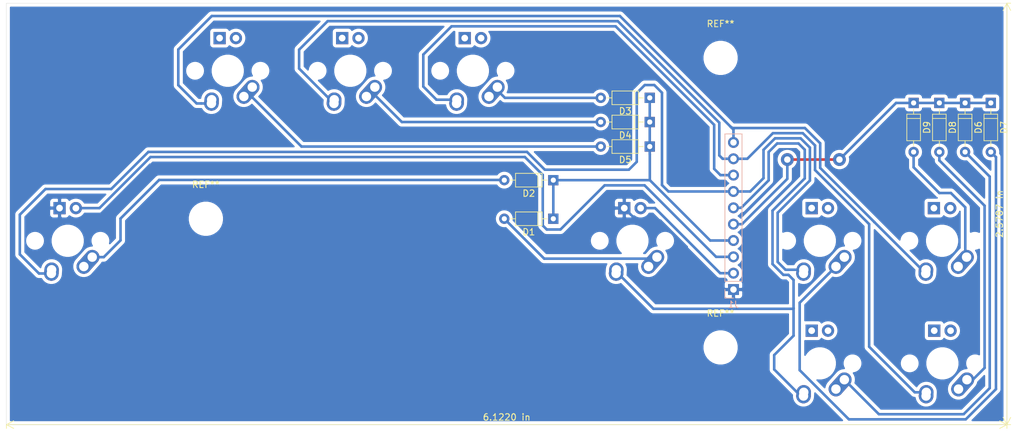
<source format=kicad_pcb>
(kicad_pcb (version 20171130) (host pcbnew "(5.1.4)-1")

  (general
    (thickness 1.6)
    (drawings 6)
    (tracks 193)
    (zones 0)
    (modules 22)
    (nets 34)
  )

  (page A4)
  (layers
    (0 F.Cu signal)
    (31 B.Cu signal)
    (32 B.Adhes user)
    (33 F.Adhes user)
    (34 B.Paste user)
    (35 F.Paste user)
    (36 B.SilkS user)
    (37 F.SilkS user)
    (38 B.Mask user)
    (39 F.Mask user)
    (40 Dwgs.User user)
    (41 Cmts.User user)
    (42 Eco1.User user)
    (43 Eco2.User user)
    (44 Edge.Cuts user)
    (45 Margin user)
    (46 B.CrtYd user)
    (47 F.CrtYd user)
    (48 B.Fab user)
    (49 F.Fab user)
  )

  (setup
    (last_trace_width 0.4)
    (trace_clearance 0.4)
    (zone_clearance 0.508)
    (zone_45_only no)
    (trace_min 0.2)
    (via_size 2)
    (via_drill 1)
    (via_min_size 0.4)
    (via_min_drill 0.3)
    (uvia_size 0.3)
    (uvia_drill 0.1)
    (uvias_allowed no)
    (uvia_min_size 0.2)
    (uvia_min_drill 0.1)
    (edge_width 0.05)
    (segment_width 0.2)
    (pcb_text_width 0.3)
    (pcb_text_size 1.5 1.5)
    (mod_edge_width 0.12)
    (mod_text_size 1 1)
    (mod_text_width 0.15)
    (pad_size 3.9878 3.9878)
    (pad_drill 3.9878)
    (pad_to_mask_clearance 0.051)
    (solder_mask_min_width 0.25)
    (aux_axis_origin 0 0)
    (visible_elements 7FFFFFFF)
    (pcbplotparams
      (layerselection 0x010fc_ffffffff)
      (usegerberextensions false)
      (usegerberattributes false)
      (usegerberadvancedattributes false)
      (creategerberjobfile false)
      (excludeedgelayer true)
      (linewidth 0.100000)
      (plotframeref false)
      (viasonmask false)
      (mode 1)
      (useauxorigin false)
      (hpglpennumber 1)
      (hpglpenspeed 20)
      (hpglpendiameter 15.000000)
      (psnegative false)
      (psa4output false)
      (plotreference true)
      (plotvalue true)
      (plotinvisibletext false)
      (padsonsilk false)
      (subtractmaskfromsilk false)
      (outputformat 1)
      (mirror false)
      (drillshape 1)
      (scaleselection 1)
      (outputdirectory ""))
  )

  (net 0 "")
  (net 1 "Net-(D1-Pad2)")
  (net 2 "Net-(D2-Pad2)")
  (net 3 "Net-(D3-Pad2)")
  (net 4 "Net-(D4-Pad2)")
  (net 5 "Net-(D5-Pad2)")
  (net 6 "Net-(SW3-Pad4)")
  (net 7 "Net-(SW3-Pad3)")
  (net 8 "Net-(SW4-Pad3)")
  (net 9 "Net-(SW4-Pad4)")
  (net 10 "Net-(SW5-Pad4)")
  (net 11 "Net-(SW5-Pad3)")
  (net 12 row_1)
  (net 13 "Net-(D6-Pad2)")
  (net 14 row_2)
  (net 15 "Net-(D7-Pad2)")
  (net 16 "Net-(D8-Pad2)")
  (net 17 "Net-(D9-Pad2)")
  (net 18 led_1)
  (net 19 led_2)
  (net 20 column_1)
  (net 21 column_2)
  (net 22 column_3)
  (net 23 column_4)
  (net 24 column_5)
  (net 25 GNDD)
  (net 26 "Net-(SW6-Pad4)")
  (net 27 "Net-(SW6-Pad3)")
  (net 28 "Net-(SW7-Pad3)")
  (net 29 "Net-(SW7-Pad4)")
  (net 30 "Net-(SW8-Pad4)")
  (net 31 "Net-(SW8-Pad3)")
  (net 32 "Net-(SW9-Pad3)")
  (net 33 "Net-(SW9-Pad4)")

  (net_class Default "This is the default net class."
    (clearance 0.4)
    (trace_width 0.4)
    (via_dia 2)
    (via_drill 1)
    (uvia_dia 0.3)
    (uvia_drill 0.1)
    (add_net GNDD)
    (add_net "Net-(D1-Pad2)")
    (add_net "Net-(D2-Pad2)")
    (add_net "Net-(D3-Pad2)")
    (add_net "Net-(D4-Pad2)")
    (add_net "Net-(D5-Pad2)")
    (add_net "Net-(D6-Pad2)")
    (add_net "Net-(D7-Pad2)")
    (add_net "Net-(D8-Pad2)")
    (add_net "Net-(D9-Pad2)")
    (add_net "Net-(SW3-Pad3)")
    (add_net "Net-(SW3-Pad4)")
    (add_net "Net-(SW4-Pad3)")
    (add_net "Net-(SW4-Pad4)")
    (add_net "Net-(SW5-Pad3)")
    (add_net "Net-(SW5-Pad4)")
    (add_net "Net-(SW6-Pad3)")
    (add_net "Net-(SW6-Pad4)")
    (add_net "Net-(SW7-Pad3)")
    (add_net "Net-(SW7-Pad4)")
    (add_net "Net-(SW8-Pad3)")
    (add_net "Net-(SW8-Pad4)")
    (add_net "Net-(SW9-Pad3)")
    (add_net "Net-(SW9-Pad4)")
    (add_net column_1)
    (add_net column_2)
    (add_net column_3)
    (add_net column_4)
    (add_net column_5)
    (add_net led_1)
    (add_net led_2)
    (add_net row_1)
    (add_net row_2)
  )

  (module MX_Alps_Hybrid:MX-1U (layer F.Cu) (tedit 5A9F3A9A) (tstamp 5DD7FF9C)
    (at 155.425 138.425 180)
    (path /5DD8DB44)
    (fp_text reference SW7 (at 0 3.175) (layer Dwgs.User)
      (effects (font (size 1 1) (thickness 0.15)))
    )
    (fp_text value SW_Push_LED (at 0 -7.9375) (layer Dwgs.User)
      (effects (font (size 1 1) (thickness 0.15)))
    )
    (fp_line (start 5 -7) (end 7 -7) (layer Dwgs.User) (width 0.15))
    (fp_line (start 7 -7) (end 7 -5) (layer Dwgs.User) (width 0.15))
    (fp_line (start 5 7) (end 7 7) (layer Dwgs.User) (width 0.15))
    (fp_line (start 7 7) (end 7 5) (layer Dwgs.User) (width 0.15))
    (fp_line (start -7 5) (end -7 7) (layer Dwgs.User) (width 0.15))
    (fp_line (start -7 7) (end -5 7) (layer Dwgs.User) (width 0.15))
    (fp_line (start -5 -7) (end -7 -7) (layer Dwgs.User) (width 0.15))
    (fp_line (start -7 -7) (end -7 -5) (layer Dwgs.User) (width 0.15))
    (fp_line (start -9.525 -9.525) (end 9.525 -9.525) (layer Dwgs.User) (width 0.15))
    (fp_line (start 9.525 -9.525) (end 9.525 9.525) (layer Dwgs.User) (width 0.15))
    (fp_line (start 9.525 9.525) (end -9.525 9.525) (layer Dwgs.User) (width 0.15))
    (fp_line (start -9.525 9.525) (end -9.525 -9.525) (layer Dwgs.User) (width 0.15))
    (pad 2 thru_hole oval (at 2.5 -4.5 266.0548) (size 2.831378 2.25) (drill 1.47 (offset 0.290689 0)) (layers *.Cu B.Mask)
      (net 21 column_2))
    (pad 2 thru_hole circle (at 2.54 -5.08 180) (size 2.25 2.25) (drill 1.47) (layers *.Cu B.Mask)
      (net 21 column_2))
    (pad 1 thru_hole oval (at -3.81 -2.54 228.0996) (size 4.211556 2.25) (drill 1.47 (offset 0.980778 0)) (layers *.Cu B.Mask)
      (net 15 "Net-(D7-Pad2)"))
    (pad "" np_thru_hole circle (at 0 0 180) (size 3.9878 3.9878) (drill 3.9878) (layers *.Cu *.Mask))
    (pad 1 thru_hole circle (at -2.5 -4 180) (size 2.25 2.25) (drill 1.47) (layers *.Cu B.Mask)
      (net 15 "Net-(D7-Pad2)"))
    (pad 3 thru_hole circle (at -1.27 5.08 180) (size 1.905 1.905) (drill 1.04) (layers *.Cu B.Mask)
      (net 28 "Net-(SW7-Pad3)"))
    (pad 4 thru_hole rect (at 1.27 5.08 180) (size 1.905 1.905) (drill 1.04) (layers *.Cu B.Mask)
      (net 29 "Net-(SW7-Pad4)"))
    (pad "" np_thru_hole circle (at -5.08 0 228.0996) (size 1.75 1.75) (drill 1.75) (layers *.Cu *.Mask))
    (pad "" np_thru_hole circle (at 5.08 0 228.0996) (size 1.75 1.75) (drill 1.75) (layers *.Cu *.Mask))
  )

  (module MX_Alps_Hybrid:MX-1U (layer F.Cu) (tedit 5A9F3A9A) (tstamp 5DD7FFB5)
    (at 174.475 157.475 180)
    (path /5DD91C6A)
    (fp_text reference SW8 (at 0 3.175) (layer Dwgs.User)
      (effects (font (size 1 1) (thickness 0.15)))
    )
    (fp_text value SW_Push_LED (at 0 -7.9375) (layer Dwgs.User)
      (effects (font (size 1 1) (thickness 0.15)))
    )
    (fp_line (start -9.525 9.525) (end -9.525 -9.525) (layer Dwgs.User) (width 0.15))
    (fp_line (start 9.525 9.525) (end -9.525 9.525) (layer Dwgs.User) (width 0.15))
    (fp_line (start 9.525 -9.525) (end 9.525 9.525) (layer Dwgs.User) (width 0.15))
    (fp_line (start -9.525 -9.525) (end 9.525 -9.525) (layer Dwgs.User) (width 0.15))
    (fp_line (start -7 -7) (end -7 -5) (layer Dwgs.User) (width 0.15))
    (fp_line (start -5 -7) (end -7 -7) (layer Dwgs.User) (width 0.15))
    (fp_line (start -7 7) (end -5 7) (layer Dwgs.User) (width 0.15))
    (fp_line (start -7 5) (end -7 7) (layer Dwgs.User) (width 0.15))
    (fp_line (start 7 7) (end 7 5) (layer Dwgs.User) (width 0.15))
    (fp_line (start 5 7) (end 7 7) (layer Dwgs.User) (width 0.15))
    (fp_line (start 7 -7) (end 7 -5) (layer Dwgs.User) (width 0.15))
    (fp_line (start 5 -7) (end 7 -7) (layer Dwgs.User) (width 0.15))
    (pad "" np_thru_hole circle (at 5.08 0 228.0996) (size 1.75 1.75) (drill 1.75) (layers *.Cu *.Mask))
    (pad "" np_thru_hole circle (at -5.08 0 228.0996) (size 1.75 1.75) (drill 1.75) (layers *.Cu *.Mask))
    (pad 4 thru_hole rect (at 1.27 5.08 180) (size 1.905 1.905) (drill 1.04) (layers *.Cu B.Mask)
      (net 30 "Net-(SW8-Pad4)"))
    (pad 3 thru_hole circle (at -1.27 5.08 180) (size 1.905 1.905) (drill 1.04) (layers *.Cu B.Mask)
      (net 31 "Net-(SW8-Pad3)"))
    (pad 1 thru_hole circle (at -2.5 -4 180) (size 2.25 2.25) (drill 1.47) (layers *.Cu B.Mask)
      (net 16 "Net-(D8-Pad2)"))
    (pad "" np_thru_hole circle (at 0 0 180) (size 3.9878 3.9878) (drill 3.9878) (layers *.Cu *.Mask))
    (pad 1 thru_hole oval (at -3.81 -2.54 228.0996) (size 4.211556 2.25) (drill 1.47 (offset 0.980778 0)) (layers *.Cu B.Mask)
      (net 16 "Net-(D8-Pad2)"))
    (pad 2 thru_hole circle (at 2.54 -5.08 180) (size 2.25 2.25) (drill 1.47) (layers *.Cu B.Mask)
      (net 22 column_3))
    (pad 2 thru_hole oval (at 2.5 -4.5 266.0548) (size 2.831378 2.25) (drill 1.47 (offset 0.290689 0)) (layers *.Cu B.Mask)
      (net 22 column_3))
  )

  (module Mounting_Holes:MountingHole_4.3mm_M4 (layer F.Cu) (tedit 56D1B4CB) (tstamp 5DD93009)
    (at 140 155)
    (descr "Mounting Hole 4.3mm, no annular, M4")
    (tags "mounting hole 4.3mm no annular m4")
    (attr virtual)
    (fp_text reference REF** (at 0 -5.3) (layer F.SilkS)
      (effects (font (size 1 1) (thickness 0.15)))
    )
    (fp_text value MountingHole_4.3mm_M4 (at 0 5.3) (layer F.Fab)
      (effects (font (size 1 1) (thickness 0.15)))
    )
    (fp_circle (center 0 0) (end 4.55 0) (layer F.CrtYd) (width 0.05))
    (fp_circle (center 0 0) (end 4.3 0) (layer Cmts.User) (width 0.15))
    (fp_text user %R (at 0.3 0) (layer F.Fab)
      (effects (font (size 1 1) (thickness 0.15)))
    )
    (pad 1 np_thru_hole circle (at 0 0) (size 4.3 4.3) (drill 4.3) (layers *.Cu *.Mask))
  )

  (module Mounting_Holes:MountingHole_4.3mm_M4 (layer F.Cu) (tedit 56D1B4CB) (tstamp 5DD92FFB)
    (at 60 135)
    (descr "Mounting Hole 4.3mm, no annular, M4")
    (tags "mounting hole 4.3mm no annular m4")
    (attr virtual)
    (fp_text reference REF** (at 0 -5.3) (layer F.SilkS)
      (effects (font (size 1 1) (thickness 0.15)))
    )
    (fp_text value MountingHole_4.3mm_M4 (at 0 5.3) (layer F.Fab)
      (effects (font (size 1 1) (thickness 0.15)))
    )
    (fp_circle (center 0 0) (end 4.55 0) (layer F.CrtYd) (width 0.05))
    (fp_circle (center 0 0) (end 4.3 0) (layer Cmts.User) (width 0.15))
    (fp_text user %R (at 0.3 0) (layer F.Fab)
      (effects (font (size 1 1) (thickness 0.15)))
    )
    (pad 1 np_thru_hole circle (at 0 0) (size 4.3 4.3) (drill 4.3) (layers *.Cu *.Mask))
  )

  (module Mounting_Holes:MountingHole_4.3mm_M4 (layer F.Cu) (tedit 56D1B4CB) (tstamp 5DD92FF2)
    (at 140 110)
    (descr "Mounting Hole 4.3mm, no annular, M4")
    (tags "mounting hole 4.3mm no annular m4")
    (attr virtual)
    (fp_text reference REF** (at 0 -5.3) (layer F.SilkS)
      (effects (font (size 1 1) (thickness 0.15)))
    )
    (fp_text value MountingHole_4.3mm_M4 (at 0 5.3) (layer F.Fab)
      (effects (font (size 1 1) (thickness 0.15)))
    )
    (fp_text user %R (at 0.3 0) (layer F.Fab)
      (effects (font (size 1 1) (thickness 0.15)))
    )
    (fp_circle (center 0 0) (end 4.3 0) (layer Cmts.User) (width 0.15))
    (fp_circle (center 0 0) (end 4.55 0) (layer F.CrtYd) (width 0.05))
    (pad 1 np_thru_hole circle (at 0 0) (size 4.3 4.3) (drill 4.3) (layers *.Cu *.Mask))
  )

  (module Diodes_THT:D_DO-35_SOD27_P7.62mm_Horizontal (layer F.Cu) (tedit 5921392F) (tstamp 5DD7FF01)
    (at 178 117 270)
    (descr "D, DO-35_SOD27 series, Axial, Horizontal, pin pitch=7.62mm, , length*diameter=4*2mm^2, , http://www.diodes.com/_files/packages/DO-35.pdf")
    (tags "D DO-35_SOD27 series Axial Horizontal pin pitch 7.62mm  length 4mm diameter 2mm")
    (path /5DD8B773)
    (fp_text reference D6 (at 3.81 -2.06 90) (layer F.SilkS)
      (effects (font (size 1 1) (thickness 0.15)))
    )
    (fp_text value D (at 3.81 2.06 90) (layer F.Fab)
      (effects (font (size 1 1) (thickness 0.15)))
    )
    (fp_line (start 8.7 -1.35) (end -1.05 -1.35) (layer F.CrtYd) (width 0.05))
    (fp_line (start 8.7 1.35) (end 8.7 -1.35) (layer F.CrtYd) (width 0.05))
    (fp_line (start -1.05 1.35) (end 8.7 1.35) (layer F.CrtYd) (width 0.05))
    (fp_line (start -1.05 -1.35) (end -1.05 1.35) (layer F.CrtYd) (width 0.05))
    (fp_line (start 2.41 -1.06) (end 2.41 1.06) (layer F.SilkS) (width 0.12))
    (fp_line (start 6.64 0) (end 5.87 0) (layer F.SilkS) (width 0.12))
    (fp_line (start 0.98 0) (end 1.75 0) (layer F.SilkS) (width 0.12))
    (fp_line (start 5.87 -1.06) (end 1.75 -1.06) (layer F.SilkS) (width 0.12))
    (fp_line (start 5.87 1.06) (end 5.87 -1.06) (layer F.SilkS) (width 0.12))
    (fp_line (start 1.75 1.06) (end 5.87 1.06) (layer F.SilkS) (width 0.12))
    (fp_line (start 1.75 -1.06) (end 1.75 1.06) (layer F.SilkS) (width 0.12))
    (fp_line (start 2.41 -1) (end 2.41 1) (layer F.Fab) (width 0.1))
    (fp_line (start 7.62 0) (end 5.81 0) (layer F.Fab) (width 0.1))
    (fp_line (start 0 0) (end 1.81 0) (layer F.Fab) (width 0.1))
    (fp_line (start 5.81 -1) (end 1.81 -1) (layer F.Fab) (width 0.1))
    (fp_line (start 5.81 1) (end 5.81 -1) (layer F.Fab) (width 0.1))
    (fp_line (start 1.81 1) (end 5.81 1) (layer F.Fab) (width 0.1))
    (fp_line (start 1.81 -1) (end 1.81 1) (layer F.Fab) (width 0.1))
    (fp_text user %R (at 3.81 0 90) (layer F.Fab)
      (effects (font (size 1 1) (thickness 0.15)))
    )
    (pad 2 thru_hole oval (at 7.62 0 270) (size 1.6 1.6) (drill 0.8) (layers *.Cu *.Mask)
      (net 13 "Net-(D6-Pad2)"))
    (pad 1 thru_hole rect (at 0 0 270) (size 1.6 1.6) (drill 0.8) (layers *.Cu *.Mask)
      (net 14 row_2))
    (model ${KISYS3DMOD}/Diodes_THT.3dshapes/D_DO-35_SOD27_P7.62mm_Horizontal.wrl
      (at (xyz 0 0 0))
      (scale (xyz 0.393701 0.393701 0.393701))
      (rotate (xyz 0 0 0))
    )
  )

  (module Diodes_THT:D_DO-35_SOD27_P7.62mm_Horizontal (layer F.Cu) (tedit 5921392F) (tstamp 5DD7FF1A)
    (at 182 117 270)
    (descr "D, DO-35_SOD27 series, Axial, Horizontal, pin pitch=7.62mm, , length*diameter=4*2mm^2, , http://www.diodes.com/_files/packages/DO-35.pdf")
    (tags "D DO-35_SOD27 series Axial Horizontal pin pitch 7.62mm  length 4mm diameter 2mm")
    (path /5DD8DB4E)
    (fp_text reference D7 (at 3.81 -2.06 90) (layer F.SilkS)
      (effects (font (size 1 1) (thickness 0.15)))
    )
    (fp_text value D (at 3.81 2.06 90) (layer F.Fab)
      (effects (font (size 1 1) (thickness 0.15)))
    )
    (fp_text user %R (at 3.81 0 90) (layer F.Fab)
      (effects (font (size 1 1) (thickness 0.15)))
    )
    (fp_line (start 1.81 -1) (end 1.81 1) (layer F.Fab) (width 0.1))
    (fp_line (start 1.81 1) (end 5.81 1) (layer F.Fab) (width 0.1))
    (fp_line (start 5.81 1) (end 5.81 -1) (layer F.Fab) (width 0.1))
    (fp_line (start 5.81 -1) (end 1.81 -1) (layer F.Fab) (width 0.1))
    (fp_line (start 0 0) (end 1.81 0) (layer F.Fab) (width 0.1))
    (fp_line (start 7.62 0) (end 5.81 0) (layer F.Fab) (width 0.1))
    (fp_line (start 2.41 -1) (end 2.41 1) (layer F.Fab) (width 0.1))
    (fp_line (start 1.75 -1.06) (end 1.75 1.06) (layer F.SilkS) (width 0.12))
    (fp_line (start 1.75 1.06) (end 5.87 1.06) (layer F.SilkS) (width 0.12))
    (fp_line (start 5.87 1.06) (end 5.87 -1.06) (layer F.SilkS) (width 0.12))
    (fp_line (start 5.87 -1.06) (end 1.75 -1.06) (layer F.SilkS) (width 0.12))
    (fp_line (start 0.98 0) (end 1.75 0) (layer F.SilkS) (width 0.12))
    (fp_line (start 6.64 0) (end 5.87 0) (layer F.SilkS) (width 0.12))
    (fp_line (start 2.41 -1.06) (end 2.41 1.06) (layer F.SilkS) (width 0.12))
    (fp_line (start -1.05 -1.35) (end -1.05 1.35) (layer F.CrtYd) (width 0.05))
    (fp_line (start -1.05 1.35) (end 8.7 1.35) (layer F.CrtYd) (width 0.05))
    (fp_line (start 8.7 1.35) (end 8.7 -1.35) (layer F.CrtYd) (width 0.05))
    (fp_line (start 8.7 -1.35) (end -1.05 -1.35) (layer F.CrtYd) (width 0.05))
    (pad 1 thru_hole rect (at 0 0 270) (size 1.6 1.6) (drill 0.8) (layers *.Cu *.Mask)
      (net 14 row_2))
    (pad 2 thru_hole oval (at 7.62 0 270) (size 1.6 1.6) (drill 0.8) (layers *.Cu *.Mask)
      (net 15 "Net-(D7-Pad2)"))
    (model ${KISYS3DMOD}/Diodes_THT.3dshapes/D_DO-35_SOD27_P7.62mm_Horizontal.wrl
      (at (xyz 0 0 0))
      (scale (xyz 0.393701 0.393701 0.393701))
      (rotate (xyz 0 0 0))
    )
  )

  (module Pin_Headers:Pin_Header_Straight_1x10_Pitch2.54mm (layer B.Cu) (tedit 59650532) (tstamp 5DD7FF6A)
    (at 142 146)
    (descr "Through hole straight pin header, 1x10, 2.54mm pitch, single row")
    (tags "Through hole pin header THT 1x10 2.54mm single row")
    (path /5DD8142F)
    (fp_text reference J1 (at 0 2.33) (layer B.SilkS)
      (effects (font (size 1 1) (thickness 0.15)) (justify mirror))
    )
    (fp_text value Conn_01x10 (at 0 -25.19) (layer B.Fab)
      (effects (font (size 1 1) (thickness 0.15)) (justify mirror))
    )
    (fp_line (start 1.8 1.8) (end -1.8 1.8) (layer B.CrtYd) (width 0.05))
    (fp_line (start 1.8 -24.65) (end 1.8 1.8) (layer B.CrtYd) (width 0.05))
    (fp_line (start -1.8 -24.65) (end 1.8 -24.65) (layer B.CrtYd) (width 0.05))
    (fp_line (start -1.8 1.8) (end -1.8 -24.65) (layer B.CrtYd) (width 0.05))
    (fp_line (start -1.33 1.33) (end 0 1.33) (layer B.SilkS) (width 0.12))
    (fp_line (start -1.33 0) (end -1.33 1.33) (layer B.SilkS) (width 0.12))
    (fp_line (start -1.33 -1.27) (end 1.33 -1.27) (layer B.SilkS) (width 0.12))
    (fp_line (start 1.33 -1.27) (end 1.33 -24.19) (layer B.SilkS) (width 0.12))
    (fp_line (start -1.33 -1.27) (end -1.33 -24.19) (layer B.SilkS) (width 0.12))
    (fp_line (start -1.33 -24.19) (end 1.33 -24.19) (layer B.SilkS) (width 0.12))
    (fp_line (start -1.27 0.635) (end -0.635 1.27) (layer B.Fab) (width 0.1))
    (fp_line (start -1.27 -24.13) (end -1.27 0.635) (layer B.Fab) (width 0.1))
    (fp_line (start 1.27 -24.13) (end -1.27 -24.13) (layer B.Fab) (width 0.1))
    (fp_line (start 1.27 1.27) (end 1.27 -24.13) (layer B.Fab) (width 0.1))
    (fp_line (start -0.635 1.27) (end 1.27 1.27) (layer B.Fab) (width 0.1))
    (pad 10 thru_hole oval (at 0 -22.86) (size 1.7 1.7) (drill 1) (layers *.Cu *.Mask)
      (net 23 column_4))
    (pad 9 thru_hole oval (at 0 -20.32) (size 1.7 1.7) (drill 1) (layers *.Cu *.Mask)
      (net 22 column_3))
    (pad 8 thru_hole oval (at 0 -17.78) (size 1.7 1.7) (drill 1) (layers *.Cu *.Mask)
      (net 24 column_5))
    (pad 7 thru_hole oval (at 0 -15.24) (size 1.7 1.7) (drill 1) (layers *.Cu *.Mask)
      (net 21 column_2))
    (pad 6 thru_hole oval (at 0 -12.7) (size 1.7 1.7) (drill 1) (layers *.Cu *.Mask)
      (net 20 column_1))
    (pad 5 thru_hole oval (at 0 -10.16) (size 1.7 1.7) (drill 1) (layers *.Cu *.Mask)
      (net 14 row_2))
    (pad 4 thru_hole oval (at 0 -7.62) (size 1.7 1.7) (drill 1) (layers *.Cu *.Mask)
      (net 12 row_1))
    (pad 3 thru_hole oval (at 0 -5.08) (size 1.7 1.7) (drill 1) (layers *.Cu *.Mask)
      (net 18 led_1))
    (pad 2 thru_hole oval (at 0 -2.54) (size 1.7 1.7) (drill 1) (layers *.Cu *.Mask)
      (net 19 led_2))
    (pad 1 thru_hole rect (at 0 0) (size 1.7 1.7) (drill 1) (layers *.Cu *.Mask)
      (net 25 GNDD))
    (model ${KISYS3DMOD}/Pin_Headers.3dshapes/Pin_Header_Straight_1x10_Pitch2.54mm.wrl
      (at (xyz 0 0 0))
      (scale (xyz 1 1 1))
      (rotate (xyz 0 0 0))
    )
  )

  (module Diodes_THT:D_DO-35_SOD27_P7.62mm_Horizontal (layer F.Cu) (tedit 5921392F) (tstamp 5DD7FF33)
    (at 174 117 270)
    (descr "D, DO-35_SOD27 series, Axial, Horizontal, pin pitch=7.62mm, , length*diameter=4*2mm^2, , http://www.diodes.com/_files/packages/DO-35.pdf")
    (tags "D DO-35_SOD27 series Axial Horizontal pin pitch 7.62mm  length 4mm diameter 2mm")
    (path /5DD91C74)
    (fp_text reference D8 (at 3.81 -2.06 90) (layer F.SilkS)
      (effects (font (size 1 1) (thickness 0.15)))
    )
    (fp_text value D (at 3.81 2.06 90) (layer F.Fab)
      (effects (font (size 1 1) (thickness 0.15)))
    )
    (fp_line (start 8.7 -1.35) (end -1.05 -1.35) (layer F.CrtYd) (width 0.05))
    (fp_line (start 8.7 1.35) (end 8.7 -1.35) (layer F.CrtYd) (width 0.05))
    (fp_line (start -1.05 1.35) (end 8.7 1.35) (layer F.CrtYd) (width 0.05))
    (fp_line (start -1.05 -1.35) (end -1.05 1.35) (layer F.CrtYd) (width 0.05))
    (fp_line (start 2.41 -1.06) (end 2.41 1.06) (layer F.SilkS) (width 0.12))
    (fp_line (start 6.64 0) (end 5.87 0) (layer F.SilkS) (width 0.12))
    (fp_line (start 0.98 0) (end 1.75 0) (layer F.SilkS) (width 0.12))
    (fp_line (start 5.87 -1.06) (end 1.75 -1.06) (layer F.SilkS) (width 0.12))
    (fp_line (start 5.87 1.06) (end 5.87 -1.06) (layer F.SilkS) (width 0.12))
    (fp_line (start 1.75 1.06) (end 5.87 1.06) (layer F.SilkS) (width 0.12))
    (fp_line (start 1.75 -1.06) (end 1.75 1.06) (layer F.SilkS) (width 0.12))
    (fp_line (start 2.41 -1) (end 2.41 1) (layer F.Fab) (width 0.1))
    (fp_line (start 7.62 0) (end 5.81 0) (layer F.Fab) (width 0.1))
    (fp_line (start 0 0) (end 1.81 0) (layer F.Fab) (width 0.1))
    (fp_line (start 5.81 -1) (end 1.81 -1) (layer F.Fab) (width 0.1))
    (fp_line (start 5.81 1) (end 5.81 -1) (layer F.Fab) (width 0.1))
    (fp_line (start 1.81 1) (end 5.81 1) (layer F.Fab) (width 0.1))
    (fp_line (start 1.81 -1) (end 1.81 1) (layer F.Fab) (width 0.1))
    (fp_text user %R (at 3.81 0 90) (layer F.Fab)
      (effects (font (size 1 1) (thickness 0.15)))
    )
    (pad 2 thru_hole oval (at 7.62 0 270) (size 1.6 1.6) (drill 0.8) (layers *.Cu *.Mask)
      (net 16 "Net-(D8-Pad2)"))
    (pad 1 thru_hole rect (at 0 0 270) (size 1.6 1.6) (drill 0.8) (layers *.Cu *.Mask)
      (net 14 row_2))
    (model ${KISYS3DMOD}/Diodes_THT.3dshapes/D_DO-35_SOD27_P7.62mm_Horizontal.wrl
      (at (xyz 0 0 0))
      (scale (xyz 0.393701 0.393701 0.393701))
      (rotate (xyz 0 0 0))
    )
  )

  (module Diodes_THT:D_DO-35_SOD27_P7.62mm_Horizontal (layer F.Cu) (tedit 5921392F) (tstamp 5DD7FF4C)
    (at 170 117 270)
    (descr "D, DO-35_SOD27 series, Axial, Horizontal, pin pitch=7.62mm, , length*diameter=4*2mm^2, , http://www.diodes.com/_files/packages/DO-35.pdf")
    (tags "D DO-35_SOD27 series Axial Horizontal pin pitch 7.62mm  length 4mm diameter 2mm")
    (path /5DD93AEC)
    (fp_text reference D9 (at 3.81 -2.06 90) (layer F.SilkS)
      (effects (font (size 1 1) (thickness 0.15)))
    )
    (fp_text value D (at 3.81 2.06 90) (layer F.Fab)
      (effects (font (size 1 1) (thickness 0.15)))
    )
    (fp_text user %R (at 3.81 0 90) (layer F.Fab)
      (effects (font (size 1 1) (thickness 0.15)))
    )
    (fp_line (start 1.81 -1) (end 1.81 1) (layer F.Fab) (width 0.1))
    (fp_line (start 1.81 1) (end 5.81 1) (layer F.Fab) (width 0.1))
    (fp_line (start 5.81 1) (end 5.81 -1) (layer F.Fab) (width 0.1))
    (fp_line (start 5.81 -1) (end 1.81 -1) (layer F.Fab) (width 0.1))
    (fp_line (start 0 0) (end 1.81 0) (layer F.Fab) (width 0.1))
    (fp_line (start 7.62 0) (end 5.81 0) (layer F.Fab) (width 0.1))
    (fp_line (start 2.41 -1) (end 2.41 1) (layer F.Fab) (width 0.1))
    (fp_line (start 1.75 -1.06) (end 1.75 1.06) (layer F.SilkS) (width 0.12))
    (fp_line (start 1.75 1.06) (end 5.87 1.06) (layer F.SilkS) (width 0.12))
    (fp_line (start 5.87 1.06) (end 5.87 -1.06) (layer F.SilkS) (width 0.12))
    (fp_line (start 5.87 -1.06) (end 1.75 -1.06) (layer F.SilkS) (width 0.12))
    (fp_line (start 0.98 0) (end 1.75 0) (layer F.SilkS) (width 0.12))
    (fp_line (start 6.64 0) (end 5.87 0) (layer F.SilkS) (width 0.12))
    (fp_line (start 2.41 -1.06) (end 2.41 1.06) (layer F.SilkS) (width 0.12))
    (fp_line (start -1.05 -1.35) (end -1.05 1.35) (layer F.CrtYd) (width 0.05))
    (fp_line (start -1.05 1.35) (end 8.7 1.35) (layer F.CrtYd) (width 0.05))
    (fp_line (start 8.7 1.35) (end 8.7 -1.35) (layer F.CrtYd) (width 0.05))
    (fp_line (start 8.7 -1.35) (end -1.05 -1.35) (layer F.CrtYd) (width 0.05))
    (pad 1 thru_hole rect (at 0 0 270) (size 1.6 1.6) (drill 0.8) (layers *.Cu *.Mask)
      (net 14 row_2))
    (pad 2 thru_hole oval (at 7.62 0 270) (size 1.6 1.6) (drill 0.8) (layers *.Cu *.Mask)
      (net 17 "Net-(D9-Pad2)"))
    (model ${KISYS3DMOD}/Diodes_THT.3dshapes/D_DO-35_SOD27_P7.62mm_Horizontal.wrl
      (at (xyz 0 0 0))
      (scale (xyz 0.393701 0.393701 0.393701))
      (rotate (xyz 0 0 0))
    )
  )

  (module MX_Alps_Hybrid:MX-1U (layer F.Cu) (tedit 5A9F3A9A) (tstamp 5DD7FF83)
    (at 155.425 157.475 180)
    (path /5DD8B769)
    (fp_text reference SW6 (at 0 3.175) (layer Dwgs.User)
      (effects (font (size 1 1) (thickness 0.15)))
    )
    (fp_text value SW_Push_LED (at 0 -7.9375) (layer Dwgs.User)
      (effects (font (size 1 1) (thickness 0.15)))
    )
    (fp_line (start -9.525 9.525) (end -9.525 -9.525) (layer Dwgs.User) (width 0.15))
    (fp_line (start 9.525 9.525) (end -9.525 9.525) (layer Dwgs.User) (width 0.15))
    (fp_line (start 9.525 -9.525) (end 9.525 9.525) (layer Dwgs.User) (width 0.15))
    (fp_line (start -9.525 -9.525) (end 9.525 -9.525) (layer Dwgs.User) (width 0.15))
    (fp_line (start -7 -7) (end -7 -5) (layer Dwgs.User) (width 0.15))
    (fp_line (start -5 -7) (end -7 -7) (layer Dwgs.User) (width 0.15))
    (fp_line (start -7 7) (end -5 7) (layer Dwgs.User) (width 0.15))
    (fp_line (start -7 5) (end -7 7) (layer Dwgs.User) (width 0.15))
    (fp_line (start 7 7) (end 7 5) (layer Dwgs.User) (width 0.15))
    (fp_line (start 5 7) (end 7 7) (layer Dwgs.User) (width 0.15))
    (fp_line (start 7 -7) (end 7 -5) (layer Dwgs.User) (width 0.15))
    (fp_line (start 5 -7) (end 7 -7) (layer Dwgs.User) (width 0.15))
    (pad "" np_thru_hole circle (at 5.08 0 228.0996) (size 1.75 1.75) (drill 1.75) (layers *.Cu *.Mask))
    (pad "" np_thru_hole circle (at -5.08 0 228.0996) (size 1.75 1.75) (drill 1.75) (layers *.Cu *.Mask))
    (pad 4 thru_hole rect (at 1.27 5.08 180) (size 1.905 1.905) (drill 1.04) (layers *.Cu B.Mask)
      (net 26 "Net-(SW6-Pad4)"))
    (pad 3 thru_hole circle (at -1.27 5.08 180) (size 1.905 1.905) (drill 1.04) (layers *.Cu B.Mask)
      (net 27 "Net-(SW6-Pad3)"))
    (pad 1 thru_hole circle (at -2.5 -4 180) (size 2.25 2.25) (drill 1.47) (layers *.Cu B.Mask)
      (net 13 "Net-(D6-Pad2)"))
    (pad "" np_thru_hole circle (at 0 0 180) (size 3.9878 3.9878) (drill 3.9878) (layers *.Cu *.Mask))
    (pad 1 thru_hole oval (at -3.81 -2.54 228.0996) (size 4.211556 2.25) (drill 1.47 (offset 0.980778 0)) (layers *.Cu B.Mask)
      (net 13 "Net-(D6-Pad2)"))
    (pad 2 thru_hole circle (at 2.54 -5.08 180) (size 2.25 2.25) (drill 1.47) (layers *.Cu B.Mask)
      (net 20 column_1))
    (pad 2 thru_hole oval (at 2.5 -4.5 266.0548) (size 2.831378 2.25) (drill 1.47 (offset 0.290689 0)) (layers *.Cu B.Mask)
      (net 20 column_1))
  )

  (module MX_Alps_Hybrid:MX-1U (layer F.Cu) (tedit 5A9F3A9A) (tstamp 5DD7FFCE)
    (at 174.425 138.425 180)
    (path /5DD93AE2)
    (fp_text reference SW9 (at 0 3.175) (layer Dwgs.User)
      (effects (font (size 1 1) (thickness 0.15)))
    )
    (fp_text value SW_Push_LED (at 0 -7.9375) (layer Dwgs.User)
      (effects (font (size 1 1) (thickness 0.15)))
    )
    (fp_line (start 5 -7) (end 7 -7) (layer Dwgs.User) (width 0.15))
    (fp_line (start 7 -7) (end 7 -5) (layer Dwgs.User) (width 0.15))
    (fp_line (start 5 7) (end 7 7) (layer Dwgs.User) (width 0.15))
    (fp_line (start 7 7) (end 7 5) (layer Dwgs.User) (width 0.15))
    (fp_line (start -7 5) (end -7 7) (layer Dwgs.User) (width 0.15))
    (fp_line (start -7 7) (end -5 7) (layer Dwgs.User) (width 0.15))
    (fp_line (start -5 -7) (end -7 -7) (layer Dwgs.User) (width 0.15))
    (fp_line (start -7 -7) (end -7 -5) (layer Dwgs.User) (width 0.15))
    (fp_line (start -9.525 -9.525) (end 9.525 -9.525) (layer Dwgs.User) (width 0.15))
    (fp_line (start 9.525 -9.525) (end 9.525 9.525) (layer Dwgs.User) (width 0.15))
    (fp_line (start 9.525 9.525) (end -9.525 9.525) (layer Dwgs.User) (width 0.15))
    (fp_line (start -9.525 9.525) (end -9.525 -9.525) (layer Dwgs.User) (width 0.15))
    (pad 2 thru_hole oval (at 2.5 -4.5 266.0548) (size 2.831378 2.25) (drill 1.47 (offset 0.290689 0)) (layers *.Cu B.Mask)
      (net 23 column_4))
    (pad 2 thru_hole circle (at 2.54 -5.08 180) (size 2.25 2.25) (drill 1.47) (layers *.Cu B.Mask)
      (net 23 column_4))
    (pad 1 thru_hole oval (at -3.81 -2.54 228.0996) (size 4.211556 2.25) (drill 1.47 (offset 0.980778 0)) (layers *.Cu B.Mask)
      (net 17 "Net-(D9-Pad2)"))
    (pad "" np_thru_hole circle (at 0 0 180) (size 3.9878 3.9878) (drill 3.9878) (layers *.Cu *.Mask))
    (pad 1 thru_hole circle (at -2.5 -4 180) (size 2.25 2.25) (drill 1.47) (layers *.Cu B.Mask)
      (net 17 "Net-(D9-Pad2)"))
    (pad 3 thru_hole circle (at -1.27 5.08 180) (size 1.905 1.905) (drill 1.04) (layers *.Cu B.Mask)
      (net 32 "Net-(SW9-Pad3)"))
    (pad 4 thru_hole rect (at 1.27 5.08 180) (size 1.905 1.905) (drill 1.04) (layers *.Cu B.Mask)
      (net 33 "Net-(SW9-Pad4)"))
    (pad "" np_thru_hole circle (at -5.08 0 228.0996) (size 1.75 1.75) (drill 1.75) (layers *.Cu *.Mask))
    (pad "" np_thru_hole circle (at 5.08 0 228.0996) (size 1.75 1.75) (drill 1.75) (layers *.Cu *.Mask))
  )

  (module Diodes_THT:D_DO-35_SOD27_P7.62mm_Horizontal (layer F.Cu) (tedit 5921392F) (tstamp 5DD55268)
    (at 114 135 180)
    (descr "D, DO-35_SOD27 series, Axial, Horizontal, pin pitch=7.62mm, , length*diameter=4*2mm^2, , http://www.diodes.com/_files/packages/DO-35.pdf")
    (tags "D DO-35_SOD27 series Axial Horizontal pin pitch 7.62mm  length 4mm diameter 2mm")
    (path /5DDAB39F)
    (fp_text reference D1 (at 3.81 -2.06) (layer F.SilkS)
      (effects (font (size 1 1) (thickness 0.15)))
    )
    (fp_text value D (at 3.81 2.06) (layer F.Fab)
      (effects (font (size 1 1) (thickness 0.15)))
    )
    (fp_text user %R (at 3.81 0) (layer F.Fab)
      (effects (font (size 1 1) (thickness 0.15)))
    )
    (fp_line (start 1.81 -1) (end 1.81 1) (layer F.Fab) (width 0.1))
    (fp_line (start 1.81 1) (end 5.81 1) (layer F.Fab) (width 0.1))
    (fp_line (start 5.81 1) (end 5.81 -1) (layer F.Fab) (width 0.1))
    (fp_line (start 5.81 -1) (end 1.81 -1) (layer F.Fab) (width 0.1))
    (fp_line (start 0 0) (end 1.81 0) (layer F.Fab) (width 0.1))
    (fp_line (start 7.62 0) (end 5.81 0) (layer F.Fab) (width 0.1))
    (fp_line (start 2.41 -1) (end 2.41 1) (layer F.Fab) (width 0.1))
    (fp_line (start 1.75 -1.06) (end 1.75 1.06) (layer F.SilkS) (width 0.12))
    (fp_line (start 1.75 1.06) (end 5.87 1.06) (layer F.SilkS) (width 0.12))
    (fp_line (start 5.87 1.06) (end 5.87 -1.06) (layer F.SilkS) (width 0.12))
    (fp_line (start 5.87 -1.06) (end 1.75 -1.06) (layer F.SilkS) (width 0.12))
    (fp_line (start 0.98 0) (end 1.75 0) (layer F.SilkS) (width 0.12))
    (fp_line (start 6.64 0) (end 5.87 0) (layer F.SilkS) (width 0.12))
    (fp_line (start 2.41 -1.06) (end 2.41 1.06) (layer F.SilkS) (width 0.12))
    (fp_line (start -1.05 -1.35) (end -1.05 1.35) (layer F.CrtYd) (width 0.05))
    (fp_line (start -1.05 1.35) (end 8.7 1.35) (layer F.CrtYd) (width 0.05))
    (fp_line (start 8.7 1.35) (end 8.7 -1.35) (layer F.CrtYd) (width 0.05))
    (fp_line (start 8.7 -1.35) (end -1.05 -1.35) (layer F.CrtYd) (width 0.05))
    (pad 1 thru_hole rect (at 0 0 180) (size 1.6 1.6) (drill 0.8) (layers *.Cu *.Mask)
      (net 12 row_1))
    (pad 2 thru_hole oval (at 7.62 0 180) (size 1.6 1.6) (drill 0.8) (layers *.Cu *.Mask)
      (net 1 "Net-(D1-Pad2)"))
    (model ${KISYS3DMOD}/Diodes_THT.3dshapes/D_DO-35_SOD27_P7.62mm_Horizontal.wrl
      (at (xyz 0 0 0))
      (scale (xyz 0.393701 0.393701 0.393701))
      (rotate (xyz 0 0 0))
    )
  )

  (module Diodes_THT:D_DO-35_SOD27_P7.62mm_Horizontal (layer F.Cu) (tedit 5921392F) (tstamp 5DD55281)
    (at 114 129 180)
    (descr "D, DO-35_SOD27 series, Axial, Horizontal, pin pitch=7.62mm, , length*diameter=4*2mm^2, , http://www.diodes.com/_files/packages/DO-35.pdf")
    (tags "D DO-35_SOD27 series Axial Horizontal pin pitch 7.62mm  length 4mm diameter 2mm")
    (path /5DDAB395)
    (fp_text reference D2 (at 3.81 -2.06) (layer F.SilkS)
      (effects (font (size 1 1) (thickness 0.15)))
    )
    (fp_text value D (at 3.81 2.06) (layer F.Fab)
      (effects (font (size 1 1) (thickness 0.15)))
    )
    (fp_line (start 8.7 -1.35) (end -1.05 -1.35) (layer F.CrtYd) (width 0.05))
    (fp_line (start 8.7 1.35) (end 8.7 -1.35) (layer F.CrtYd) (width 0.05))
    (fp_line (start -1.05 1.35) (end 8.7 1.35) (layer F.CrtYd) (width 0.05))
    (fp_line (start -1.05 -1.35) (end -1.05 1.35) (layer F.CrtYd) (width 0.05))
    (fp_line (start 2.41 -1.06) (end 2.41 1.06) (layer F.SilkS) (width 0.12))
    (fp_line (start 6.64 0) (end 5.87 0) (layer F.SilkS) (width 0.12))
    (fp_line (start 0.98 0) (end 1.75 0) (layer F.SilkS) (width 0.12))
    (fp_line (start 5.87 -1.06) (end 1.75 -1.06) (layer F.SilkS) (width 0.12))
    (fp_line (start 5.87 1.06) (end 5.87 -1.06) (layer F.SilkS) (width 0.12))
    (fp_line (start 1.75 1.06) (end 5.87 1.06) (layer F.SilkS) (width 0.12))
    (fp_line (start 1.75 -1.06) (end 1.75 1.06) (layer F.SilkS) (width 0.12))
    (fp_line (start 2.41 -1) (end 2.41 1) (layer F.Fab) (width 0.1))
    (fp_line (start 7.62 0) (end 5.81 0) (layer F.Fab) (width 0.1))
    (fp_line (start 0 0) (end 1.81 0) (layer F.Fab) (width 0.1))
    (fp_line (start 5.81 -1) (end 1.81 -1) (layer F.Fab) (width 0.1))
    (fp_line (start 5.81 1) (end 5.81 -1) (layer F.Fab) (width 0.1))
    (fp_line (start 1.81 1) (end 5.81 1) (layer F.Fab) (width 0.1))
    (fp_line (start 1.81 -1) (end 1.81 1) (layer F.Fab) (width 0.1))
    (fp_text user %R (at 4 0) (layer F.Fab)
      (effects (font (size 1 1) (thickness 0.15)))
    )
    (pad 2 thru_hole oval (at 7.62 0 180) (size 1.6 1.6) (drill 0.8) (layers *.Cu *.Mask)
      (net 2 "Net-(D2-Pad2)"))
    (pad 1 thru_hole rect (at 0 0 180) (size 1.6 1.6) (drill 0.8) (layers *.Cu *.Mask)
      (net 12 row_1))
    (model ${KISYS3DMOD}/Diodes_THT.3dshapes/D_DO-35_SOD27_P7.62mm_Horizontal.wrl
      (at (xyz 0 0 0))
      (scale (xyz 0.393701 0.393701 0.393701))
      (rotate (xyz 0 0 0))
    )
  )

  (module Diodes_THT:D_DO-35_SOD27_P7.62mm_Horizontal (layer F.Cu) (tedit 5921392F) (tstamp 5DD5529A)
    (at 128.9888 116.2072 180)
    (descr "D, DO-35_SOD27 series, Axial, Horizontal, pin pitch=7.62mm, , length*diameter=4*2mm^2, , http://www.diodes.com/_files/packages/DO-35.pdf")
    (tags "D DO-35_SOD27 series Axial Horizontal pin pitch 7.62mm  length 4mm diameter 2mm")
    (path /5DD9B852)
    (fp_text reference D3 (at 3.81 -2.06) (layer F.SilkS)
      (effects (font (size 1 1) (thickness 0.15)))
    )
    (fp_text value D (at 3.81 2.06) (layer F.Fab)
      (effects (font (size 1 1) (thickness 0.15)))
    )
    (fp_line (start 8.7 -1.35) (end -1.05 -1.35) (layer F.CrtYd) (width 0.05))
    (fp_line (start 8.7 1.35) (end 8.7 -1.35) (layer F.CrtYd) (width 0.05))
    (fp_line (start -1.05 1.35) (end 8.7 1.35) (layer F.CrtYd) (width 0.05))
    (fp_line (start -1.05 -1.35) (end -1.05 1.35) (layer F.CrtYd) (width 0.05))
    (fp_line (start 2.41 -1.06) (end 2.41 1.06) (layer F.SilkS) (width 0.12))
    (fp_line (start 6.64 0) (end 5.87 0) (layer F.SilkS) (width 0.12))
    (fp_line (start 0.98 0) (end 1.75 0) (layer F.SilkS) (width 0.12))
    (fp_line (start 5.87 -1.06) (end 1.75 -1.06) (layer F.SilkS) (width 0.12))
    (fp_line (start 5.87 1.06) (end 5.87 -1.06) (layer F.SilkS) (width 0.12))
    (fp_line (start 1.75 1.06) (end 5.87 1.06) (layer F.SilkS) (width 0.12))
    (fp_line (start 1.75 -1.06) (end 1.75 1.06) (layer F.SilkS) (width 0.12))
    (fp_line (start 2.41 -1) (end 2.41 1) (layer F.Fab) (width 0.1))
    (fp_line (start 7.62 0) (end 5.81 0) (layer F.Fab) (width 0.1))
    (fp_line (start 0 0) (end 1.81 0) (layer F.Fab) (width 0.1))
    (fp_line (start 5.81 -1) (end 1.81 -1) (layer F.Fab) (width 0.1))
    (fp_line (start 5.81 1) (end 5.81 -1) (layer F.Fab) (width 0.1))
    (fp_line (start 1.81 1) (end 5.81 1) (layer F.Fab) (width 0.1))
    (fp_line (start 1.81 -1) (end 1.81 1) (layer F.Fab) (width 0.1))
    (fp_text user %R (at 3.81 0) (layer F.Fab)
      (effects (font (size 1 1) (thickness 0.15)))
    )
    (pad 2 thru_hole oval (at 7.62 0 180) (size 1.6 1.6) (drill 0.8) (layers *.Cu *.Mask)
      (net 3 "Net-(D3-Pad2)"))
    (pad 1 thru_hole rect (at 0 0 180) (size 1.6 1.6) (drill 0.8) (layers *.Cu *.Mask)
      (net 12 row_1))
    (model ${KISYS3DMOD}/Diodes_THT.3dshapes/D_DO-35_SOD27_P7.62mm_Horizontal.wrl
      (at (xyz 0 0 0))
      (scale (xyz 0.393701 0.393701 0.393701))
      (rotate (xyz 0 0 0))
    )
  )

  (module Diodes_THT:D_DO-35_SOD27_P7.62mm_Horizontal (layer F.Cu) (tedit 5921392F) (tstamp 5DD552B3)
    (at 128.9888 119.9664 180)
    (descr "D, DO-35_SOD27 series, Axial, Horizontal, pin pitch=7.62mm, , length*diameter=4*2mm^2, , http://www.diodes.com/_files/packages/DO-35.pdf")
    (tags "D DO-35_SOD27 series Axial Horizontal pin pitch 7.62mm  length 4mm diameter 2mm")
    (path /5DD9DE5F)
    (fp_text reference D4 (at 3.81 -2.06) (layer F.SilkS)
      (effects (font (size 1 1) (thickness 0.15)))
    )
    (fp_text value D (at 3.81 2.06) (layer F.Fab)
      (effects (font (size 1 1) (thickness 0.15)))
    )
    (fp_text user %R (at 3.81 0) (layer F.Fab)
      (effects (font (size 1 1) (thickness 0.15)))
    )
    (fp_line (start 1.81 -1) (end 1.81 1) (layer F.Fab) (width 0.1))
    (fp_line (start 1.81 1) (end 5.81 1) (layer F.Fab) (width 0.1))
    (fp_line (start 5.81 1) (end 5.81 -1) (layer F.Fab) (width 0.1))
    (fp_line (start 5.81 -1) (end 1.81 -1) (layer F.Fab) (width 0.1))
    (fp_line (start 0 0) (end 1.81 0) (layer F.Fab) (width 0.1))
    (fp_line (start 7.62 0) (end 5.81 0) (layer F.Fab) (width 0.1))
    (fp_line (start 2.41 -1) (end 2.41 1) (layer F.Fab) (width 0.1))
    (fp_line (start 1.75 -1.06) (end 1.75 1.06) (layer F.SilkS) (width 0.12))
    (fp_line (start 1.75 1.06) (end 5.87 1.06) (layer F.SilkS) (width 0.12))
    (fp_line (start 5.87 1.06) (end 5.87 -1.06) (layer F.SilkS) (width 0.12))
    (fp_line (start 5.87 -1.06) (end 1.75 -1.06) (layer F.SilkS) (width 0.12))
    (fp_line (start 0.98 0) (end 1.75 0) (layer F.SilkS) (width 0.12))
    (fp_line (start 6.64 0) (end 5.87 0) (layer F.SilkS) (width 0.12))
    (fp_line (start 2.41 -1.06) (end 2.41 1.06) (layer F.SilkS) (width 0.12))
    (fp_line (start -1.05 -1.35) (end -1.05 1.35) (layer F.CrtYd) (width 0.05))
    (fp_line (start -1.05 1.35) (end 8.7 1.35) (layer F.CrtYd) (width 0.05))
    (fp_line (start 8.7 1.35) (end 8.7 -1.35) (layer F.CrtYd) (width 0.05))
    (fp_line (start 8.7 -1.35) (end -1.05 -1.35) (layer F.CrtYd) (width 0.05))
    (pad 1 thru_hole rect (at 0 0 180) (size 1.6 1.6) (drill 0.8) (layers *.Cu *.Mask)
      (net 12 row_1))
    (pad 2 thru_hole oval (at 7.62 0 180) (size 1.6 1.6) (drill 0.8) (layers *.Cu *.Mask)
      (net 4 "Net-(D4-Pad2)"))
    (model ${KISYS3DMOD}/Diodes_THT.3dshapes/D_DO-35_SOD27_P7.62mm_Horizontal.wrl
      (at (xyz 0 0 0))
      (scale (xyz 0.393701 0.393701 0.393701))
      (rotate (xyz 0 0 0))
    )
  )

  (module Diodes_THT:D_DO-35_SOD27_P7.62mm_Horizontal (layer F.Cu) (tedit 5921392F) (tstamp 5DD552CC)
    (at 128.9888 123.7764 180)
    (descr "D, DO-35_SOD27 series, Axial, Horizontal, pin pitch=7.62mm, , length*diameter=4*2mm^2, , http://www.diodes.com/_files/packages/DO-35.pdf")
    (tags "D DO-35_SOD27 series Axial Horizontal pin pitch 7.62mm  length 4mm diameter 2mm")
    (path /5DDA0CCC)
    (fp_text reference D5 (at 3.81 -2.06) (layer F.SilkS)
      (effects (font (size 1 1) (thickness 0.15)))
    )
    (fp_text value D (at 3.81 2.06) (layer F.Fab)
      (effects (font (size 1 1) (thickness 0.15)))
    )
    (fp_line (start 8.7 -1.35) (end -1.05 -1.35) (layer F.CrtYd) (width 0.05))
    (fp_line (start 8.7 1.35) (end 8.7 -1.35) (layer F.CrtYd) (width 0.05))
    (fp_line (start -1.05 1.35) (end 8.7 1.35) (layer F.CrtYd) (width 0.05))
    (fp_line (start -1.05 -1.35) (end -1.05 1.35) (layer F.CrtYd) (width 0.05))
    (fp_line (start 2.41 -1.06) (end 2.41 1.06) (layer F.SilkS) (width 0.12))
    (fp_line (start 6.64 0) (end 5.87 0) (layer F.SilkS) (width 0.12))
    (fp_line (start 0.98 0) (end 1.75 0) (layer F.SilkS) (width 0.12))
    (fp_line (start 5.87 -1.06) (end 1.75 -1.06) (layer F.SilkS) (width 0.12))
    (fp_line (start 5.87 1.06) (end 5.87 -1.06) (layer F.SilkS) (width 0.12))
    (fp_line (start 1.75 1.06) (end 5.87 1.06) (layer F.SilkS) (width 0.12))
    (fp_line (start 1.75 -1.06) (end 1.75 1.06) (layer F.SilkS) (width 0.12))
    (fp_line (start 2.41 -1) (end 2.41 1) (layer F.Fab) (width 0.1))
    (fp_line (start 7.62 0) (end 5.81 0) (layer F.Fab) (width 0.1))
    (fp_line (start 0 0) (end 1.81 0) (layer F.Fab) (width 0.1))
    (fp_line (start 5.81 -1) (end 1.81 -1) (layer F.Fab) (width 0.1))
    (fp_line (start 5.81 1) (end 5.81 -1) (layer F.Fab) (width 0.1))
    (fp_line (start 1.81 1) (end 5.81 1) (layer F.Fab) (width 0.1))
    (fp_line (start 1.81 -1) (end 1.81 1) (layer F.Fab) (width 0.1))
    (fp_text user %R (at 3.81 0) (layer F.Fab)
      (effects (font (size 1 1) (thickness 0.15)))
    )
    (pad 2 thru_hole oval (at 7.62 0 180) (size 1.6 1.6) (drill 0.8) (layers *.Cu *.Mask)
      (net 5 "Net-(D5-Pad2)"))
    (pad 1 thru_hole rect (at 0 0 180) (size 1.6 1.6) (drill 0.8) (layers *.Cu *.Mask)
      (net 12 row_1))
    (model ${KISYS3DMOD}/Diodes_THT.3dshapes/D_DO-35_SOD27_P7.62mm_Horizontal.wrl
      (at (xyz 0 0 0))
      (scale (xyz 0.393701 0.393701 0.393701))
      (rotate (xyz 0 0 0))
    )
  )

  (module MX_Alps_Hybrid:MX-1U (layer F.Cu) (tedit 5A9F3A9A) (tstamp 5DD55302)
    (at 126.3 138.425 180)
    (path /5DD5A756)
    (fp_text reference SW1 (at 0 3.175) (layer Dwgs.User)
      (effects (font (size 1 1) (thickness 0.15)))
    )
    (fp_text value SW_Push_LED (at 0 -7.9375) (layer Dwgs.User)
      (effects (font (size 1 1) (thickness 0.15)))
    )
    (fp_line (start 5 -7) (end 7 -7) (layer Dwgs.User) (width 0.15))
    (fp_line (start 7 -7) (end 7 -5) (layer Dwgs.User) (width 0.15))
    (fp_line (start 5 7) (end 7 7) (layer Dwgs.User) (width 0.15))
    (fp_line (start 7 7) (end 7 5) (layer Dwgs.User) (width 0.15))
    (fp_line (start -7 5) (end -7 7) (layer Dwgs.User) (width 0.15))
    (fp_line (start -7 7) (end -5 7) (layer Dwgs.User) (width 0.15))
    (fp_line (start -5 -7) (end -7 -7) (layer Dwgs.User) (width 0.15))
    (fp_line (start -7 -7) (end -7 -5) (layer Dwgs.User) (width 0.15))
    (fp_line (start -9.525 -9.525) (end 9.525 -9.525) (layer Dwgs.User) (width 0.15))
    (fp_line (start 9.525 -9.525) (end 9.525 9.525) (layer Dwgs.User) (width 0.15))
    (fp_line (start 9.525 9.525) (end -9.525 9.525) (layer Dwgs.User) (width 0.15))
    (fp_line (start -9.525 9.525) (end -9.525 -9.525) (layer Dwgs.User) (width 0.15))
    (pad 2 thru_hole oval (at 2.5 -4.5 266.0548) (size 2.831378 2.25) (drill 1.47 (offset 0.290689 0)) (layers *.Cu B.Mask)
      (net 20 column_1))
    (pad 2 thru_hole circle (at 2.54 -5.08 180) (size 2.25 2.25) (drill 1.47) (layers *.Cu B.Mask)
      (net 20 column_1))
    (pad 1 thru_hole oval (at -3.81 -2.54 228.0996) (size 4.211556 2.25) (drill 1.47 (offset 0.980778 0)) (layers *.Cu B.Mask)
      (net 1 "Net-(D1-Pad2)"))
    (pad "" np_thru_hole circle (at 0 0 180) (size 3.9878 3.9878) (drill 3.9878) (layers *.Cu *.Mask))
    (pad 1 thru_hole circle (at -2.5 -4 180) (size 2.25 2.25) (drill 1.47) (layers *.Cu B.Mask)
      (net 1 "Net-(D1-Pad2)"))
    (pad 3 thru_hole circle (at -1.27 5.08 180) (size 1.905 1.905) (drill 1.04) (layers *.Cu B.Mask)
      (net 19 led_2))
    (pad 4 thru_hole rect (at 1.27 5.08 180) (size 1.905 1.905) (drill 1.04) (layers *.Cu B.Mask)
      (net 25 GNDD))
    (pad "" np_thru_hole circle (at -5.08 0 228.0996) (size 1.75 1.75) (drill 1.75) (layers *.Cu *.Mask))
    (pad "" np_thru_hole circle (at 5.08 0 228.0996) (size 1.75 1.75) (drill 1.75) (layers *.Cu *.Mask))
  )

  (module MX_Alps_Hybrid:MX-1U (layer F.Cu) (tedit 5A9F3A9A) (tstamp 5DD5531B)
    (at 38.525 138.425 180)
    (path /5DD5BF8A)
    (fp_text reference SW2 (at 0 3.175) (layer Dwgs.User)
      (effects (font (size 1 1) (thickness 0.15)))
    )
    (fp_text value SW_Push_LED (at 0 -7.9375) (layer Dwgs.User)
      (effects (font (size 1 1) (thickness 0.15)))
    )
    (fp_line (start 5 -7) (end 7 -7) (layer Dwgs.User) (width 0.15))
    (fp_line (start 7 -7) (end 7 -5) (layer Dwgs.User) (width 0.15))
    (fp_line (start 5 7) (end 7 7) (layer Dwgs.User) (width 0.15))
    (fp_line (start 7 7) (end 7 5) (layer Dwgs.User) (width 0.15))
    (fp_line (start -7 5) (end -7 7) (layer Dwgs.User) (width 0.15))
    (fp_line (start -7 7) (end -5 7) (layer Dwgs.User) (width 0.15))
    (fp_line (start -5 -7) (end -7 -7) (layer Dwgs.User) (width 0.15))
    (fp_line (start -7 -7) (end -7 -5) (layer Dwgs.User) (width 0.15))
    (fp_line (start -9.525 -9.525) (end 9.525 -9.525) (layer Dwgs.User) (width 0.15))
    (fp_line (start 9.525 -9.525) (end 9.525 9.525) (layer Dwgs.User) (width 0.15))
    (fp_line (start 9.525 9.525) (end -9.525 9.525) (layer Dwgs.User) (width 0.15))
    (fp_line (start -9.525 9.525) (end -9.525 -9.525) (layer Dwgs.User) (width 0.15))
    (pad 2 thru_hole oval (at 2.5 -4.5 266.0548) (size 2.831378 2.25) (drill 1.47 (offset 0.290689 0)) (layers *.Cu B.Mask)
      (net 21 column_2))
    (pad 2 thru_hole circle (at 2.54 -5.08 180) (size 2.25 2.25) (drill 1.47) (layers *.Cu B.Mask)
      (net 21 column_2))
    (pad 1 thru_hole oval (at -3.81 -2.54 228.0996) (size 4.211556 2.25) (drill 1.47 (offset 0.980778 0)) (layers *.Cu B.Mask)
      (net 2 "Net-(D2-Pad2)"))
    (pad "" np_thru_hole circle (at 0 0 180) (size 3.9878 3.9878) (drill 3.9878) (layers *.Cu *.Mask))
    (pad 1 thru_hole circle (at -2.5 -4 180) (size 2.25 2.25) (drill 1.47) (layers *.Cu B.Mask)
      (net 2 "Net-(D2-Pad2)"))
    (pad 3 thru_hole circle (at -1.27 5.08 180) (size 1.905 1.905) (drill 1.04) (layers *.Cu B.Mask)
      (net 18 led_1))
    (pad 4 thru_hole rect (at 1.27 5.08 180) (size 1.905 1.905) (drill 1.04) (layers *.Cu B.Mask)
      (net 25 GNDD))
    (pad "" np_thru_hole circle (at -5.08 0 228.0996) (size 1.75 1.75) (drill 1.75) (layers *.Cu *.Mask))
    (pad "" np_thru_hole circle (at 5.08 0 228.0996) (size 1.75 1.75) (drill 1.75) (layers *.Cu *.Mask))
  )

  (module MX_Alps_Hybrid:MX-1U (layer F.Cu) (tedit 5A9F3A9A) (tstamp 5DD55334)
    (at 101.5 112 180)
    (path /5DD5E9E2)
    (fp_text reference SW3 (at 0 3.175) (layer Dwgs.User)
      (effects (font (size 1 1) (thickness 0.15)))
    )
    (fp_text value SW_Push_LED (at 0 -7.9375) (layer Dwgs.User)
      (effects (font (size 1 1) (thickness 0.15)))
    )
    (fp_line (start -9.525 9.525) (end -9.525 -9.525) (layer Dwgs.User) (width 0.15))
    (fp_line (start 9.525 9.525) (end -9.525 9.525) (layer Dwgs.User) (width 0.15))
    (fp_line (start 9.525 -9.525) (end 9.525 9.525) (layer Dwgs.User) (width 0.15))
    (fp_line (start -9.525 -9.525) (end 9.525 -9.525) (layer Dwgs.User) (width 0.15))
    (fp_line (start -7 -7) (end -7 -5) (layer Dwgs.User) (width 0.15))
    (fp_line (start -5 -7) (end -7 -7) (layer Dwgs.User) (width 0.15))
    (fp_line (start -7 7) (end -5 7) (layer Dwgs.User) (width 0.15))
    (fp_line (start -7 5) (end -7 7) (layer Dwgs.User) (width 0.15))
    (fp_line (start 7 7) (end 7 5) (layer Dwgs.User) (width 0.15))
    (fp_line (start 5 7) (end 7 7) (layer Dwgs.User) (width 0.15))
    (fp_line (start 7 -7) (end 7 -5) (layer Dwgs.User) (width 0.15))
    (fp_line (start 5 -7) (end 7 -7) (layer Dwgs.User) (width 0.15))
    (pad "" np_thru_hole circle (at 5.08 0 228.0996) (size 1.75 1.75) (drill 1.75) (layers *.Cu *.Mask))
    (pad "" np_thru_hole circle (at -5.08 0 228.0996) (size 1.75 1.75) (drill 1.75) (layers *.Cu *.Mask))
    (pad 4 thru_hole rect (at 1.27 5.08 180) (size 1.905 1.905) (drill 1.04) (layers *.Cu B.Mask)
      (net 6 "Net-(SW3-Pad4)"))
    (pad 3 thru_hole circle (at -1.27 5.08 180) (size 1.905 1.905) (drill 1.04) (layers *.Cu B.Mask)
      (net 7 "Net-(SW3-Pad3)"))
    (pad 1 thru_hole circle (at -2.5 -4 180) (size 2.25 2.25) (drill 1.47) (layers *.Cu B.Mask)
      (net 3 "Net-(D3-Pad2)"))
    (pad "" np_thru_hole circle (at 0 0 180) (size 3.9878 3.9878) (drill 3.9878) (layers *.Cu *.Mask))
    (pad 1 thru_hole oval (at -3.81 -2.54 228.0996) (size 4.211556 2.25) (drill 1.47 (offset 0.980778 0)) (layers *.Cu B.Mask)
      (net 3 "Net-(D3-Pad2)"))
    (pad 2 thru_hole circle (at 2.54 -5.08 180) (size 2.25 2.25) (drill 1.47) (layers *.Cu B.Mask)
      (net 24 column_5))
    (pad 2 thru_hole oval (at 2.5 -4.5 266.0548) (size 2.831378 2.25) (drill 1.47 (offset 0.290689 0)) (layers *.Cu B.Mask)
      (net 24 column_5))
  )

  (module MX_Alps_Hybrid:MX-1U (layer F.Cu) (tedit 5A9F3A9A) (tstamp 5DD5534D)
    (at 82.45 112 180)
    (path /5DD949E9)
    (fp_text reference SW4 (at 0 3.175) (layer Dwgs.User)
      (effects (font (size 1 1) (thickness 0.15)))
    )
    (fp_text value SW_Push_LED (at 0 -7.9375) (layer Dwgs.User)
      (effects (font (size 1 1) (thickness 0.15)))
    )
    (fp_line (start 5 -7) (end 7 -7) (layer Dwgs.User) (width 0.15))
    (fp_line (start 7 -7) (end 7 -5) (layer Dwgs.User) (width 0.15))
    (fp_line (start 5 7) (end 7 7) (layer Dwgs.User) (width 0.15))
    (fp_line (start 7 7) (end 7 5) (layer Dwgs.User) (width 0.15))
    (fp_line (start -7 5) (end -7 7) (layer Dwgs.User) (width 0.15))
    (fp_line (start -7 7) (end -5 7) (layer Dwgs.User) (width 0.15))
    (fp_line (start -5 -7) (end -7 -7) (layer Dwgs.User) (width 0.15))
    (fp_line (start -7 -7) (end -7 -5) (layer Dwgs.User) (width 0.15))
    (fp_line (start -9.525 -9.525) (end 9.525 -9.525) (layer Dwgs.User) (width 0.15))
    (fp_line (start 9.525 -9.525) (end 9.525 9.525) (layer Dwgs.User) (width 0.15))
    (fp_line (start 9.525 9.525) (end -9.525 9.525) (layer Dwgs.User) (width 0.15))
    (fp_line (start -9.525 9.525) (end -9.525 -9.525) (layer Dwgs.User) (width 0.15))
    (pad 2 thru_hole oval (at 2.5 -4.5 266.0548) (size 2.831378 2.25) (drill 1.47 (offset 0.290689 0)) (layers *.Cu B.Mask)
      (net 22 column_3))
    (pad 2 thru_hole circle (at 2.54 -5.08 180) (size 2.25 2.25) (drill 1.47) (layers *.Cu B.Mask)
      (net 22 column_3))
    (pad 1 thru_hole oval (at -3.81 -2.54 228.0996) (size 4.211556 2.25) (drill 1.47 (offset 0.980778 0)) (layers *.Cu B.Mask)
      (net 4 "Net-(D4-Pad2)"))
    (pad "" np_thru_hole circle (at 0 0 180) (size 3.9878 3.9878) (drill 3.9878) (layers *.Cu *.Mask))
    (pad 1 thru_hole circle (at -2.5 -4 180) (size 2.25 2.25) (drill 1.47) (layers *.Cu B.Mask)
      (net 4 "Net-(D4-Pad2)"))
    (pad 3 thru_hole circle (at -1.27 5.08 180) (size 1.905 1.905) (drill 1.04) (layers *.Cu B.Mask)
      (net 8 "Net-(SW4-Pad3)"))
    (pad 4 thru_hole rect (at 1.27 5.08 180) (size 1.905 1.905) (drill 1.04) (layers *.Cu B.Mask)
      (net 9 "Net-(SW4-Pad4)"))
    (pad "" np_thru_hole circle (at -5.08 0 228.0996) (size 1.75 1.75) (drill 1.75) (layers *.Cu *.Mask))
    (pad "" np_thru_hole circle (at 5.08 0 228.0996) (size 1.75 1.75) (drill 1.75) (layers *.Cu *.Mask))
  )

  (module MX_Alps_Hybrid:MX-1U (layer F.Cu) (tedit 5A9F3A9A) (tstamp 5DD55366)
    (at 63.4 112 180)
    (path /5DD949F3)
    (fp_text reference SW5 (at 0 3.175) (layer Dwgs.User)
      (effects (font (size 1 1) (thickness 0.15)))
    )
    (fp_text value SW_Push_LED (at 0 -7.9375) (layer Dwgs.User)
      (effects (font (size 1 1) (thickness 0.15)))
    )
    (fp_line (start -9.525 9.525) (end -9.525 -9.525) (layer Dwgs.User) (width 0.15))
    (fp_line (start 9.525 9.525) (end -9.525 9.525) (layer Dwgs.User) (width 0.15))
    (fp_line (start 9.525 -9.525) (end 9.525 9.525) (layer Dwgs.User) (width 0.15))
    (fp_line (start -9.525 -9.525) (end 9.525 -9.525) (layer Dwgs.User) (width 0.15))
    (fp_line (start -7 -7) (end -7 -5) (layer Dwgs.User) (width 0.15))
    (fp_line (start -5 -7) (end -7 -7) (layer Dwgs.User) (width 0.15))
    (fp_line (start -7 7) (end -5 7) (layer Dwgs.User) (width 0.15))
    (fp_line (start -7 5) (end -7 7) (layer Dwgs.User) (width 0.15))
    (fp_line (start 7 7) (end 7 5) (layer Dwgs.User) (width 0.15))
    (fp_line (start 5 7) (end 7 7) (layer Dwgs.User) (width 0.15))
    (fp_line (start 7 -7) (end 7 -5) (layer Dwgs.User) (width 0.15))
    (fp_line (start 5 -7) (end 7 -7) (layer Dwgs.User) (width 0.15))
    (pad "" np_thru_hole circle (at 5.08 0 228.0996) (size 1.75 1.75) (drill 1.75) (layers *.Cu *.Mask))
    (pad "" np_thru_hole circle (at -5.08 0 228.0996) (size 1.75 1.75) (drill 1.75) (layers *.Cu *.Mask))
    (pad 4 thru_hole rect (at 1.27 5.08 180) (size 1.905 1.905) (drill 1.04) (layers *.Cu B.Mask)
      (net 10 "Net-(SW5-Pad4)"))
    (pad 3 thru_hole circle (at -1.27 5.08 180) (size 1.905 1.905) (drill 1.04) (layers *.Cu B.Mask)
      (net 11 "Net-(SW5-Pad3)"))
    (pad 1 thru_hole circle (at -2.5 -4 180) (size 2.25 2.25) (drill 1.47) (layers *.Cu B.Mask)
      (net 5 "Net-(D5-Pad2)"))
    (pad "" np_thru_hole circle (at 0 0 180) (size 3.9878 3.9878) (drill 3.9878) (layers *.Cu *.Mask))
    (pad 1 thru_hole oval (at -3.81 -2.54 228.0996) (size 4.211556 2.25) (drill 1.47 (offset 0.980778 0)) (layers *.Cu B.Mask)
      (net 5 "Net-(D5-Pad2)"))
    (pad 2 thru_hole circle (at 2.54 -5.08 180) (size 2.25 2.25) (drill 1.47) (layers *.Cu B.Mask)
      (net 23 column_4))
    (pad 2 thru_hole oval (at 2.5 -4.5 266.0548) (size 2.831378 2.25) (drill 1.47 (offset 0.290689 0)) (layers *.Cu B.Mask)
      (net 23 column_4))
  )

  (dimension 65.5 (width 0.12) (layer F.SilkS)
    (gr_text "65.500 mm" (at 185.77 134.25 90) (layer F.SilkS)
      (effects (font (size 1 1) (thickness 0.15)))
    )
    (feature1 (pts (xy 184.5 101.5) (xy 185.086421 101.5)))
    (feature2 (pts (xy 184.5 167) (xy 185.086421 167)))
    (crossbar (pts (xy 184.5 167) (xy 184.5 101.5)))
    (arrow1a (pts (xy 184.5 101.5) (xy 185.086421 102.626504)))
    (arrow1b (pts (xy 184.5 101.5) (xy 183.913579 102.626504)))
    (arrow2a (pts (xy 184.5 167) (xy 185.086421 165.873496)))
    (arrow2b (pts (xy 184.5 167) (xy 183.913579 165.873496)))
  )
  (dimension 155.5 (width 0.12) (layer F.SilkS)
    (gr_text "155.500 mm" (at 106.75 168.27) (layer F.SilkS)
      (effects (font (size 1 1) (thickness 0.15)))
    )
    (feature1 (pts (xy 184.5 167) (xy 184.5 167.586421)))
    (feature2 (pts (xy 29 167) (xy 29 167.586421)))
    (crossbar (pts (xy 29 167) (xy 184.5 167)))
    (arrow1a (pts (xy 184.5 167) (xy 183.373496 167.586421)))
    (arrow1b (pts (xy 184.5 167) (xy 183.373496 166.413579)))
    (arrow2a (pts (xy 29 167) (xy 30.126504 167.586421)))
    (arrow2b (pts (xy 29 167) (xy 30.126504 166.413579)))
  )
  (gr_line (start 29 167) (end 29 101.5) (layer Edge.Cuts) (width 0.05))
  (gr_line (start 29 101.5) (end 184.5 101.5) (layer Edge.Cuts) (width 0.05) (tstamp 5DD9225A))
  (gr_line (start 184.5 167) (end 29 167) (layer Edge.Cuts) (width 0.05))
  (gr_line (start 184.5 101.5) (end 184.5 167) (layer Edge.Cuts) (width 0.05))

  (segment (start 129.872344 141.202656) (end 130.11 140.965) (width 0.4) (layer B.Cu) (net 1))
  (segment (start 112.582656 141.202656) (end 129.872344 141.202656) (width 0.4) (layer B.Cu) (net 1))
  (segment (start 106.38 135) (end 112.582656 141.202656) (width 0.4) (layer B.Cu) (net 1))
  (segment (start 106.35 128.97) (end 106.38 129) (width 0.4) (layer B.Cu) (net 2))
  (segment (start 52.73 128.97) (end 106.35 128.97) (width 0.4) (layer B.Cu) (net 2))
  (segment (start 46.73 134.97) (end 52.73 128.97) (width 0.4) (layer B.Cu) (net 2))
  (segment (start 46.73 138.36) (end 46.73 134.97) (width 0.4) (layer B.Cu) (net 2))
  (segment (start 42.335 140.965) (end 44.125 140.965) (width 0.4) (layer B.Cu) (net 2))
  (segment (start 44.125 140.965) (end 46.73 138.36) (width 0.4) (layer B.Cu) (net 2))
  (segment (start 106.4772 116.2072) (end 121.3688 116.2072) (width 0.4) (layer B.Cu) (net 3))
  (segment (start 105.31 114.54) (end 105.31 115.04) (width 0.4) (layer B.Cu) (net 3))
  (segment (start 105.31 115.04) (end 106.4772 116.2072) (width 0.4) (layer B.Cu) (net 3))
  (segment (start 86.26 114.54) (end 86.26 115.77) (width 0.4) (layer B.Cu) (net 4))
  (segment (start 90.4564 119.9664) (end 121.3688 119.9664) (width 0.4) (layer B.Cu) (net 4))
  (segment (start 86.26 115.77) (end 90.4564 119.9664) (width 0.4) (layer B.Cu) (net 4))
  (segment (start 67.21 114.54) (end 67.21 116.13) (width 0.4) (layer B.Cu) (net 5))
  (segment (start 74.8564 123.7764) (end 121.3688 123.7764) (width 0.4) (layer B.Cu) (net 5))
  (segment (start 67.21 116.13) (end 74.8564 123.7764) (width 0.4) (layer B.Cu) (net 5))
  (segment (start 128.9888 116.2072) (end 128.9888 123.7764) (width 0.4) (layer B.Cu) (net 12))
  (segment (start 114 135) (end 114 129) (width 0.4) (layer B.Cu) (net 12))
  (segment (start 128.9888 124.9764) (end 129 124.9876) (width 0.4) (layer B.Cu) (net 12))
  (segment (start 128.9888 123.7764) (end 128.9888 124.9764) (width 0.4) (layer B.Cu) (net 12))
  (segment (start 129 124.9876) (end 129 129) (width 0.4) (layer B.Cu) (net 12))
  (segment (start 114 129) (end 129 129) (width 0.4) (layer B.Cu) (net 12))
  (segment (start 129 129.001386) (end 138.378614 138.38) (width 0.4) (layer B.Cu) (net 12))
  (segment (start 129 129) (end 129 129.001386) (width 0.4) (layer B.Cu) (net 12))
  (segment (start 140.797919 138.38) (end 142 138.38) (width 0.4) (layer B.Cu) (net 12))
  (segment (start 138.378614 138.38) (end 140.797919 138.38) (width 0.4) (layer B.Cu) (net 12))
  (segment (start 164.6 165.38) (end 159.235 160.015) (width 0.4) (layer B.Cu) (net 13))
  (segment (start 181.830011 161.319989) (end 177.77 165.38) (width 0.4) (layer B.Cu) (net 13))
  (segment (start 181.830011 128.450011) (end 181.830011 161.319989) (width 0.4) (layer B.Cu) (net 13))
  (segment (start 178 124.62) (end 181.830011 128.450011) (width 0.4) (layer B.Cu) (net 13))
  (segment (start 177.77 165.38) (end 164.6 165.38) (width 0.4) (layer B.Cu) (net 13))
  (segment (start 182 117) (end 170 117) (width 0.4) (layer B.Cu) (net 14))
  (via (at 158.47 125.8) (size 2) (drill 1) (layers F.Cu B.Cu) (net 14))
  (segment (start 170 117) (end 167.27 117) (width 0.4) (layer B.Cu) (net 14))
  (segment (start 167.27 117) (end 158.47 125.8) (width 0.4) (layer B.Cu) (net 14))
  (via (at 150.37 125.8) (size 2) (drill 1) (layers F.Cu B.Cu) (net 14))
  (segment (start 158.47 125.8) (end 150.37 125.8) (width 0.4) (layer F.Cu) (net 14))
  (segment (start 143.33 135.84) (end 142 135.84) (width 0.4) (layer B.Cu) (net 14))
  (segment (start 150.37 125.8) (end 150.37 128.8) (width 0.4) (layer B.Cu) (net 14))
  (segment (start 150.37 128.8) (end 143.33 135.84) (width 0.4) (layer B.Cu) (net 14))
  (segment (start 182.799999 125.419999) (end 182.799999 161.481387) (width 0.4) (layer B.Cu) (net 15))
  (segment (start 152.29 148.06) (end 156.800001 143.549999) (width 0.4) (layer B.Cu) (net 15))
  (segment (start 156.800001 143.549999) (end 157.925 142.425) (width 0.4) (layer B.Cu) (net 15))
  (segment (start 152.29 158.53) (end 152.29 148.06) (width 0.4) (layer B.Cu) (net 15))
  (segment (start 159.940011 166.180011) (end 152.29 158.53) (width 0.4) (layer B.Cu) (net 15))
  (segment (start 182.799999 161.481387) (end 178.101375 166.180011) (width 0.4) (layer B.Cu) (net 15))
  (segment (start 182 124.62) (end 182.799999 125.419999) (width 0.4) (layer B.Cu) (net 15))
  (segment (start 178.101375 166.180011) (end 159.940011 166.180011) (width 0.4) (layer B.Cu) (net 15))
  (segment (start 179.198002 160.015) (end 178.285 160.015) (width 0.4) (layer B.Cu) (net 16))
  (segment (start 181.030001 158.183001) (end 179.198002 160.015) (width 0.4) (layer B.Cu) (net 16))
  (segment (start 181.030001 132.970001) (end 181.030001 158.183001) (width 0.4) (layer B.Cu) (net 16))
  (segment (start 174 124.62) (end 174 125.94) (width 0.4) (layer B.Cu) (net 16))
  (segment (start 174 125.94) (end 181.030001 132.970001) (width 0.4) (layer B.Cu) (net 16))
  (segment (start 178.029999 140.759999) (end 178.235 140.965) (width 0.4) (layer B.Cu) (net 17))
  (segment (start 178.029999 133.229999) (end 178.029999 140.759999) (width 0.4) (layer B.Cu) (net 17))
  (segment (start 175.8 131) (end 178.029999 133.229999) (width 0.4) (layer B.Cu) (net 17))
  (segment (start 174 131) (end 175.8 131) (width 0.4) (layer B.Cu) (net 17))
  (segment (start 170 124.62) (end 170 127) (width 0.4) (layer B.Cu) (net 17))
  (segment (start 170 127) (end 174 131) (width 0.4) (layer B.Cu) (net 17))
  (segment (start 43.45782 133.345) (end 39.795 133.345) (width 0.4) (layer B.Cu) (net 18))
  (segment (start 51.39282 125.41) (end 43.45782 133.345) (width 0.4) (layer B.Cu) (net 18))
  (segment (start 109.58 125.41) (end 51.39282 125.41) (width 0.4) (layer B.Cu) (net 18))
  (segment (start 112.36 136.05) (end 112.36 128.19) (width 0.4) (layer B.Cu) (net 18))
  (segment (start 112.98 136.67) (end 112.36 136.05) (width 0.4) (layer B.Cu) (net 18))
  (segment (start 115.11 136.67) (end 112.98 136.67) (width 0.4) (layer B.Cu) (net 18))
  (segment (start 128.19 129.81) (end 121.97 129.81) (width 0.4) (layer B.Cu) (net 18))
  (segment (start 139.3 140.92) (end 128.19 129.81) (width 0.4) (layer B.Cu) (net 18))
  (segment (start 142 140.92) (end 139.3 140.92) (width 0.4) (layer B.Cu) (net 18))
  (segment (start 112.36 128.19) (end 109.58 125.41) (width 0.4) (layer B.Cu) (net 18))
  (segment (start 121.97 129.81) (end 115.11 136.67) (width 0.4) (layer B.Cu) (net 18))
  (segment (start 139.931386 143.46) (end 140.797919 143.46) (width 0.4) (layer B.Cu) (net 19))
  (segment (start 140.797919 143.46) (end 142 143.46) (width 0.4) (layer B.Cu) (net 19))
  (segment (start 127.57 133.345) (end 129.816386 133.345) (width 0.4) (layer B.Cu) (net 19))
  (segment (start 129.816386 133.345) (end 139.931386 143.46) (width 0.4) (layer B.Cu) (net 19))
  (segment (start 152.925 161.975) (end 151.885 161.975) (width 0.4) (layer B.Cu) (net 20))
  (segment (start 151.885 161.975) (end 148.33 158.42) (width 0.4) (layer B.Cu) (net 20))
  (segment (start 148.33 158.42) (end 148.33 156.19) (width 0.4) (layer B.Cu) (net 20))
  (segment (start 148.33 156.19) (end 151.34 153.18) (width 0.4) (layer B.Cu) (net 20))
  (segment (start 151.27 149) (end 151.34 148.93) (width 0.4) (layer B.Cu) (net 20))
  (segment (start 129.56 149) (end 151.27 149) (width 0.4) (layer B.Cu) (net 20))
  (segment (start 123.8 143.24) (end 129.56 149) (width 0.4) (layer B.Cu) (net 20))
  (segment (start 123.8 142.925) (end 123.8 143.24) (width 0.4) (layer B.Cu) (net 20))
  (segment (start 151.34 153.18) (end 151.34 148.93) (width 0.4) (layer B.Cu) (net 20))
  (segment (start 148.069989 142.041373) (end 148.06999 133.74001) (width 0.4) (layer B.Cu) (net 20))
  (segment (start 151.34 148.93) (end 151.34 144.513002) (width 0.4) (layer B.Cu) (net 20))
  (segment (start 151.34 144.513002) (end 150.552008 143.72501) (width 0.4) (layer B.Cu) (net 20))
  (segment (start 149.753625 143.725009) (end 148.069989 142.041373) (width 0.4) (layer B.Cu) (net 20))
  (segment (start 148.06999 133.74001) (end 153.079967 128.730033) (width 0.4) (layer B.Cu) (net 20))
  (segment (start 150.552008 143.72501) (end 149.753625 143.725009) (width 0.4) (layer B.Cu) (net 20))
  (segment (start 153.079967 128.730033) (end 153.079967 124.269971) (width 0.4) (layer B.Cu) (net 20))
  (segment (start 147.470011 124.619989) (end 147.470011 129.03207) (width 0.4) (layer B.Cu) (net 20))
  (segment (start 143.202081 133.3) (end 142 133.3) (width 0.4) (layer B.Cu) (net 20))
  (segment (start 148.789998 123.300002) (end 147.470011 124.619989) (width 0.4) (layer B.Cu) (net 20))
  (segment (start 152.109998 123.300002) (end 148.789998 123.300002) (width 0.4) (layer B.Cu) (net 20))
  (segment (start 147.470011 129.03207) (end 143.202081 133.3) (width 0.4) (layer B.Cu) (net 20))
  (segment (start 153.079967 124.269971) (end 152.109998 123.300002) (width 0.4) (layer B.Cu) (net 20))
  (segment (start 140.797919 130.76) (end 142 130.76) (width 0.4) (layer B.Cu) (net 21))
  (segment (start 131.89 130.76) (end 140.797919 130.76) (width 0.4) (layer B.Cu) (net 21))
  (segment (start 130.89 129.76) (end 131.89 130.76) (width 0.4) (layer B.Cu) (net 21))
  (segment (start 31.08 140.53) (end 31.08 134.37) (width 0.4) (layer B.Cu) (net 21))
  (segment (start 36.025 142.925) (end 35.445 143.505) (width 0.4) (layer B.Cu) (net 21))
  (segment (start 35.07 130.38) (end 45.291434 130.38) (width 0.4) (layer B.Cu) (net 21))
  (segment (start 129.7 114.22) (end 130.89 115.41) (width 0.4) (layer B.Cu) (net 21))
  (segment (start 35.445 143.505) (end 34.055 143.505) (width 0.4) (layer B.Cu) (net 21))
  (segment (start 125.74 127.38) (end 126.97 126.15) (width 0.4) (layer B.Cu) (net 21))
  (segment (start 45.291434 130.38) (end 51.061445 124.609989) (width 0.4) (layer B.Cu) (net 21))
  (segment (start 109.911375 124.609989) (end 112.681386 127.38) (width 0.4) (layer B.Cu) (net 21))
  (segment (start 34.055 143.505) (end 31.08 140.53) (width 0.4) (layer B.Cu) (net 21))
  (segment (start 51.061445 124.609989) (end 109.911375 124.609989) (width 0.4) (layer B.Cu) (net 21))
  (segment (start 130.89 115.41) (end 130.89 129.76) (width 0.4) (layer B.Cu) (net 21))
  (segment (start 112.681386 127.38) (end 125.74 127.38) (width 0.4) (layer B.Cu) (net 21))
  (segment (start 126.97 126.15) (end 126.97 115.46) (width 0.4) (layer B.Cu) (net 21))
  (segment (start 31.08 134.37) (end 35.07 130.38) (width 0.4) (layer B.Cu) (net 21))
  (segment (start 126.97 115.46) (end 128.21 114.22) (width 0.4) (layer B.Cu) (net 21))
  (segment (start 128.21 114.22) (end 129.7 114.22) (width 0.4) (layer B.Cu) (net 21))
  (segment (start 153.879978 129.061408) (end 153.879978 123.938596) (width 0.4) (layer B.Cu) (net 21))
  (segment (start 144.6 130.76) (end 143.202081 130.76) (width 0.4) (layer B.Cu) (net 21))
  (segment (start 148.87 134.071386) (end 153.879978 129.061408) (width 0.4) (layer B.Cu) (net 21))
  (segment (start 148.458623 122.499991) (end 146.67 124.288614) (width 0.4) (layer B.Cu) (net 21))
  (segment (start 146.67 124.288614) (end 146.67 128.69) (width 0.4) (layer B.Cu) (net 21))
  (segment (start 146.67 128.69) (end 144.6 130.76) (width 0.4) (layer B.Cu) (net 21))
  (segment (start 148.87 141.709998) (end 148.87 134.071386) (width 0.4) (layer B.Cu) (net 21))
  (segment (start 150.085001 142.924999) (end 148.87 141.709998) (width 0.4) (layer B.Cu) (net 21))
  (segment (start 152.441373 122.499991) (end 148.458623 122.499991) (width 0.4) (layer B.Cu) (net 21))
  (segment (start 152.925 142.925) (end 150.085001 142.924999) (width 0.4) (layer B.Cu) (net 21))
  (segment (start 143.202081 130.76) (end 142 130.76) (width 0.4) (layer B.Cu) (net 21))
  (segment (start 153.879978 123.938596) (end 152.441373 122.499991) (width 0.4) (layer B.Cu) (net 21))
  (segment (start 78.785001 115.955001) (end 79.91 117.08) (width 0.4) (layer B.Cu) (net 22))
  (segment (start 74.49 111.66) (end 78.785001 115.955001) (width 0.4) (layer B.Cu) (net 22))
  (segment (start 74.49 108.72) (end 74.49 111.66) (width 0.4) (layer B.Cu) (net 22))
  (segment (start 140.32 125.68) (end 139.800011 125.160011) (width 0.4) (layer B.Cu) (net 22))
  (segment (start 139.800011 125.160011) (end 139.800011 120.071395) (width 0.4) (layer B.Cu) (net 22))
  (segment (start 139.800011 120.071395) (end 124.018627 104.290011) (width 0.4) (layer B.Cu) (net 22))
  (segment (start 124.018627 104.290011) (end 78.919989 104.290011) (width 0.4) (layer B.Cu) (net 22))
  (segment (start 142 125.68) (end 140.32 125.68) (width 0.4) (layer B.Cu) (net 22))
  (segment (start 78.919989 104.290011) (end 74.49 108.72) (width 0.4) (layer B.Cu) (net 22))
  (segment (start 143.202081 125.68) (end 142 125.68) (width 0.4) (layer B.Cu) (net 22))
  (segment (start 144.147228 125.68) (end 143.202081 125.68) (width 0.4) (layer B.Cu) (net 22))
  (segment (start 148.127248 121.69998) (end 144.147228 125.68) (width 0.4) (layer B.Cu) (net 22))
  (segment (start 163.09 154.89) (end 163.09 135.84) (width 0.4) (layer B.Cu) (net 22))
  (segment (start 170.175 161.975) (end 163.09 154.89) (width 0.4) (layer B.Cu) (net 22))
  (segment (start 171.975 161.975) (end 170.175 161.975) (width 0.4) (layer B.Cu) (net 22))
  (segment (start 163.09 135.84) (end 154.679989 127.429989) (width 0.4) (layer B.Cu) (net 22))
  (segment (start 154.679989 127.429989) (end 154.679989 123.607221) (width 0.4) (layer B.Cu) (net 22))
  (segment (start 154.679989 123.607221) (end 152.772748 121.69998) (width 0.4) (layer B.Cu) (net 22))
  (segment (start 152.772748 121.69998) (end 148.127248 121.69998) (width 0.4) (layer B.Cu) (net 22))
  (segment (start 58.56 117.08) (end 59.26901 117.08) (width 0.4) (layer B.Cu) (net 23))
  (segment (start 142 123.14) (end 142 121.139998) (width 0.4) (layer B.Cu) (net 23))
  (segment (start 124.350002 103.49) (end 60.91 103.49) (width 0.4) (layer B.Cu) (net 23))
  (segment (start 60.91 103.49) (end 55.71 108.69) (width 0.4) (layer B.Cu) (net 23))
  (segment (start 59.26901 117.08) (end 60.86 117.08) (width 0.4) (layer B.Cu) (net 23))
  (segment (start 55.71 108.69) (end 55.71 114.23) (width 0.4) (layer B.Cu) (net 23))
  (segment (start 55.71 114.23) (end 58.56 117.08) (width 0.4) (layer B.Cu) (net 23))
  (segment (start 141.565001 120.704999) (end 124.350002 103.49) (width 0.4) (layer B.Cu) (net 23))
  (segment (start 142 121.139998) (end 141.565001 120.704999) (width 0.4) (layer B.Cu) (net 23))
  (segment (start 141.7 120.8) (end 141.660002 120.8) (width 0.4) (layer B.Cu) (net 23))
  (segment (start 141.799969 120.899969) (end 141.7 120.8) (width 0.4) (layer B.Cu) (net 23))
  (segment (start 163.890011 135.510011) (end 163.89001 135.508624) (width 0.4) (layer B.Cu) (net 23))
  (segment (start 171.885 143.505) (end 163.890011 135.510011) (width 0.4) (layer B.Cu) (net 23))
  (segment (start 163.89001 135.508624) (end 155.48 127.098614) (width 0.4) (layer B.Cu) (net 23))
  (segment (start 141.660002 120.8) (end 141.565001 120.704999) (width 0.4) (layer B.Cu) (net 23))
  (segment (start 155.48 127.098614) (end 155.479999 123.275845) (width 0.4) (layer B.Cu) (net 23))
  (segment (start 155.479999 123.275845) (end 153.104123 120.899969) (width 0.4) (layer B.Cu) (net 23))
  (segment (start 153.104123 120.899969) (end 141.799969 120.899969) (width 0.4) (layer B.Cu) (net 23))
  (segment (start 93.79 114.45) (end 95.84 116.5) (width 0.4) (layer B.Cu) (net 24))
  (segment (start 93.79 109.48) (end 93.79 114.45) (width 0.4) (layer B.Cu) (net 24))
  (segment (start 139.98 128.22) (end 139 127.24) (width 0.4) (layer B.Cu) (net 24))
  (segment (start 142 128.22) (end 139.98 128.22) (width 0.4) (layer B.Cu) (net 24))
  (segment (start 139 127.24) (end 139 120.40277) (width 0.4) (layer B.Cu) (net 24))
  (segment (start 95.84 116.5) (end 99 116.5) (width 0.4) (layer B.Cu) (net 24))
  (segment (start 139 120.40277) (end 123.687252 105.090022) (width 0.4) (layer B.Cu) (net 24))
  (segment (start 123.687252 105.090022) (end 98.179978 105.090022) (width 0.4) (layer B.Cu) (net 24))
  (segment (start 98.179978 105.090022) (end 93.79 109.48) (width 0.4) (layer B.Cu) (net 24))
  (segment (start 120.726384 133.345) (end 125.03 133.345) (width 0.4) (layer B.Cu) (net 25))
  (segment (start 115.601374 138.47001) (end 120.726384 133.345) (width 0.4) (layer B.Cu) (net 25))
  (segment (start 112.788626 138.47001) (end 115.601374 138.47001) (width 0.4) (layer B.Cu) (net 25))
  (segment (start 111.03999 136.721374) (end 112.788626 138.47001) (width 0.4) (layer B.Cu) (net 25))
  (segment (start 111.03999 128.641374) (end 111.03999 136.721374) (width 0.4) (layer B.Cu) (net 25))
  (segment (start 37.255 134.6975) (end 37.9275 135.37) (width 0.4) (layer B.Cu) (net 25))
  (segment (start 37.9275 135.37) (end 42.564204 135.37) (width 0.4) (layer B.Cu) (net 25))
  (segment (start 42.564204 135.37) (end 51.324194 126.61001) (width 0.4) (layer B.Cu) (net 25))
  (segment (start 37.255 133.345) (end 37.255 134.6975) (width 0.4) (layer B.Cu) (net 25))
  (segment (start 51.324194 126.61001) (end 109.008626 126.61001) (width 0.4) (layer B.Cu) (net 25))
  (segment (start 109.008626 126.61001) (end 111.03999 128.641374) (width 0.4) (layer B.Cu) (net 25))
  (segment (start 140.75 146) (end 142 146) (width 0.4) (layer B.Cu) (net 25))
  (segment (start 134.73 140.562772) (end 140.167228 146) (width 0.4) (layer B.Cu) (net 25))
  (segment (start 140.167228 146) (end 140.75 146) (width 0.4) (layer B.Cu) (net 25))
  (segment (start 130.63 135.29) (end 134.73 139.39) (width 0.4) (layer B.Cu) (net 25))
  (segment (start 125.03 133.345) (end 126.975 135.29) (width 0.4) (layer B.Cu) (net 25))
  (segment (start 134.73 139.39) (end 134.73 140.562772) (width 0.4) (layer B.Cu) (net 25))
  (segment (start 126.975 135.29) (end 130.63 135.29) (width 0.4) (layer B.Cu) (net 25))

  (zone (net 25) (net_name GNDD) (layer B.Cu) (tstamp 0) (hatch edge 0.508)
    (connect_pads (clearance 0.508))
    (min_thickness 0.254)
    (fill yes (arc_segments 32) (thermal_gap 0.508) (thermal_bridge_width 0.508))
    (polygon
      (pts
        (xy 185 101) (xy 185 168) (xy 28 168) (xy 28 101)
      )
    )
    (filled_polygon
      (pts
        (xy 183.840001 166.34) (xy 179.122253 166.34) (xy 183.361431 162.100824) (xy 183.39329 162.074678) (xy 183.420415 162.041627)
        (xy 183.497635 161.947533) (xy 183.575171 161.802474) (xy 183.591047 161.750137) (xy 183.622917 161.645076) (xy 183.634999 161.522406)
        (xy 183.634999 161.522405) (xy 183.639039 161.481387) (xy 183.634999 161.440369) (xy 183.634999 125.461006) (xy 183.639038 125.419998)
        (xy 183.634999 125.37899) (xy 183.634999 125.37898) (xy 183.622917 125.25631) (xy 183.575171 125.098912) (xy 183.497635 124.953853)
        (xy 183.418552 124.85749) (xy 183.441943 124.62) (xy 183.414236 124.338691) (xy 183.332182 124.068192) (xy 183.198932 123.818899)
        (xy 183.019608 123.600392) (xy 182.801101 123.421068) (xy 182.551808 123.287818) (xy 182.281309 123.205764) (xy 182.070492 123.185)
        (xy 181.929508 123.185) (xy 181.718691 123.205764) (xy 181.448192 123.287818) (xy 181.198899 123.421068) (xy 180.980392 123.600392)
        (xy 180.801068 123.818899) (xy 180.667818 124.068192) (xy 180.585764 124.338691) (xy 180.558057 124.62) (xy 180.585764 124.901309)
        (xy 180.667818 125.171808) (xy 180.801068 125.421101) (xy 180.980392 125.639608) (xy 181.198899 125.818932) (xy 181.448192 125.952182)
        (xy 181.718691 126.034236) (xy 181.929508 126.055) (xy 181.964999 126.055) (xy 181.964999 127.404131) (xy 179.418534 124.857667)
        (xy 179.441943 124.62) (xy 179.414236 124.338691) (xy 179.332182 124.068192) (xy 179.198932 123.818899) (xy 179.019608 123.600392)
        (xy 178.801101 123.421068) (xy 178.551808 123.287818) (xy 178.281309 123.205764) (xy 178.070492 123.185) (xy 177.929508 123.185)
        (xy 177.718691 123.205764) (xy 177.448192 123.287818) (xy 177.198899 123.421068) (xy 176.980392 123.600392) (xy 176.801068 123.818899)
        (xy 176.667818 124.068192) (xy 176.585764 124.338691) (xy 176.558057 124.62) (xy 176.585764 124.901309) (xy 176.667818 125.171808)
        (xy 176.801068 125.421101) (xy 176.980392 125.639608) (xy 177.198899 125.818932) (xy 177.448192 125.952182) (xy 177.718691 126.034236)
        (xy 177.929508 126.055) (xy 178.070492 126.055) (xy 178.237667 126.038534) (xy 180.995011 128.795879) (xy 180.995011 131.754142)
        (xy 174.94319 125.702323) (xy 175.019608 125.639608) (xy 175.198932 125.421101) (xy 175.332182 125.171808) (xy 175.414236 124.901309)
        (xy 175.441943 124.62) (xy 175.414236 124.338691) (xy 175.332182 124.068192) (xy 175.198932 123.818899) (xy 175.019608 123.600392)
        (xy 174.801101 123.421068) (xy 174.551808 123.287818) (xy 174.281309 123.205764) (xy 174.070492 123.185) (xy 173.929508 123.185)
        (xy 173.718691 123.205764) (xy 173.448192 123.287818) (xy 173.198899 123.421068) (xy 172.980392 123.600392) (xy 172.801068 123.818899)
        (xy 172.667818 124.068192) (xy 172.585764 124.338691) (xy 172.558057 124.62) (xy 172.585764 124.901309) (xy 172.667818 125.171808)
        (xy 172.801068 125.421101) (xy 172.980392 125.639608) (xy 173.165001 125.791113) (xy 173.165001 125.898972) (xy 173.16096 125.94)
        (xy 173.177082 126.103688) (xy 173.224828 126.261086) (xy 173.302364 126.406145) (xy 173.302365 126.406146) (xy 173.40671 126.533291)
        (xy 173.438574 126.559441) (xy 180.195001 133.31587) (xy 180.195001 137.076396) (xy 179.945451 136.973029) (xy 179.653722 136.915)
        (xy 179.356278 136.915) (xy 179.064549 136.973029) (xy 178.864999 137.055686) (xy 178.864999 133.271017) (xy 178.869039 133.229999)
        (xy 178.852917 133.06631) (xy 178.805171 132.908912) (xy 178.727635 132.763853) (xy 178.649438 132.668569) (xy 178.649436 132.668567)
        (xy 178.62329 132.636708) (xy 178.591432 132.610563) (xy 176.419446 130.438579) (xy 176.393291 130.406709) (xy 176.266146 130.302364)
        (xy 176.121087 130.224828) (xy 175.963689 130.177082) (xy 175.841019 130.165) (xy 175.841018 130.165) (xy 175.8 130.16096)
        (xy 175.758982 130.165) (xy 174.345868 130.165) (xy 170.835 126.654133) (xy 170.835 125.791112) (xy 171.019608 125.639608)
        (xy 171.198932 125.421101) (xy 171.332182 125.171808) (xy 171.414236 124.901309) (xy 171.441943 124.62) (xy 171.414236 124.338691)
        (xy 171.332182 124.068192) (xy 171.198932 123.818899) (xy 171.019608 123.600392) (xy 170.801101 123.421068) (xy 170.551808 123.287818)
        (xy 170.281309 123.205764) (xy 170.070492 123.185) (xy 169.929508 123.185) (xy 169.718691 123.205764) (xy 169.448192 123.287818)
        (xy 169.198899 123.421068) (xy 168.980392 123.600392) (xy 168.801068 123.818899) (xy 168.667818 124.068192) (xy 168.585764 124.338691)
        (xy 168.558057 124.62) (xy 168.585764 124.901309) (xy 168.667818 125.171808) (xy 168.801068 125.421101) (xy 168.980392 125.639608)
        (xy 169.165 125.791112) (xy 169.165001 126.958972) (xy 169.16096 127) (xy 169.177082 127.163688) (xy 169.224828 127.321086)
        (xy 169.302364 127.466145) (xy 169.325907 127.494832) (xy 169.40671 127.593291) (xy 169.438574 127.619441) (xy 173.380559 131.561427)
        (xy 173.406709 131.593291) (xy 173.533854 131.697636) (xy 173.640104 131.754428) (xy 172.2025 131.754428) (xy 172.078018 131.766688)
        (xy 171.95832 131.802998) (xy 171.848006 131.861963) (xy 171.751315 131.941315) (xy 171.671963 132.038006) (xy 171.612998 132.14832)
        (xy 171.576688 132.268018) (xy 171.564428 132.3925) (xy 171.564428 134.2975) (xy 171.576688 134.421982) (xy 171.612998 134.54168)
        (xy 171.671963 134.651994) (xy 171.751315 134.748685) (xy 171.848006 134.828037) (xy 171.95832 134.887002) (xy 172.078018 134.923312)
        (xy 172.2025 134.935572) (xy 174.1075 134.935572) (xy 174.231982 134.923312) (xy 174.35168 134.887002) (xy 174.461994 134.828037)
        (xy 174.558685 134.748685) (xy 174.638037 134.651994) (xy 174.679451 134.574515) (xy 174.683028 134.578092) (xy 174.943037 134.751824)
        (xy 175.231943 134.871493) (xy 175.538645 134.9325) (xy 175.851355 134.9325) (xy 176.158057 134.871493) (xy 176.446963 134.751824)
        (xy 176.706972 134.578092) (xy 176.928092 134.356972) (xy 177.101824 134.096963) (xy 177.194999 133.872019) (xy 177.195 139.53732)
        (xy 177.174392 139.549813) (xy 176.982756 139.725258) (xy 175.646808 141.214176) (xy 175.557919 141.303065) (xy 175.483166 141.414941)
        (xy 175.403556 141.523414) (xy 175.387023 141.558829) (xy 175.365308 141.591327) (xy 175.313822 141.715627) (xy 175.256899 141.837556)
        (xy 175.247591 141.875523) (xy 175.232636 141.911627) (xy 175.206389 142.043579) (xy 175.174347 142.174274) (xy 175.172625 142.213323)
        (xy 175.165 142.251655) (xy 175.165 142.386198) (xy 175.159071 142.520626) (xy 175.165 142.559261) (xy 175.165 142.598345)
        (xy 175.191249 142.730309) (xy 175.211659 142.863304) (xy 175.225011 142.900039) (xy 175.232636 142.938373) (xy 175.284126 143.06268)
        (xy 175.330089 143.189139) (xy 175.35035 143.222562) (xy 175.365308 143.258673) (xy 175.440065 143.370554) (xy 175.509811 143.485607)
        (xy 175.536202 143.514434) (xy 175.557919 143.546935) (xy 175.653066 143.642082) (xy 175.743917 143.741317) (xy 175.775425 143.764441)
        (xy 175.803065 143.792081) (xy 175.91495 143.866841) (xy 176.023412 143.946442) (xy 176.058824 143.962974) (xy 176.091327 143.984692)
        (xy 176.215647 144.036187) (xy 176.337554 144.093099) (xy 176.375514 144.102405) (xy 176.411627 144.117364) (xy 176.543612 144.143618)
        (xy 176.674272 144.175651) (xy 176.713311 144.177373) (xy 176.751655 144.185) (xy 176.886241 144.185) (xy 177.020624 144.190927)
        (xy 177.059246 144.185) (xy 177.098345 144.185) (xy 177.230359 144.158741) (xy 177.363302 144.138339) (xy 177.400022 144.124993)
        (xy 177.438373 144.117364) (xy 177.562734 144.065852) (xy 177.689137 144.019909) (xy 177.722545 143.999656) (xy 177.758673 143.984692)
        (xy 177.870606 143.909901) (xy 177.985605 143.840187) (xy 178.014419 143.813808) (xy 178.046935 143.792081) (xy 178.142124 143.696892)
        (xy 178.177241 143.664742) (xy 178.203153 143.635863) (xy 178.292081 143.546935) (xy 178.318729 143.507053) (xy 179.602716 142.076048)
        (xy 179.756442 141.866587) (xy 179.903099 141.552445) (xy 179.985651 141.215727) (xy 180.000927 140.869374) (xy 179.948339 140.526696)
        (xy 179.829909 140.200861) (xy 179.667125 139.932334) (xy 179.945451 139.876971) (xy 180.195001 139.773604) (xy 180.195002 156.105686)
        (xy 179.995451 156.023029) (xy 179.703722 155.965) (xy 179.406278 155.965) (xy 179.114549 156.023029) (xy 178.839747 156.136856)
        (xy 178.592431 156.302107) (xy 178.382107 156.512431) (xy 178.216856 156.759747) (xy 178.103029 157.034549) (xy 178.045 157.326278)
        (xy 178.045 157.623722) (xy 178.103029 157.915451) (xy 178.216856 158.190253) (xy 178.258186 158.252108) (xy 178.189373 158.249073)
        (xy 177.846695 158.301661) (xy 177.520861 158.420091) (xy 177.224392 158.599813) (xy 177.032756 158.775258) (xy 175.696808 160.264176)
        (xy 175.607919 160.353065) (xy 175.533166 160.464941) (xy 175.453556 160.573414) (xy 175.437023 160.608829) (xy 175.415308 160.641327)
        (xy 175.363822 160.765627) (xy 175.306899 160.887556) (xy 175.297591 160.925523) (xy 175.282636 160.961627) (xy 175.256389 161.093579)
        (xy 175.224347 161.224274) (xy 175.222625 161.263323) (xy 175.215 161.301655) (xy 175.215 161.436198) (xy 175.209071 161.570626)
        (xy 175.215 161.609261) (xy 175.215 161.648345) (xy 175.241249 161.780309) (xy 175.261659 161.913304) (xy 175.275011 161.950039)
        (xy 175.282636 161.988373) (xy 175.334126 162.11268) (xy 175.380089 162.239139) (xy 175.40035 162.272562) (xy 175.415308 162.308673)
        (xy 175.490065 162.420554) (xy 175.559811 162.535607) (xy 175.586202 162.564434) (xy 175.607919 162.596935) (xy 175.703066 162.692082)
        (xy 175.793917 162.791317) (xy 175.825425 162.814441) (xy 175.853065 162.842081) (xy 175.96495 162.916841) (xy 176.073412 162.996442)
        (xy 176.108824 163.012974) (xy 176.141327 163.034692) (xy 176.265647 163.086187) (xy 176.387554 163.143099) (xy 176.425514 163.152405)
        (xy 176.461627 163.167364) (xy 176.593612 163.193618) (xy 176.724272 163.225651) (xy 176.763311 163.227373) (xy 176.801655 163.235)
        (xy 176.936241 163.235) (xy 177.070624 163.240927) (xy 177.109246 163.235) (xy 177.148345 163.235) (xy 177.280359 163.208741)
        (xy 177.413302 163.188339) (xy 177.450022 163.174993) (xy 177.488373 163.167364) (xy 177.612734 163.115852) (xy 177.739137 163.069909)
        (xy 177.772545 163.049656) (xy 177.808673 163.034692) (xy 177.920606 162.959901) (xy 178.035605 162.890187) (xy 178.064419 162.863808)
        (xy 178.096935 162.842081) (xy 178.192124 162.746892) (xy 178.227241 162.714742) (xy 178.253153 162.685863) (xy 178.342081 162.596935)
        (xy 178.368729 162.557053) (xy 179.652716 161.126048) (xy 179.806442 160.916587) (xy 179.953099 160.602445) (xy 180.00561 160.388259)
        (xy 180.995012 159.398858) (xy 180.995012 160.974119) (xy 177.424133 164.545) (xy 164.945869 164.545) (xy 160.92283 160.521963)
        (xy 160.985651 160.265727) (xy 161.000927 159.919374) (xy 160.948339 159.576696) (xy 160.829909 159.250861) (xy 160.667125 158.982334)
        (xy 160.945451 158.926971) (xy 161.220253 158.813144) (xy 161.467569 158.647893) (xy 161.677893 158.437569) (xy 161.843144 158.190253)
        (xy 161.956971 157.915451) (xy 162.015 157.623722) (xy 162.015 157.326278) (xy 161.956971 157.034549) (xy 161.843144 156.759747)
        (xy 161.677893 156.512431) (xy 161.467569 156.302107) (xy 161.220253 156.136856) (xy 160.945451 156.023029) (xy 160.653722 155.965)
        (xy 160.356278 155.965) (xy 160.064549 156.023029) (xy 159.789747 156.136856) (xy 159.542431 156.302107) (xy 159.332107 156.512431)
        (xy 159.166856 156.759747) (xy 159.053029 157.034549) (xy 158.995 157.326278) (xy 158.995 157.623722) (xy 159.053029 157.915451)
        (xy 159.166856 158.190253) (xy 159.208186 158.252108) (xy 159.139373 158.249073) (xy 158.796695 158.301661) (xy 158.470861 158.420091)
        (xy 158.174392 158.599813) (xy 157.982756 158.775258) (xy 156.646808 160.264176) (xy 156.557919 160.353065) (xy 156.483166 160.464941)
        (xy 156.403556 160.573414) (xy 156.387023 160.608829) (xy 156.365308 160.641327) (xy 156.313822 160.765627) (xy 156.256899 160.887556)
        (xy 156.247591 160.925523) (xy 156.232636 160.961627) (xy 156.206389 161.093579) (xy 156.174347 161.224274) (xy 156.173958 161.233091)
        (xy 155.014646 160.073779) (xy 155.166076 160.1039) (xy 155.683924 160.1039) (xy 156.191822 160.002873) (xy 156.670251 159.804701)
        (xy 157.100826 159.517) (xy 157.467 159.150826) (xy 157.754701 158.720251) (xy 157.952873 158.241822) (xy 158.0539 157.733924)
        (xy 158.0539 157.216076) (xy 157.952873 156.708178) (xy 157.754701 156.229749) (xy 157.467 155.799174) (xy 157.100826 155.433)
        (xy 156.670251 155.145299) (xy 156.191822 154.947127) (xy 155.683924 154.8461) (xy 155.166076 154.8461) (xy 154.658178 154.947127)
        (xy 154.179749 155.145299) (xy 153.749174 155.433) (xy 153.383 155.799174) (xy 153.125 156.185298) (xy 153.125 153.977939)
        (xy 153.2025 153.985572) (xy 155.1075 153.985572) (xy 155.231982 153.973312) (xy 155.35168 153.937002) (xy 155.461994 153.878037)
        (xy 155.558685 153.798685) (xy 155.638037 153.701994) (xy 155.679451 153.624515) (xy 155.683028 153.628092) (xy 155.943037 153.801824)
        (xy 156.231943 153.921493) (xy 156.538645 153.9825) (xy 156.851355 153.9825) (xy 157.158057 153.921493) (xy 157.446963 153.801824)
        (xy 157.706972 153.628092) (xy 157.928092 153.406972) (xy 158.101824 153.146963) (xy 158.221493 152.858057) (xy 158.2825 152.551355)
        (xy 158.2825 152.238645) (xy 158.221493 151.931943) (xy 158.101824 151.643037) (xy 157.928092 151.383028) (xy 157.706972 151.161908)
        (xy 157.446963 150.988176) (xy 157.158057 150.868507) (xy 156.851355 150.8075) (xy 156.538645 150.8075) (xy 156.231943 150.868507)
        (xy 155.943037 150.988176) (xy 155.683028 151.161908) (xy 155.679451 151.165485) (xy 155.638037 151.088006) (xy 155.558685 150.991315)
        (xy 155.461994 150.911963) (xy 155.35168 150.852998) (xy 155.231982 150.816688) (xy 155.1075 150.804428) (xy 153.2025 150.804428)
        (xy 153.125 150.812061) (xy 153.125 148.405867) (xy 157.413193 144.117676) (xy 157.543612 144.143618) (xy 157.674272 144.175651)
        (xy 157.713311 144.177373) (xy 157.751655 144.185) (xy 157.886241 144.185) (xy 158.020624 144.190927) (xy 158.059246 144.185)
        (xy 158.098345 144.185) (xy 158.230359 144.158741) (xy 158.363302 144.138339) (xy 158.400022 144.124993) (xy 158.438373 144.117364)
        (xy 158.562734 144.065852) (xy 158.689137 144.019909) (xy 158.722545 143.999656) (xy 158.758673 143.984692) (xy 158.870606 143.909901)
        (xy 158.985605 143.840187) (xy 159.014419 143.813808) (xy 159.046935 143.792081) (xy 159.142124 143.696892) (xy 159.177241 143.664742)
        (xy 159.203153 143.635863) (xy 159.292081 143.546935) (xy 159.318729 143.507053) (xy 160.602716 142.076048) (xy 160.756442 141.866587)
        (xy 160.903099 141.552445) (xy 160.985651 141.215727) (xy 161.000927 140.869374) (xy 160.948339 140.526696) (xy 160.829909 140.200861)
        (xy 160.667125 139.932334) (xy 160.945451 139.876971) (xy 161.220253 139.763144) (xy 161.467569 139.597893) (xy 161.677893 139.387569)
        (xy 161.843144 139.140253) (xy 161.956971 138.865451) (xy 162.015 138.573722) (xy 162.015 138.276278) (xy 161.956971 137.984549)
        (xy 161.843144 137.709747) (xy 161.677893 137.462431) (xy 161.467569 137.252107) (xy 161.220253 137.086856) (xy 160.945451 136.973029)
        (xy 160.653722 136.915) (xy 160.356278 136.915) (xy 160.064549 136.973029) (xy 159.789747 137.086856) (xy 159.542431 137.252107)
        (xy 159.332107 137.462431) (xy 159.166856 137.709747) (xy 159.053029 137.984549) (xy 158.995 138.276278) (xy 158.995 138.573722)
        (xy 159.053029 138.865451) (xy 159.166856 139.140253) (xy 159.208186 139.202108) (xy 159.139373 139.199073) (xy 158.796695 139.251661)
        (xy 158.470861 139.370091) (xy 158.174392 139.549813) (xy 157.982756 139.725258) (xy 156.646808 141.214176) (xy 156.557919 141.303065)
        (xy 156.483166 141.414941) (xy 156.403556 141.523414) (xy 156.387023 141.558829) (xy 156.365308 141.591327) (xy 156.313822 141.715627)
        (xy 156.256899 141.837556) (xy 156.247591 141.875523) (xy 156.232636 141.911627) (xy 156.206389 142.043579) (xy 156.174347 142.174274)
        (xy 156.172625 142.213323) (xy 156.165 142.251655) (xy 156.165 142.386198) (xy 156.159071 142.520626) (xy 156.165 142.559261)
        (xy 156.165 142.598345) (xy 156.191249 142.730309) (xy 156.211659 142.863304) (xy 156.225011 142.900039) (xy 156.232324 142.936807)
        (xy 152.175 146.994133) (xy 152.175 145.117964) (xy 152.23526 145.140879) (xy 152.371627 145.197364) (xy 152.397154 145.202442)
        (xy 152.421459 145.211684) (xy 152.566892 145.236205) (xy 152.711655 145.265) (xy 152.737677 145.265) (xy 152.763323 145.269324)
        (xy 152.910749 145.265) (xy 153.058345 145.265) (xy 153.083872 145.259922) (xy 153.109862 145.25916) (xy 153.253606 145.22616)
        (xy 153.398373 145.197364) (xy 153.422414 145.187406) (xy 153.447761 145.181587) (xy 153.582298 145.12118) (xy 153.718673 145.064692)
        (xy 153.740317 145.05023) (xy 153.764034 145.039581) (xy 153.884191 144.954096) (xy 154.006935 144.872081) (xy 154.025338 144.853678)
        (xy 154.046526 144.838604) (xy 154.147705 144.731311) (xy 154.252081 144.626935) (xy 154.266541 144.605294) (xy 154.284381 144.586376)
        (xy 154.362684 144.461407) (xy 154.444692 144.338673) (xy 154.454652 144.314628) (xy 154.468459 144.292592) (xy 154.520879 144.15474)
        (xy 154.577364 144.018373) (xy 154.582442 143.992846) (xy 154.591684 143.968541) (xy 154.616205 143.823108) (xy 154.645 143.678345)
        (xy 154.645 143.565613) (xy 154.686777 142.959844) (xy 154.67916 142.700137) (xy 154.601587 142.362238) (xy 154.459581 142.045966)
        (xy 154.258604 141.763474) (xy 154.006376 141.525619) (xy 153.712592 141.341541) (xy 153.388541 141.218316) (xy 153.046677 141.160676)
        (xy 152.700138 141.170839) (xy 152.362239 141.248413) (xy 152.045966 141.390418) (xy 151.763474 141.591396) (xy 151.525619 141.843623)
        (xy 151.371246 142.09) (xy 150.43087 142.089999) (xy 149.705 141.364131) (xy 149.705 139.794315) (xy 149.904549 139.876971)
        (xy 150.196278 139.935) (xy 150.493722 139.935) (xy 150.785451 139.876971) (xy 151.060253 139.763144) (xy 151.307569 139.597893)
        (xy 151.517893 139.387569) (xy 151.683144 139.140253) (xy 151.796971 138.865451) (xy 151.855 138.573722) (xy 151.855 138.276278)
        (xy 151.83308 138.166076) (xy 152.7961 138.166076) (xy 152.7961 138.683924) (xy 152.897127 139.191822) (xy 153.095299 139.670251)
        (xy 153.383 140.100826) (xy 153.749174 140.467) (xy 154.179749 140.754701) (xy 154.658178 140.952873) (xy 155.166076 141.0539)
        (xy 155.683924 141.0539) (xy 156.191822 140.952873) (xy 156.670251 140.754701) (xy 157.100826 140.467) (xy 157.467 140.100826)
        (xy 157.754701 139.670251) (xy 157.952873 139.191822) (xy 158.0539 138.683924) (xy 158.0539 138.166076) (xy 157.952873 137.658178)
        (xy 157.754701 137.179749) (xy 157.467 136.749174) (xy 157.100826 136.383) (xy 156.670251 136.095299) (xy 156.191822 135.897127)
        (xy 155.683924 135.7961) (xy 155.166076 135.7961) (xy 154.658178 135.897127) (xy 154.179749 136.095299) (xy 153.749174 136.383)
        (xy 153.383 136.749174) (xy 153.095299 137.179749) (xy 152.897127 137.658178) (xy 152.7961 138.166076) (xy 151.83308 138.166076)
        (xy 151.796971 137.984549) (xy 151.683144 137.709747) (xy 151.517893 137.462431) (xy 151.307569 137.252107) (xy 151.060253 137.086856)
        (xy 150.785451 136.973029) (xy 150.493722 136.915) (xy 150.196278 136.915) (xy 149.904549 136.973029) (xy 149.705 137.055685)
        (xy 149.705 134.417253) (xy 151.729753 132.3925) (xy 152.564428 132.3925) (xy 152.564428 134.2975) (xy 152.576688 134.421982)
        (xy 152.612998 134.54168) (xy 152.671963 134.651994) (xy 152.751315 134.748685) (xy 152.848006 134.828037) (xy 152.95832 134.887002)
        (xy 153.078018 134.923312) (xy 153.2025 134.935572) (xy 155.1075 134.935572) (xy 155.231982 134.923312) (xy 155.35168 134.887002)
        (xy 155.461994 134.828037) (xy 155.558685 134.748685) (xy 155.638037 134.651994) (xy 155.679451 134.574515) (xy 155.683028 134.578092)
        (xy 155.943037 134.751824) (xy 156.231943 134.871493) (xy 156.538645 134.9325) (xy 156.851355 134.9325) (xy 157.158057 134.871493)
        (xy 157.446963 134.751824) (xy 157.706972 134.578092) (xy 157.928092 134.356972) (xy 158.101824 134.096963) (xy 158.221493 133.808057)
        (xy 158.2825 133.501355) (xy 158.2825 133.188645) (xy 158.221493 132.881943) (xy 158.101824 132.593037) (xy 157.928092 132.333028)
        (xy 157.706972 132.111908) (xy 157.446963 131.938176) (xy 157.158057 131.818507) (xy 156.851355 131.7575) (xy 156.538645 131.7575)
        (xy 156.231943 131.818507) (xy 155.943037 131.938176) (xy 155.683028 132.111908) (xy 155.679451 132.115485) (xy 155.638037 132.038006)
        (xy 155.558685 131.941315) (xy 155.461994 131.861963) (xy 155.35168 131.802998) (xy 155.231982 131.766688) (xy 155.1075 131.754428)
        (xy 153.2025 131.754428) (xy 153.078018 131.766688) (xy 152.95832 131.802998) (xy 152.848006 131.861963) (xy 152.751315 131.941315)
        (xy 152.671963 132.038006) (xy 152.612998 132.14832) (xy 152.576688 132.268018) (xy 152.564428 132.3925) (xy 151.729753 132.3925)
        (xy 154.441411 129.680844) (xy 154.473269 129.654699) (xy 154.548286 129.563291) (xy 154.577614 129.527554) (xy 154.65515 129.382495)
        (xy 154.702896 129.225097) (xy 154.719018 129.061408) (xy 154.714978 129.02039) (xy 154.714978 128.645845) (xy 162.255001 136.18587)
        (xy 162.255 154.848982) (xy 162.25096 154.89) (xy 162.255 154.931018) (xy 162.267082 155.053688) (xy 162.314828 155.211086)
        (xy 162.392364 155.356145) (xy 162.496709 155.483291) (xy 162.528579 155.509446) (xy 169.555559 162.536427) (xy 169.581709 162.568291)
        (xy 169.708854 162.672636) (xy 169.853913 162.750172) (xy 170.011311 162.797918) (xy 170.174999 162.81404) (xy 170.188384 162.812722)
        (xy 170.21384 162.923606) (xy 170.242636 163.068373) (xy 170.252594 163.092414) (xy 170.258413 163.117761) (xy 170.31882 163.252298)
        (xy 170.375308 163.388673) (xy 170.38977 163.410317) (xy 170.400419 163.434034) (xy 170.485904 163.554191) (xy 170.567919 163.676935)
        (xy 170.586322 163.695338) (xy 170.601396 163.716526) (xy 170.708689 163.817705) (xy 170.813065 163.922081) (xy 170.834706 163.936541)
        (xy 170.853624 163.954381) (xy 170.978593 164.032684) (xy 171.101327 164.114692) (xy 171.125372 164.124652) (xy 171.147408 164.138459)
        (xy 171.28526 164.190879) (xy 171.421627 164.247364) (xy 171.447154 164.252442) (xy 171.471459 164.261684) (xy 171.616892 164.286205)
        (xy 171.761655 164.315) (xy 171.787677 164.315) (xy 171.813323 164.319324) (xy 171.960749 164.315) (xy 172.108345 164.315)
        (xy 172.133872 164.309922) (xy 172.159862 164.30916) (xy 172.303606 164.27616) (xy 172.448373 164.247364) (xy 172.472414 164.237406)
        (xy 172.497761 164.231587) (xy 172.632298 164.17118) (xy 172.768673 164.114692) (xy 172.790317 164.10023) (xy 172.814034 164.089581)
        (xy 172.934191 164.004096) (xy 173.056935 163.922081) (xy 173.075338 163.903678) (xy 173.096526 163.888604) (xy 173.197705 163.781311)
        (xy 173.302081 163.676935) (xy 173.316541 163.655294) (xy 173.334381 163.636376) (xy 173.412684 163.511407) (xy 173.494692 163.388673)
        (xy 173.504652 163.364628) (xy 173.518459 163.342592) (xy 173.570879 163.20474) (xy 173.627364 163.068373) (xy 173.632442 163.042846)
        (xy 173.641684 163.018541) (xy 173.666205 162.873108) (xy 173.695 162.728345) (xy 173.695 162.615613) (xy 173.736777 162.009844)
        (xy 173.72916 161.750137) (xy 173.651587 161.412238) (xy 173.509581 161.095966) (xy 173.308604 160.813474) (xy 173.056376 160.575619)
        (xy 172.762592 160.391541) (xy 172.438541 160.268316) (xy 172.096677 160.210676) (xy 171.750138 160.220839) (xy 171.412239 160.298413)
        (xy 171.095966 160.440418) (xy 170.813474 160.641396) (xy 170.575619 160.893623) (xy 170.459621 161.078753) (xy 166.707146 157.326278)
        (xy 167.885 157.326278) (xy 167.885 157.623722) (xy 167.943029 157.915451) (xy 168.056856 158.190253) (xy 168.222107 158.437569)
        (xy 168.432431 158.647893) (xy 168.679747 158.813144) (xy 168.954549 158.926971) (xy 169.246278 158.985) (xy 169.543722 158.985)
        (xy 169.835451 158.926971) (xy 170.110253 158.813144) (xy 170.357569 158.647893) (xy 170.567893 158.437569) (xy 170.733144 158.190253)
        (xy 170.846971 157.915451) (xy 170.905 157.623722) (xy 170.905 157.326278) (xy 170.88308 157.216076) (xy 171.8461 157.216076)
        (xy 171.8461 157.733924) (xy 171.947127 158.241822) (xy 172.145299 158.720251) (xy 172.433 159.150826) (xy 172.799174 159.517)
        (xy 173.229749 159.804701) (xy 173.708178 160.002873) (xy 174.216076 160.1039) (xy 174.733924 160.1039) (xy 175.241822 160.002873)
        (xy 175.720251 159.804701) (xy 176.150826 159.517) (xy 176.517 159.150826) (xy 176.804701 158.720251) (xy 177.002873 158.241822)
        (xy 177.1039 157.733924) (xy 177.1039 157.216076) (xy 177.002873 156.708178) (xy 176.804701 156.229749) (xy 176.517 155.799174)
        (xy 176.150826 155.433) (xy 175.720251 155.145299) (xy 175.241822 154.947127) (xy 174.733924 154.8461) (xy 174.216076 154.8461)
        (xy 173.708178 154.947127) (xy 173.229749 155.145299) (xy 172.799174 155.433) (xy 172.433 155.799174) (xy 172.145299 156.229749)
        (xy 171.947127 156.708178) (xy 171.8461 157.216076) (xy 170.88308 157.216076) (xy 170.846971 157.034549) (xy 170.733144 156.759747)
        (xy 170.567893 156.512431) (xy 170.357569 156.302107) (xy 170.110253 156.136856) (xy 169.835451 156.023029) (xy 169.543722 155.965)
        (xy 169.246278 155.965) (xy 168.954549 156.023029) (xy 168.679747 156.136856) (xy 168.432431 156.302107) (xy 168.222107 156.512431)
        (xy 168.056856 156.759747) (xy 167.943029 157.034549) (xy 167.885 157.326278) (xy 166.707146 157.326278) (xy 163.925 154.544133)
        (xy 163.925 151.4425) (xy 171.614428 151.4425) (xy 171.614428 153.3475) (xy 171.626688 153.471982) (xy 171.662998 153.59168)
        (xy 171.721963 153.701994) (xy 171.801315 153.798685) (xy 171.898006 153.878037) (xy 172.00832 153.937002) (xy 172.128018 153.973312)
        (xy 172.2525 153.985572) (xy 174.1575 153.985572) (xy 174.281982 153.973312) (xy 174.40168 153.937002) (xy 174.511994 153.878037)
        (xy 174.608685 153.798685) (xy 174.688037 153.701994) (xy 174.729451 153.624515) (xy 174.733028 153.628092) (xy 174.993037 153.801824)
        (xy 175.281943 153.921493) (xy 175.588645 153.9825) (xy 175.901355 153.9825) (xy 176.208057 153.921493) (xy 176.496963 153.801824)
        (xy 176.756972 153.628092) (xy 176.978092 153.406972) (xy 177.151824 153.146963) (xy 177.271493 152.858057) (xy 177.3325 152.551355)
        (xy 177.3325 152.238645) (xy 177.271493 151.931943) (xy 177.151824 151.643037) (xy 176.978092 151.383028) (xy 176.756972 151.161908)
        (xy 176.496963 150.988176) (xy 176.208057 150.868507) (xy 175.901355 150.8075) (xy 175.588645 150.8075) (xy 175.281943 150.868507)
        (xy 174.993037 150.988176) (xy 174.733028 151.161908) (xy 174.729451 151.165485) (xy 174.688037 151.088006) (xy 174.608685 150.991315)
        (xy 174.511994 150.911963) (xy 174.40168 150.852998) (xy 174.281982 150.816688) (xy 174.1575 150.804428) (xy 172.2525 150.804428)
        (xy 172.128018 150.816688) (xy 172.00832 150.852998) (xy 171.898006 150.911963) (xy 171.801315 150.991315) (xy 171.721963 151.088006)
        (xy 171.662998 151.19832) (xy 171.626688 151.318018) (xy 171.614428 151.4425) (xy 163.925 151.4425) (xy 163.925 136.725867)
        (xy 170.158453 142.959322) (xy 170.136901 143.271825) (xy 170.125 143.331655) (xy 170.125 143.44439) (xy 170.123223 143.470157)
        (xy 170.125 143.530745) (xy 170.125 143.678345) (xy 170.130078 143.703872) (xy 170.13084 143.729862) (xy 170.16384 143.873606)
        (xy 170.192636 144.018373) (xy 170.202594 144.042414) (xy 170.208413 144.067761) (xy 170.26882 144.202298) (xy 170.325308 144.338673)
        (xy 170.33977 144.360317) (xy 170.350419 144.384034) (xy 170.435904 144.504191) (xy 170.517919 144.626935) (xy 170.536322 144.645338)
        (xy 170.551396 144.666526) (xy 170.658689 144.767705) (xy 170.763065 144.872081) (xy 170.784706 144.886541) (xy 170.803624 144.904381)
        (xy 170.928593 144.982684) (xy 171.051327 145.064692) (xy 171.075372 145.074652) (xy 171.097408 145.088459) (xy 171.23526 145.140879)
        (xy 171.371627 145.197364) (xy 171.397154 145.202442) (xy 171.421459 145.211684) (xy 171.566892 145.236205) (xy 171.711655 145.265)
        (xy 171.737677 145.265) (xy 171.763323 145.269324) (xy 171.910749 145.265) (xy 172.058345 145.265) (xy 172.083872 145.259922)
        (xy 172.109862 145.25916) (xy 172.253606 145.22616) (xy 172.398373 145.197364) (xy 172.422414 145.187406) (xy 172.447761 145.181587)
        (xy 172.582298 145.12118) (xy 172.718673 145.064692) (xy 172.740317 145.05023) (xy 172.764034 145.039581) (xy 172.884191 144.954096)
        (xy 173.006935 144.872081) (xy 173.025338 144.853678) (xy 173.046526 144.838604) (xy 173.147705 144.731311) (xy 173.252081 144.626935)
        (xy 173.266541 144.605294) (xy 173.284381 144.586376) (xy 173.362684 144.461407) (xy 173.444692 144.338673) (xy 173.454652 144.314628)
        (xy 173.468459 144.292592) (xy 173.520879 144.15474) (xy 173.577364 144.018373) (xy 173.582442 143.992846) (xy 173.591684 143.968541)
        (xy 173.616205 143.823108) (xy 173.645 143.678345) (xy 173.645 143.565613) (xy 173.686777 142.959844) (xy 173.67916 142.700137)
        (xy 173.601587 142.362238) (xy 173.459581 142.045966) (xy 173.258604 141.763474) (xy 173.006376 141.525619) (xy 172.712592 141.341541)
        (xy 172.388541 141.218316) (xy 172.046677 141.160676) (xy 171.700138 141.170839) (xy 171.362239 141.248413) (xy 171.045966 141.390418)
        (xy 170.990645 141.429776) (xy 169.495512 139.934644) (xy 169.785451 139.876971) (xy 170.060253 139.763144) (xy 170.307569 139.597893)
        (xy 170.517893 139.387569) (xy 170.683144 139.140253) (xy 170.796971 138.865451) (xy 170.855 138.573722) (xy 170.855 138.276278)
        (xy 170.83308 138.166076) (xy 171.7961 138.166076) (xy 171.7961 138.683924) (xy 171.897127 139.191822) (xy 172.095299 139.670251)
        (xy 172.383 140.100826) (xy 172.749174 140.467) (xy 173.179749 140.754701) (xy 173.658178 140.952873) (xy 174.166076 141.0539)
        (xy 174.683924 141.0539) (xy 175.191822 140.952873) (xy 175.670251 140.754701) (xy 176.100826 140.467) (xy 176.467 140.100826)
        (xy 176.754701 139.670251) (xy 176.952873 139.191822) (xy 177.0539 138.683924) (xy 177.0539 138.166076) (xy 176.952873 137.658178)
        (xy 176.754701 137.179749) (xy 176.467 136.749174) (xy 176.100826 136.383) (xy 175.670251 136.095299) (xy 175.191822 135.897127)
        (xy 174.683924 135.7961) (xy 174.166076 135.7961) (xy 173.658178 135.897127) (xy 173.179749 136.095299) (xy 172.749174 136.383)
        (xy 172.383 136.749174) (xy 172.095299 137.179749) (xy 171.897127 137.658178) (xy 171.7961 138.166076) (xy 170.83308 138.166076)
        (xy 170.796971 137.984549) (xy 170.683144 137.709747) (xy 170.517893 137.462431) (xy 170.307569 137.252107) (xy 170.060253 137.086856)
        (xy 169.785451 136.973029) (xy 169.493722 136.915) (xy 169.196278 136.915) (xy 168.904549 136.973029) (xy 168.629747 137.086856)
        (xy 168.382431 137.252107) (xy 168.172107 137.462431) (xy 168.006856 137.709747) (xy 167.893029 137.984549) (xy 167.835356 138.274488)
        (xy 164.515796 134.954929) (xy 164.509448 134.947194) (xy 164.509233 134.946979) (xy 164.482873 134.914906) (xy 164.451228 134.888974)
        (xy 156.315 126.752747) (xy 156.315 125.638967) (xy 156.835 125.638967) (xy 156.835 125.961033) (xy 156.897832 126.276912)
        (xy 157.021082 126.574463) (xy 157.200013 126.842252) (xy 157.427748 127.069987) (xy 157.695537 127.248918) (xy 157.993088 127.372168)
        (xy 158.308967 127.435) (xy 158.631033 127.435) (xy 158.946912 127.372168) (xy 159.244463 127.248918) (xy 159.512252 127.069987)
        (xy 159.739987 126.842252) (xy 159.918918 126.574463) (xy 160.042168 126.276912) (xy 160.105 125.961033) (xy 160.105 125.638967)
        (xy 160.056372 125.394495) (xy 167.615868 117.835) (xy 168.565375 117.835) (xy 168.574188 117.924482) (xy 168.610498 118.04418)
        (xy 168.669463 118.154494) (xy 168.748815 118.251185) (xy 168.845506 118.330537) (xy 168.95582 118.389502) (xy 169.075518 118.425812)
        (xy 169.2 118.438072) (xy 170.8 118.438072) (xy 170.924482 118.425812) (xy 171.04418 118.389502) (xy 171.154494 118.330537)
        (xy 171.251185 118.251185) (xy 171.330537 118.154494) (xy 171.389502 118.04418) (xy 171.425812 117.924482) (xy 171.434625 117.835)
        (xy 172.565375 117.835) (xy 172.574188 117.924482) (xy 172.610498 118.04418) (xy 172.669463 118.154494) (xy 172.748815 118.251185)
        (xy 172.845506 118.330537) (xy 172.95582 118.389502) (xy 173.075518 118.425812) (xy 173.2 118.438072) (xy 174.8 118.438072)
        (xy 174.924482 118.425812) (xy 175.04418 118.389502) (xy 175.154494 118.330537) (xy 175.251185 118.251185) (xy 175.330537 118.154494)
        (xy 175.389502 118.04418) (xy 175.425812 117.924482) (xy 175.434625 117.835) (xy 176.565375 117.835) (xy 176.574188 117.924482)
        (xy 176.610498 118.04418) (xy 176.669463 118.154494) (xy 176.748815 118.251185) (xy 176.845506 118.330537) (xy 176.95582 118.389502)
        (xy 177.075518 118.425812) (xy 177.2 118.438072) (xy 178.8 118.438072) (xy 178.924482 118.425812) (xy 179.04418 118.389502)
        (xy 179.154494 118.330537) (xy 179.251185 118.251185) (xy 179.330537 118.154494) (xy 179.389502 118.04418) (xy 179.425812 117.924482)
        (xy 179.434625 117.835) (xy 180.565375 117.835) (xy 180.574188 117.924482) (xy 180.610498 118.04418) (xy 180.669463 118.154494)
        (xy 180.748815 118.251185) (xy 180.845506 118.330537) (xy 180.95582 118.389502) (xy 181.075518 118.425812) (xy 181.2 118.438072)
        (xy 182.8 118.438072) (xy 182.924482 118.425812) (xy 183.04418 118.389502) (xy 183.154494 118.330537) (xy 183.251185 118.251185)
        (xy 183.330537 118.154494) (xy 183.389502 118.04418) (xy 183.425812 117.924482) (xy 183.438072 117.8) (xy 183.438072 116.2)
        (xy 183.425812 116.075518) (xy 183.389502 115.95582) (xy 183.330537 115.845506) (xy 183.251185 115.748815) (xy 183.154494 115.669463)
        (xy 183.04418 115.610498) (xy 182.924482 115.574188) (xy 182.8 115.561928) (xy 181.2 115.561928) (xy 181.075518 115.574188)
        (xy 180.95582 115.610498) (xy 180.845506 115.669463) (xy 180.748815 115.748815) (xy 180.669463 115.845506) (xy 180.610498 115.95582)
        (xy 180.574188 116.075518) (xy 180.565375 116.165) (xy 179.434625 116.165) (xy 179.425812 116.075518) (xy 179.389502 115.95582)
        (xy 179.330537 115.845506) (xy 179.251185 115.748815) (xy 179.154494 115.669463) (xy 179.04418 115.610498) (xy 178.924482 115.574188)
        (xy 178.8 115.561928) (xy 177.2 115.561928) (xy 177.075518 115.574188) (xy 176.95582 115.610498) (xy 176.845506 115.669463)
        (xy 176.748815 115.748815) (xy 176.669463 115.845506) (xy 176.610498 115.95582) (xy 176.574188 116.075518) (xy 176.565375 116.165)
        (xy 175.434625 116.165) (xy 175.425812 116.075518) (xy 175.389502 115.95582) (xy 175.330537 115.845506) (xy 175.251185 115.748815)
        (xy 175.154494 115.669463) (xy 175.04418 115.610498) (xy 174.924482 115.574188) (xy 174.8 115.561928) (xy 173.2 115.561928)
        (xy 173.075518 115.574188) (xy 172.95582 115.610498) (xy 172.845506 115.669463) (xy 172.748815 115.748815) (xy 172.669463 115.845506)
        (xy 172.610498 115.95582) (xy 172.574188 116.075518) (xy 172.565375 116.165) (xy 171.434625 116.165) (xy 171.425812 116.075518)
        (xy 171.389502 115.95582) (xy 171.330537 115.845506) (xy 171.251185 115.748815) (xy 171.154494 115.669463) (xy 171.04418 115.610498)
        (xy 170.924482 115.574188) (xy 170.8 115.561928) (xy 169.2 115.561928) (xy 169.075518 115.574188) (xy 168.95582 115.610498)
        (xy 168.845506 115.669463) (xy 168.748815 115.748815) (xy 168.669463 115.845506) (xy 168.610498 115.95582) (xy 168.574188 116.075518)
        (xy 168.565375 116.165) (xy 167.311007 116.165) (xy 167.269999 116.160961) (xy 167.228991 116.165) (xy 167.228981 116.165)
        (xy 167.106311 116.177082) (xy 166.948913 116.224828) (xy 166.803854 116.302364) (xy 166.676709 116.406709) (xy 166.650559 116.438573)
        (xy 158.875505 124.213628) (xy 158.631033 124.165) (xy 158.308967 124.165) (xy 157.993088 124.227832) (xy 157.695537 124.351082)
        (xy 157.427748 124.530013) (xy 157.200013 124.757748) (xy 157.021082 125.025537) (xy 156.897832 125.323088) (xy 156.835 125.638967)
        (xy 156.315 125.638967) (xy 156.314998 123.316872) (xy 156.319039 123.275844) (xy 156.302917 123.112156) (xy 156.255171 122.954758)
        (xy 156.177635 122.809699) (xy 156.099437 122.714415) (xy 156.099435 122.714413) (xy 156.073289 122.682554) (xy 156.04143 122.656408)
        (xy 153.723569 120.338548) (xy 153.697414 120.306678) (xy 153.570269 120.202333) (xy 153.42521 120.124797) (xy 153.267812 120.077051)
        (xy 153.145142 120.064969) (xy 153.145141 120.064969) (xy 153.104123 120.060929) (xy 153.063105 120.064969) (xy 142.105839 120.064969)
        (xy 131.766571 109.725701) (xy 137.215 109.725701) (xy 137.215 110.274299) (xy 137.322026 110.812354) (xy 137.531965 111.319192)
        (xy 137.83675 111.775334) (xy 138.224666 112.16325) (xy 138.680808 112.468035) (xy 139.187646 112.677974) (xy 139.725701 112.785)
        (xy 140.274299 112.785) (xy 140.812354 112.677974) (xy 141.319192 112.468035) (xy 141.775334 112.16325) (xy 142.16325 111.775334)
        (xy 142.468035 111.319192) (xy 142.677974 110.812354) (xy 142.785 110.274299) (xy 142.785 109.725701) (xy 142.677974 109.187646)
        (xy 142.468035 108.680808) (xy 142.16325 108.224666) (xy 141.775334 107.83675) (xy 141.319192 107.531965) (xy 140.812354 107.322026)
        (xy 140.274299 107.215) (xy 139.725701 107.215) (xy 139.187646 107.322026) (xy 138.680808 107.531965) (xy 138.224666 107.83675)
        (xy 137.83675 108.224666) (xy 137.531965 108.680808) (xy 137.322026 109.187646) (xy 137.215 109.725701) (xy 131.766571 109.725701)
        (xy 124.969448 102.928579) (xy 124.943293 102.896709) (xy 124.816148 102.792364) (xy 124.671089 102.714828) (xy 124.513691 102.667082)
        (xy 124.391021 102.655) (xy 124.39102 102.655) (xy 124.350002 102.65096) (xy 124.308984 102.655) (xy 60.951018 102.655)
        (xy 60.91 102.65096) (xy 60.868982 102.655) (xy 60.868981 102.655) (xy 60.746311 102.667082) (xy 60.588913 102.714828)
        (xy 60.443854 102.792364) (xy 60.316709 102.896709) (xy 60.290563 102.928568) (xy 55.148579 108.070554) (xy 55.116709 108.096709)
        (xy 55.065941 108.158571) (xy 55.012364 108.223855) (xy 54.934828 108.368914) (xy 54.887082 108.526312) (xy 54.87096 108.69)
        (xy 54.875 108.731019) (xy 54.875001 114.188972) (xy 54.87096 114.23) (xy 54.887082 114.393688) (xy 54.934828 114.551086)
        (xy 55.012364 114.696145) (xy 55.012365 114.696146) (xy 55.11671 114.823291) (xy 55.148574 114.849441) (xy 57.940563 117.641432)
        (xy 57.966709 117.673291) (xy 57.998568 117.699437) (xy 57.99857 117.699439) (xy 58.090852 117.775172) (xy 58.093854 117.777636)
        (xy 58.238913 117.855172) (xy 58.396311 117.902918) (xy 58.518981 117.915) (xy 58.518982 117.915) (xy 58.56 117.91904)
        (xy 58.601018 117.915) (xy 59.301195 117.915) (xy 59.31477 117.935317) (xy 59.325419 117.959034) (xy 59.410904 118.079191)
        (xy 59.492919 118.201935) (xy 59.511322 118.220338) (xy 59.526396 118.241526) (xy 59.633689 118.342705) (xy 59.738065 118.447081)
        (xy 59.759706 118.461541) (xy 59.778624 118.479381) (xy 59.903593 118.557684) (xy 60.026327 118.639692) (xy 60.050372 118.649652)
        (xy 60.072408 118.663459) (xy 60.21026 118.715879) (xy 60.346627 118.772364) (xy 60.372154 118.777442) (xy 60.396459 118.786684)
        (xy 60.541892 118.811205) (xy 60.686655 118.84) (xy 60.712677 118.84) (xy 60.738323 118.844324) (xy 60.885749 118.84)
        (xy 61.033345 118.84) (xy 61.058872 118.834922) (xy 61.084862 118.83416) (xy 61.228606 118.80116) (xy 61.373373 118.772364)
        (xy 61.397414 118.762406) (xy 61.422761 118.756587) (xy 61.557298 118.69618) (xy 61.693673 118.639692) (xy 61.715317 118.62523)
        (xy 61.739034 118.614581) (xy 61.859191 118.529096) (xy 61.981935 118.447081) (xy 62.000338 118.428678) (xy 62.021526 118.413604)
        (xy 62.122705 118.306311) (xy 62.227081 118.201935) (xy 62.241541 118.180294) (xy 62.259381 118.161376) (xy 62.337684 118.036407)
        (xy 62.419692 117.913673) (xy 62.429652 117.889628) (xy 62.443459 117.867592) (xy 62.495879 117.72974) (xy 62.552364 117.593373)
        (xy 62.557442 117.567846) (xy 62.566684 117.543541) (xy 62.591205 117.398108) (xy 62.62 117.253345) (xy 62.62 117.140613)
        (xy 62.661777 116.534844) (xy 62.65416 116.275137) (xy 62.576587 115.937238) (xy 62.434581 115.620966) (xy 62.233604 115.338474)
        (xy 61.981376 115.100619) (xy 61.687592 114.916541) (xy 61.363541 114.793316) (xy 61.021677 114.735676) (xy 60.675138 114.745839)
        (xy 60.337239 114.823413) (xy 60.020966 114.965418) (xy 59.738474 115.166396) (xy 59.500619 115.418623) (xy 59.316541 115.712408)
        (xy 59.193316 116.036458) (xy 59.158155 116.245) (xy 58.905869 116.245) (xy 56.545 113.884133) (xy 56.545 111.851278)
        (xy 56.81 111.851278) (xy 56.81 112.148722) (xy 56.868029 112.440451) (xy 56.981856 112.715253) (xy 57.147107 112.962569)
        (xy 57.357431 113.172893) (xy 57.604747 113.338144) (xy 57.879549 113.451971) (xy 58.171278 113.51) (xy 58.468722 113.51)
        (xy 58.760451 113.451971) (xy 59.035253 113.338144) (xy 59.282569 113.172893) (xy 59.492893 112.962569) (xy 59.658144 112.715253)
        (xy 59.771971 112.440451) (xy 59.83 112.148722) (xy 59.83 111.851278) (xy 59.80808 111.741076) (xy 60.7711 111.741076)
        (xy 60.7711 112.258924) (xy 60.872127 112.766822) (xy 61.070299 113.245251) (xy 61.358 113.675826) (xy 61.724174 114.042)
        (xy 62.154749 114.329701) (xy 62.633178 114.527873) (xy 63.141076 114.6289) (xy 63.658924 114.6289) (xy 64.166822 114.527873)
        (xy 64.645251 114.329701) (xy 65.075826 114.042) (xy 65.442 113.675826) (xy 65.729701 113.245251) (xy 65.927873 112.766822)
        (xy 66.0289 112.258924) (xy 66.0289 111.741076) (xy 65.927873 111.233178) (xy 65.729701 110.754749) (xy 65.442 110.324174)
        (xy 65.075826 109.958) (xy 64.645251 109.670299) (xy 64.166822 109.472127) (xy 63.658924 109.3711) (xy 63.141076 109.3711)
        (xy 62.633178 109.472127) (xy 62.154749 109.670299) (xy 61.724174 109.958) (xy 61.358 110.324174) (xy 61.070299 110.754749)
        (xy 60.872127 111.233178) (xy 60.7711 111.741076) (xy 59.80808 111.741076) (xy 59.771971 111.559549) (xy 59.658144 111.284747)
        (xy 59.492893 111.037431) (xy 59.282569 110.827107) (xy 59.035253 110.661856) (xy 58.760451 110.548029) (xy 58.468722 110.49)
        (xy 58.171278 110.49) (xy 57.879549 110.548029) (xy 57.604747 110.661856) (xy 57.357431 110.827107) (xy 57.147107 111.037431)
        (xy 56.981856 111.284747) (xy 56.868029 111.559549) (xy 56.81 111.851278) (xy 56.545 111.851278) (xy 56.545 109.035867)
        (xy 59.613368 105.9675) (xy 60.539428 105.9675) (xy 60.539428 107.8725) (xy 60.551688 107.996982) (xy 60.587998 108.11668)
        (xy 60.646963 108.226994) (xy 60.726315 108.323685) (xy 60.823006 108.403037) (xy 60.93332 108.462002) (xy 61.053018 108.498312)
        (xy 61.1775 108.510572) (xy 63.0825 108.510572) (xy 63.206982 108.498312) (xy 63.32668 108.462002) (xy 63.436994 108.403037)
        (xy 63.533685 108.323685) (xy 63.613037 108.226994) (xy 63.654451 108.149515) (xy 63.658028 108.153092) (xy 63.918037 108.326824)
        (xy 64.206943 108.446493) (xy 64.513645 108.5075) (xy 64.826355 108.5075) (xy 65.133057 108.446493) (xy 65.421963 108.326824)
        (xy 65.681972 108.153092) (xy 65.903092 107.931972) (xy 66.076824 107.671963) (xy 66.196493 107.383057) (xy 66.2575 107.076355)
        (xy 66.2575 106.763645) (xy 66.196493 106.456943) (xy 66.076824 106.168037) (xy 65.903092 105.908028) (xy 65.681972 105.686908)
        (xy 65.421963 105.513176) (xy 65.133057 105.393507) (xy 64.826355 105.3325) (xy 64.513645 105.3325) (xy 64.206943 105.393507)
        (xy 63.918037 105.513176) (xy 63.658028 105.686908) (xy 63.654451 105.690485) (xy 63.613037 105.613006) (xy 63.533685 105.516315)
        (xy 63.436994 105.436963) (xy 63.32668 105.377998) (xy 63.206982 105.341688) (xy 63.0825 105.329428) (xy 61.1775 105.329428)
        (xy 61.053018 105.341688) (xy 60.93332 105.377998) (xy 60.823006 105.436963) (xy 60.726315 105.516315) (xy 60.646963 105.613006)
        (xy 60.587998 105.72332) (xy 60.551688 105.843018) (xy 60.539428 105.9675) (xy 59.613368 105.9675) (xy 61.255869 104.325)
        (xy 77.704131 104.325) (xy 73.928579 108.100554) (xy 73.896709 108.126709) (xy 73.816319 108.224666) (xy 73.792364 108.253855)
        (xy 73.714828 108.398914) (xy 73.667082 108.556312) (xy 73.65096 108.72) (xy 73.655 108.761019) (xy 73.655001 111.618972)
        (xy 73.65096 111.66) (xy 73.667082 111.823688) (xy 73.714828 111.981086) (xy 73.714829 111.981087) (xy 73.792365 112.126146)
        (xy 73.89671 112.253291) (xy 73.928574 112.279441) (xy 78.183453 116.534322) (xy 78.161901 116.846825) (xy 78.15 116.906655)
        (xy 78.15 117.01939) (xy 78.148223 117.045157) (xy 78.15 117.105745) (xy 78.15 117.253345) (xy 78.155078 117.278872)
        (xy 78.15584 117.304862) (xy 78.18884 117.448606) (xy 78.217636 117.593373) (xy 78.227594 117.617414) (xy 78.233413 117.642761)
        (xy 78.29382 117.777298) (xy 78.350308 117.913673) (xy 78.36477 117.935317) (xy 78.375419 117.959034) (xy 78.460904 118.079191)
        (xy 78.542919 118.201935) (xy 78.561322 118.220338) (xy 78.576396 118.241526) (xy 78.683689 118.342705) (xy 78.788065 118.447081)
        (xy 78.809706 118.461541) (xy 78.828624 118.479381) (xy 78.953593 118.557684) (xy 79.076327 118.639692) (xy 79.100372 118.649652)
        (xy 79.122408 118.663459) (xy 79.26026 118.715879) (xy 79.396627 118.772364) (xy 79.422154 118.777442) (xy 79.446459 118.786684)
        (xy 79.591892 118.811205) (xy 79.736655 118.84) (xy 79.762677 118.84) (xy 79.788323 118.844324) (xy 79.935749 118.84)
        (xy 80.083345 118.84) (xy 80.108872 118.834922) (xy 80.134862 118.83416) (xy 80.278606 118.80116) (xy 80.423373 118.772364)
        (xy 80.447414 118.762406) (xy 80.472761 118.756587) (xy 80.607298 118.69618) (xy 80.743673 118.639692) (xy 80.765317 118.62523)
        (xy 80.789034 118.614581) (xy 80.909191 118.529096) (xy 81.031935 118.447081) (xy 81.050338 118.428678) (xy 81.071526 118.413604)
        (xy 81.172705 118.306311) (xy 81.277081 118.201935) (xy 81.291541 118.180294) (xy 81.309381 118.161376) (xy 81.387684 118.036407)
        (xy 81.469692 117.913673) (xy 81.479652 117.889628) (xy 81.493459 117.867592) (xy 81.545879 117.72974) (xy 81.602364 117.593373)
        (xy 81.607442 117.567846) (xy 81.616684 117.543541) (xy 81.641205 117.398108) (xy 81.67 117.253345) (xy 81.67 117.140613)
        (xy 81.711777 116.534844) (xy 81.70416 116.275137) (xy 81.662949 116.095626) (xy 83.184071 116.095626) (xy 83.19 116.134261)
        (xy 83.19 116.173345) (xy 83.216249 116.305309) (xy 83.236659 116.438304) (xy 83.250011 116.475039) (xy 83.257636 116.513373)
        (xy 83.309126 116.63768) (xy 83.355089 116.764139) (xy 83.37535 116.797562) (xy 83.390308 116.833673) (xy 83.465065 116.945554)
        (xy 83.534811 117.060607) (xy 83.561202 117.089434) (xy 83.582919 117.121935) (xy 83.678066 117.217082) (xy 83.768917 117.316317)
        (xy 83.800425 117.339441) (xy 83.828065 117.367081) (xy 83.93995 117.441841) (xy 84.048412 117.521442) (xy 84.083824 117.537974)
        (xy 84.116327 117.559692) (xy 84.240647 117.611187) (xy 84.362554 117.668099) (xy 84.400514 117.677405) (xy 84.436627 117.692364)
        (xy 84.568612 117.718618) (xy 84.699272 117.750651) (xy 84.738311 117.752373) (xy 84.776655 117.76) (xy 84.911241 117.76)
        (xy 85.045624 117.765927) (xy 85.084246 117.76) (xy 85.123345 117.76) (xy 85.255359 117.733741) (xy 85.388302 117.713339)
        (xy 85.425022 117.699993) (xy 85.463373 117.692364) (xy 85.587734 117.640852) (xy 85.714137 117.594909) (xy 85.747545 117.574656)
        (xy 85.783673 117.559692) (xy 85.895606 117.484901) (xy 86.010605 117.415187) (xy 86.039419 117.388808) (xy 86.071935 117.367081)
        (xy 86.167124 117.271892) (xy 86.202241 117.239742) (xy 86.228153 117.210863) (xy 86.317081 117.121935) (xy 86.343729 117.082053)
        (xy 86.366173 117.05704) (xy 89.836963 120.527832) (xy 89.863109 120.559691) (xy 89.894968 120.585837) (xy 89.89497 120.585839)
        (xy 89.990254 120.664036) (xy 90.135313 120.741572) (xy 90.292711 120.789318) (xy 90.4564 120.80544) (xy 90.497418 120.8014)
        (xy 120.197688 120.8014) (xy 120.349192 120.986008) (xy 120.567699 121.165332) (xy 120.816992 121.298582) (xy 121.087491 121.380636)
        (xy 121.298308 121.4014) (xy 121.439292 121.4014) (xy 121.650109 121.380636) (xy 121.920608 121.298582) (xy 122.169901 121.165332)
        (xy 122.388408 120.986008) (xy 122.567732 120.767501) (xy 122.700982 120.518208) (xy 122.783036 120.247709) (xy 122.810743 119.9664)
        (xy 122.783036 119.685091) (xy 122.700982 119.414592) (xy 122.567732 119.165299) (xy 122.388408 118.946792) (xy 122.169901 118.767468)
        (xy 121.920608 118.634218) (xy 121.650109 118.552164) (xy 121.439292 118.5314) (xy 121.298308 118.5314) (xy 121.087491 118.552164)
        (xy 120.816992 118.634218) (xy 120.567699 118.767468) (xy 120.349192 118.946792) (xy 120.197688 119.1314) (xy 90.802269 119.1314)
        (xy 87.483095 115.812228) (xy 87.627716 115.651048) (xy 87.781442 115.441587) (xy 87.928099 115.127445) (xy 88.010651 114.790727)
        (xy 88.025927 114.444374) (xy 87.973339 114.101696) (xy 87.854909 113.775861) (xy 87.692125 113.507334) (xy 87.970451 113.451971)
        (xy 88.245253 113.338144) (xy 88.492569 113.172893) (xy 88.702893 112.962569) (xy 88.868144 112.715253) (xy 88.981971 112.440451)
        (xy 89.04 112.148722) (xy 89.04 111.851278) (xy 88.981971 111.559549) (xy 88.868144 111.284747) (xy 88.702893 111.037431)
        (xy 88.492569 110.827107) (xy 88.245253 110.661856) (xy 87.970451 110.548029) (xy 87.678722 110.49) (xy 87.381278 110.49)
        (xy 87.089549 110.548029) (xy 86.814747 110.661856) (xy 86.567431 110.827107) (xy 86.357107 111.037431) (xy 86.191856 111.284747)
        (xy 86.078029 111.559549) (xy 86.02 111.851278) (xy 86.02 112.148722) (xy 86.078029 112.440451) (xy 86.191856 112.715253)
        (xy 86.233186 112.777108) (xy 86.164373 112.774073) (xy 85.821695 112.826661) (xy 85.495861 112.945091) (xy 85.199392 113.124813)
        (xy 85.007756 113.300258) (xy 83.671808 114.789176) (xy 83.582919 114.878065) (xy 83.508166 114.989941) (xy 83.428556 115.098414)
        (xy 83.412023 115.133829) (xy 83.390308 115.166327) (xy 83.338822 115.290627) (xy 83.281899 115.412556) (xy 83.272591 115.450523)
        (xy 83.257636 115.486627) (xy 83.231389 115.618579) (xy 83.199347 115.749274) (xy 83.197625 115.788323) (xy 83.19 115.826655)
        (xy 83.19 115.961198) (xy 83.184071 116.095626) (xy 81.662949 116.095626) (xy 81.626587 115.937238) (xy 81.484581 115.620966)
        (xy 81.283604 115.338474) (xy 81.031376 115.100619) (xy 80.737592 114.916541) (xy 80.413541 114.793316) (xy 80.071677 114.735676)
        (xy 79.725138 114.745839) (xy 79.387239 114.823413) (xy 79.070966 114.965418) (xy 79.015645 115.004776) (xy 77.520512 113.509644)
        (xy 77.810451 113.451971) (xy 78.085253 113.338144) (xy 78.332569 113.172893) (xy 78.542893 112.962569) (xy 78.708144 112.715253)
        (xy 78.821971 112.440451) (xy 78.88 112.148722) (xy 78.88 111.851278) (xy 78.85808 111.741076) (xy 79.8211 111.741076)
        (xy 79.8211 112.258924) (xy 79.922127 112.766822) (xy 80.120299 113.245251) (xy 80.408 113.675826) (xy 80.774174 114.042)
        (xy 81.204749 114.329701) (xy 81.683178 114.527873) (xy 82.191076 114.6289) (xy 82.708924 114.6289) (xy 83.216822 114.527873)
        (xy 83.695251 114.329701) (xy 84.125826 114.042) (xy 84.492 113.675826) (xy 84.779701 113.245251) (xy 84.977873 112.766822)
        (xy 85.0789 112.258924) (xy 85.0789 111.741076) (xy 84.977873 111.233178) (xy 84.779701 110.754749) (xy 84.492 110.324174)
        (xy 84.125826 109.958) (xy 83.695251 109.670299) (xy 83.216822 109.472127) (xy 82.708924 109.3711) (xy 82.191076 109.3711)
        (xy 81.683178 109.472127) (xy 81.204749 109.670299) (xy 80.774174 109.958) (xy 80.408 110.324174) (xy 80.120299 110.754749)
        (xy 79.922127 111.233178) (xy 79.8211 111.741076) (xy 78.85808 111.741076) (xy 78.821971 111.559549) (xy 78.708144 111.284747)
        (xy 78.542893 111.037431) (xy 78.332569 110.827107) (xy 78.085253 110.661856) (xy 77.810451 110.548029) (xy 77.518722 110.49)
        (xy 77.221278 110.49) (xy 76.929549 110.548029) (xy 76.654747 110.661856) (xy 76.407431 110.827107) (xy 76.197107 111.037431)
        (xy 76.031856 111.284747) (xy 75.918029 111.559549) (xy 75.860356 111.849489) (xy 75.325 111.314133) (xy 75.325 109.065867)
        (xy 78.423368 105.9675) (xy 79.589428 105.9675) (xy 79.589428 107.8725) (xy 79.601688 107.996982) (xy 79.637998 108.11668)
        (xy 79.696963 108.226994) (xy 79.776315 108.323685) (xy 79.873006 108.403037) (xy 79.98332 108.462002) (xy 80.103018 108.498312)
        (xy 80.2275 108.510572) (xy 82.1325 108.510572) (xy 82.256982 108.498312) (xy 82.37668 108.462002) (xy 82.486994 108.403037)
        (xy 82.583685 108.323685) (xy 82.663037 108.226994) (xy 82.704451 108.149515) (xy 82.708028 108.153092) (xy 82.968037 108.326824)
        (xy 83.256943 108.446493) (xy 83.563645 108.5075) (xy 83.876355 108.5075) (xy 84.183057 108.446493) (xy 84.471963 108.326824)
        (xy 84.731972 108.153092) (xy 84.953092 107.931972) (xy 85.126824 107.671963) (xy 85.246493 107.383057) (xy 85.3075 107.076355)
        (xy 85.3075 106.763645) (xy 85.246493 106.456943) (xy 85.126824 106.168037) (xy 84.953092 105.908028) (xy 84.731972 105.686908)
        (xy 84.471963 105.513176) (xy 84.183057 105.393507) (xy 83.876355 105.3325) (xy 83.563645 105.3325) (xy 83.256943 105.393507)
        (xy 82.968037 105.513176) (xy 82.708028 105.686908) (xy 82.704451 105.690485) (xy 82.663037 105.613006) (xy 82.583685 105.516315)
        (xy 82.486994 105.436963) (xy 82.37668 105.377998) (xy 82.256982 105.341688) (xy 82.1325 105.329428) (xy 80.2275 105.329428)
        (xy 80.103018 105.341688) (xy 79.98332 105.377998) (xy 79.873006 105.436963) (xy 79.776315 105.516315) (xy 79.696963 105.613006)
        (xy 79.637998 105.72332) (xy 79.601688 105.843018) (xy 79.589428 105.9675) (xy 78.423368 105.9675) (xy 79.265858 105.125011)
        (xy 96.964121 105.125011) (xy 93.228579 108.860554) (xy 93.196709 108.886709) (xy 93.094636 109.011086) (xy 93.092364 109.013855)
        (xy 93.014828 109.158914) (xy 92.967082 109.316312) (xy 92.95096 109.48) (xy 92.955 109.521019) (xy 92.955001 114.408972)
        (xy 92.95096 114.45) (xy 92.967082 114.613688) (xy 93.014828 114.771086) (xy 93.092364 114.916145) (xy 93.115104 114.943854)
        (xy 93.19671 115.043291) (xy 93.228574 115.069441) (xy 95.220563 117.061432) (xy 95.246709 117.093291) (xy 95.278568 117.119437)
        (xy 95.27857 117.119439) (xy 95.373854 117.197636) (xy 95.518913 117.275172) (xy 95.676311 117.322918) (xy 95.84 117.33904)
        (xy 95.881018 117.335) (xy 97.212759 117.335) (xy 97.23884 117.448606) (xy 97.267636 117.593373) (xy 97.277594 117.617414)
        (xy 97.283413 117.642761) (xy 97.34382 117.777298) (xy 97.400308 117.913673) (xy 97.41477 117.935317) (xy 97.425419 117.959034)
        (xy 97.510904 118.079191) (xy 97.592919 118.201935) (xy 97.611322 118.220338) (xy 97.626396 118.241526) (xy 97.733689 118.342705)
        (xy 97.838065 118.447081) (xy 97.859706 118.461541) (xy 97.878624 118.479381) (xy 98.003593 118.557684) (xy 98.126327 118.639692)
        (xy 98.150372 118.649652) (xy 98.172408 118.663459) (xy 98.31026 118.715879) (xy 98.446627 118.772364) (xy 98.472154 118.777442)
        (xy 98.496459 118.786684) (xy 98.641892 118.811205) (xy 98.786655 118.84) (xy 98.812677 118.84) (xy 98.838323 118.844324)
        (xy 98.985749 118.84) (xy 99.133345 118.84) (xy 99.158872 118.834922) (xy 99.184862 118.83416) (xy 99.328606 118.80116)
        (xy 99.473373 118.772364) (xy 99.497414 118.762406) (xy 99.522761 118.756587) (xy 99.657298 118.69618) (xy 99.793673 118.639692)
        (xy 99.815317 118.62523) (xy 99.839034 118.614581) (xy 99.959191 118.529096) (xy 100.081935 118.447081) (xy 100.100338 118.428678)
        (xy 100.121526 118.413604) (xy 100.222705 118.306311) (xy 100.327081 118.201935) (xy 100.341541 118.180294) (xy 100.359381 118.161376)
        (xy 100.437684 118.036407) (xy 100.519692 117.913673) (xy 100.529652 117.889628) (xy 100.543459 117.867592) (xy 100.595879 117.72974)
        (xy 100.652364 117.593373) (xy 100.657442 117.567846) (xy 100.666684 117.543541) (xy 100.691205 117.398108) (xy 100.72 117.253345)
        (xy 100.72 117.140613) (xy 100.761777 116.534844) (xy 100.75416 116.275137) (xy 100.712949 116.095626) (xy 102.234071 116.095626)
        (xy 102.24 116.134261) (xy 102.24 116.173345) (xy 102.266249 116.305309) (xy 102.286659 116.438304) (xy 102.300011 116.475039)
        (xy 102.307636 116.513373) (xy 102.359126 116.63768) (xy 102.405089 116.764139) (xy 102.42535 116.797562) (xy 102.440308 116.833673)
        (xy 102.515065 116.945554) (xy 102.584811 117.060607) (xy 102.611202 117.089434) (xy 102.632919 117.121935) (xy 102.728066 117.217082)
        (xy 102.818917 117.316317) (xy 102.850425 117.339441) (xy 102.878065 117.367081) (xy 102.98995 117.441841) (xy 103.098412 117.521442)
        (xy 103.133824 117.537974) (xy 103.166327 117.559692) (xy 103.290647 117.611187) (xy 103.412554 117.668099) (xy 103.450514 117.677405)
        (xy 103.486627 117.692364) (xy 103.618612 117.718618) (xy 103.749272 117.750651) (xy 103.788311 117.752373) (xy 103.826655 117.76)
        (xy 103.961241 117.76) (xy 104.095624 117.765927) (xy 104.134246 117.76) (xy 104.173345 117.76) (xy 104.305359 117.733741)
        (xy 104.438302 117.713339) (xy 104.475022 117.699993) (xy 104.513373 117.692364) (xy 104.637734 117.640852) (xy 104.764137 117.594909)
        (xy 104.797545 117.574656) (xy 104.833673 117.559692) (xy 104.945606 117.484901) (xy 105.060605 117.415187) (xy 105.089419 117.388808)
        (xy 105.121935 117.367081) (xy 105.217124 117.271892) (xy 105.252241 117.239742) (xy 105.278153 117.210863) (xy 105.367081 117.121935)
        (xy 105.393729 117.082053) (xy 105.761407 116.672275) (xy 105.857758 116.768626) (xy 105.883909 116.800491) (xy 106.011054 116.904836)
        (xy 106.156113 116.982372) (xy 106.313511 117.030118) (xy 106.477199 117.04624) (xy 106.518218 117.0422) (xy 120.197688 117.0422)
        (xy 120.349192 117.226808) (xy 120.567699 117.406132) (xy 120.816992 117.539382) (xy 121.087491 117.621436) (xy 121.298308 117.6422)
        (xy 121.439292 117.6422) (xy 121.650109 117.621436) (xy 121.920608 117.539382) (xy 122.169901 117.406132) (xy 122.388408 117.226808)
        (xy 122.567732 117.008301) (xy 122.700982 116.759008) (xy 122.783036 116.488509) (xy 122.810743 116.2072) (xy 122.783036 115.925891)
        (xy 122.700982 115.655392) (xy 122.567732 115.406099) (xy 122.388408 115.187592) (xy 122.169901 115.008268) (xy 121.920608 114.875018)
        (xy 121.650109 114.792964) (xy 121.439292 114.7722) (xy 121.298308 114.7722) (xy 121.087491 114.792964) (xy 120.816992 114.875018)
        (xy 120.567699 115.008268) (xy 120.349192 115.187592) (xy 120.197688 115.3722) (xy 106.863835 115.3722) (xy 106.978099 115.127445)
        (xy 107.060651 114.790727) (xy 107.075927 114.444374) (xy 107.023339 114.101696) (xy 106.904909 113.775861) (xy 106.742125 113.507334)
        (xy 107.020451 113.451971) (xy 107.295253 113.338144) (xy 107.542569 113.172893) (xy 107.752893 112.962569) (xy 107.918144 112.715253)
        (xy 108.031971 112.440451) (xy 108.09 112.148722) (xy 108.09 111.851278) (xy 108.031971 111.559549) (xy 107.918144 111.284747)
        (xy 107.752893 111.037431) (xy 107.542569 110.827107) (xy 107.295253 110.661856) (xy 107.020451 110.548029) (xy 106.728722 110.49)
        (xy 106.431278 110.49) (xy 106.139549 110.548029) (xy 105.864747 110.661856) (xy 105.617431 110.827107) (xy 105.407107 111.037431)
        (xy 105.241856 111.284747) (xy 105.128029 111.559549) (xy 105.07 111.851278) (xy 105.07 112.148722) (xy 105.128029 112.440451)
        (xy 105.241856 112.715253) (xy 105.283186 112.777108) (xy 105.214373 112.774073) (xy 104.871695 112.826661) (xy 104.545861 112.945091)
        (xy 104.249392 113.124813) (xy 104.057756 113.300258) (xy 102.721808 114.789176) (xy 102.632919 114.878065) (xy 102.558166 114.989941)
        (xy 102.478556 115.098414) (xy 102.462023 115.133829) (xy 102.440308 115.166327) (xy 102.388822 115.290627) (xy 102.331899 115.412556)
        (xy 102.322591 115.450523) (xy 102.307636 115.486627) (xy 102.281389 115.618579) (xy 102.249347 115.749274) (xy 102.247625 115.788323)
        (xy 102.24 115.826655) (xy 102.24 115.961198) (xy 102.234071 116.095626) (xy 100.712949 116.095626) (xy 100.676587 115.937238)
        (xy 100.534581 115.620966) (xy 100.333604 115.338474) (xy 100.081376 115.100619) (xy 99.787592 114.916541) (xy 99.463541 114.793316)
        (xy 99.121677 114.735676) (xy 98.775138 114.745839) (xy 98.437239 114.823413) (xy 98.120966 114.965418) (xy 97.838474 115.166396)
        (xy 97.600619 115.418623) (xy 97.446246 115.665) (xy 96.185869 115.665) (xy 94.625 114.104133) (xy 94.625 111.851278)
        (xy 94.91 111.851278) (xy 94.91 112.148722) (xy 94.968029 112.440451) (xy 95.081856 112.715253) (xy 95.247107 112.962569)
        (xy 95.457431 113.172893) (xy 95.704747 113.338144) (xy 95.979549 113.451971) (xy 96.271278 113.51) (xy 96.568722 113.51)
        (xy 96.860451 113.451971) (xy 97.135253 113.338144) (xy 97.382569 113.172893) (xy 97.592893 112.962569) (xy 97.758144 112.715253)
        (xy 97.871971 112.440451) (xy 97.93 112.148722) (xy 97.93 111.851278) (xy 97.90808 111.741076) (xy 98.8711 111.741076)
        (xy 98.8711 112.258924) (xy 98.972127 112.766822) (xy 99.170299 113.245251) (xy 99.458 113.675826) (xy 99.824174 114.042)
        (xy 100.254749 114.329701) (xy 100.733178 114.527873) (xy 101.241076 114.6289) (xy 101.758924 114.6289) (xy 102.266822 114.527873)
        (xy 102.745251 114.329701) (xy 103.175826 114.042) (xy 103.542 113.675826) (xy 103.829701 113.245251) (xy 104.027873 112.766822)
        (xy 104.1289 112.258924) (xy 104.1289 111.741076) (xy 104.027873 111.233178) (xy 103.829701 110.754749) (xy 103.542 110.324174)
        (xy 103.175826 109.958) (xy 102.745251 109.670299) (xy 102.266822 109.472127) (xy 101.758924 109.3711) (xy 101.241076 109.3711)
        (xy 100.733178 109.472127) (xy 100.254749 109.670299) (xy 99.824174 109.958) (xy 99.458 110.324174) (xy 99.170299 110.754749)
        (xy 98.972127 111.233178) (xy 98.8711 111.741076) (xy 97.90808 111.741076) (xy 97.871971 111.559549) (xy 97.758144 111.284747)
        (xy 97.592893 111.037431) (xy 97.382569 110.827107) (xy 97.135253 110.661856) (xy 96.860451 110.548029) (xy 96.568722 110.49)
        (xy 96.271278 110.49) (xy 95.979549 110.548029) (xy 95.704747 110.661856) (xy 95.457431 110.827107) (xy 95.247107 111.037431)
        (xy 95.081856 111.284747) (xy 94.968029 111.559549) (xy 94.91 111.851278) (xy 94.625 111.851278) (xy 94.625 109.825867)
        (xy 98.525846 105.925022) (xy 98.643612 105.925022) (xy 98.639428 105.9675) (xy 98.639428 107.8725) (xy 98.651688 107.996982)
        (xy 98.687998 108.11668) (xy 98.746963 108.226994) (xy 98.826315 108.323685) (xy 98.923006 108.403037) (xy 99.03332 108.462002)
        (xy 99.153018 108.498312) (xy 99.2775 108.510572) (xy 101.1825 108.510572) (xy 101.306982 108.498312) (xy 101.42668 108.462002)
        (xy 101.536994 108.403037) (xy 101.633685 108.323685) (xy 101.713037 108.226994) (xy 101.754451 108.149515) (xy 101.758028 108.153092)
        (xy 102.018037 108.326824) (xy 102.306943 108.446493) (xy 102.613645 108.5075) (xy 102.926355 108.5075) (xy 103.233057 108.446493)
        (xy 103.521963 108.326824) (xy 103.781972 108.153092) (xy 104.003092 107.931972) (xy 104.176824 107.671963) (xy 104.296493 107.383057)
        (xy 104.3575 107.076355) (xy 104.3575 106.763645) (xy 104.296493 106.456943) (xy 104.176824 106.168037) (xy 104.014447 105.925022)
        (xy 123.341385 105.925022) (xy 138.165001 120.74864) (xy 138.165 127.198981) (xy 138.16096 127.24) (xy 138.165 127.281018)
        (xy 138.177082 127.403688) (xy 138.224828 127.561086) (xy 138.302364 127.706145) (xy 138.406709 127.833291) (xy 138.438579 127.859446)
        (xy 139.360558 128.781426) (xy 139.386709 128.813291) (xy 139.513854 128.917636) (xy 139.658913 128.995172) (xy 139.816311 129.042918)
        (xy 139.938981 129.055) (xy 139.938991 129.055) (xy 139.979999 129.059039) (xy 140.021007 129.055) (xy 140.764207 129.055)
        (xy 140.944866 129.275134) (xy 141.170986 129.460706) (xy 141.225791 129.49) (xy 141.170986 129.519294) (xy 140.944866 129.704866)
        (xy 140.764207 129.925) (xy 132.235868 129.925) (xy 131.725 129.414132) (xy 131.725 115.451018) (xy 131.72904 115.409999)
        (xy 131.712918 115.246311) (xy 131.665172 115.088913) (xy 131.587636 114.943854) (xy 131.533644 114.878065) (xy 131.483291 114.816709)
        (xy 131.451428 114.79056) (xy 130.319446 113.658579) (xy 130.293291 113.626709) (xy 130.166146 113.522364) (xy 130.021087 113.444828)
        (xy 129.863689 113.397082) (xy 129.741019 113.385) (xy 129.741018 113.385) (xy 129.7 113.38096) (xy 129.658982 113.385)
        (xy 128.251018 113.385) (xy 128.21 113.38096) (xy 128.168981 113.385) (xy 128.046311 113.397082) (xy 127.888913 113.444828)
        (xy 127.743854 113.522364) (xy 127.616709 113.626709) (xy 127.590563 113.658568) (xy 126.408574 114.840559) (xy 126.37671 114.866709)
        (xy 126.326709 114.927636) (xy 126.272364 114.993855) (xy 126.194828 115.138914) (xy 126.147082 115.296312) (xy 126.13096 115.46)
        (xy 126.135001 115.501029) (xy 126.135 125.804131) (xy 125.394133 126.545) (xy 113.027254 126.545) (xy 111.093653 124.6114)
        (xy 120.197688 124.6114) (xy 120.349192 124.796008) (xy 120.567699 124.975332) (xy 120.816992 125.108582) (xy 121.087491 125.190636)
        (xy 121.298308 125.2114) (xy 121.439292 125.2114) (xy 121.650109 125.190636) (xy 121.920608 125.108582) (xy 122.169901 124.975332)
        (xy 122.388408 124.796008) (xy 122.567732 124.577501) (xy 122.700982 124.328208) (xy 122.783036 124.057709) (xy 122.810743 123.7764)
        (xy 122.783036 123.495091) (xy 122.700982 123.224592) (xy 122.567732 122.975299) (xy 122.388408 122.756792) (xy 122.169901 122.577468)
        (xy 121.920608 122.444218) (xy 121.650109 122.362164) (xy 121.439292 122.3414) (xy 121.298308 122.3414) (xy 121.087491 122.362164)
        (xy 120.816992 122.444218) (xy 120.567699 122.577468) (xy 120.349192 122.756792) (xy 120.197688 122.9414) (xy 75.202269 122.9414)
        (xy 68.262842 116.001975) (xy 68.577716 115.651048) (xy 68.731442 115.441587) (xy 68.878099 115.127445) (xy 68.960651 114.790727)
        (xy 68.975927 114.444374) (xy 68.923339 114.101696) (xy 68.804909 113.775861) (xy 68.642125 113.507334) (xy 68.920451 113.451971)
        (xy 69.195253 113.338144) (xy 69.442569 113.172893) (xy 69.652893 112.962569) (xy 69.818144 112.715253) (xy 69.931971 112.440451)
        (xy 69.99 112.148722) (xy 69.99 111.851278) (xy 69.931971 111.559549) (xy 69.818144 111.284747) (xy 69.652893 111.037431)
        (xy 69.442569 110.827107) (xy 69.195253 110.661856) (xy 68.920451 110.548029) (xy 68.628722 110.49) (xy 68.331278 110.49)
        (xy 68.039549 110.548029) (xy 67.764747 110.661856) (xy 67.517431 110.827107) (xy 67.307107 111.037431) (xy 67.141856 111.284747)
        (xy 67.028029 111.559549) (xy 66.97 111.851278) (xy 66.97 112.148722) (xy 67.028029 112.440451) (xy 67.141856 112.715253)
        (xy 67.183186 112.777108) (xy 67.114373 112.774073) (xy 66.771695 112.826661) (xy 66.445861 112.945091) (xy 66.149392 113.124813)
        (xy 65.957756 113.300258) (xy 64.621808 114.789176) (xy 64.532919 114.878065) (xy 64.458166 114.989941) (xy 64.378556 115.098414)
        (xy 64.362023 115.133829) (xy 64.340308 115.166327) (xy 64.288822 115.290627) (xy 64.231899 115.412556) (xy 64.222591 115.450523)
        (xy 64.207636 115.486627) (xy 64.181389 115.618579) (xy 64.149347 115.749274) (xy 64.147625 115.788323) (xy 64.14 115.826655)
        (xy 64.14 115.961198) (xy 64.134071 116.095626) (xy 64.14 116.134261) (xy 64.14 116.173345) (xy 64.166249 116.305309)
        (xy 64.186659 116.438304) (xy 64.200011 116.475039) (xy 64.207636 116.513373) (xy 64.259126 116.63768) (xy 64.305089 116.764139)
        (xy 64.32535 116.797562) (xy 64.340308 116.833673) (xy 64.415065 116.945554) (xy 64.484811 117.060607) (xy 64.511202 117.089434)
        (xy 64.532919 117.121935) (xy 64.628066 117.217082) (xy 64.718917 117.316317) (xy 64.750425 117.339441) (xy 64.778065 117.367081)
        (xy 64.88995 117.441841) (xy 64.998412 117.521442) (xy 65.033824 117.537974) (xy 65.066327 117.559692) (xy 65.190647 117.611187)
        (xy 65.312554 117.668099) (xy 65.350514 117.677405) (xy 65.386627 117.692364) (xy 65.518612 117.718618) (xy 65.649272 117.750651)
        (xy 65.688311 117.752373) (xy 65.726655 117.76) (xy 65.861241 117.76) (xy 65.995624 117.765927) (xy 66.034246 117.76)
        (xy 66.073345 117.76) (xy 66.205359 117.733741) (xy 66.338302 117.713339) (xy 66.375022 117.699993) (xy 66.413373 117.692364)
        (xy 66.537734 117.640852) (xy 66.664137 117.594909) (xy 66.697545 117.574656) (xy 66.733673 117.559692) (xy 66.845606 117.484901)
        (xy 66.960605 117.415187) (xy 66.989419 117.388808) (xy 67.021935 117.367081) (xy 67.117124 117.271892) (xy 67.145263 117.24613)
        (xy 73.67412 123.774989) (xy 51.102463 123.774989) (xy 51.061445 123.770949) (xy 51.020426 123.774989) (xy 50.959802 123.78096)
        (xy 50.897756 123.787071) (xy 50.740358 123.834817) (xy 50.595299 123.912353) (xy 50.561503 123.940089) (xy 50.468154 124.016698)
        (xy 50.442008 124.048557) (xy 44.945567 129.545) (xy 35.111018 129.545) (xy 35.069999 129.54096) (xy 34.906311 129.557082)
        (xy 34.748913 129.604828) (xy 34.603854 129.682364) (xy 34.476709 129.786709) (xy 34.450561 129.818571) (xy 30.518574 133.750559)
        (xy 30.48671 133.776709) (xy 30.448483 133.823289) (xy 30.382364 133.903855) (xy 30.304828 134.048914) (xy 30.257082 134.206312)
        (xy 30.24096 134.37) (xy 30.245001 134.411028) (xy 30.245 140.488981) (xy 30.24096 140.53) (xy 30.245 140.571018)
        (xy 30.257082 140.693688) (xy 30.304828 140.851086) (xy 30.382364 140.996145) (xy 30.486709 141.123291) (xy 30.518579 141.149446)
        (xy 33.435559 144.066427) (xy 33.461709 144.098291) (xy 33.588854 144.202636) (xy 33.733913 144.280172) (xy 33.891311 144.327918)
        (xy 34.013981 144.34) (xy 34.013991 144.34) (xy 34.054999 144.344039) (xy 34.096007 144.34) (xy 34.426195 144.34)
        (xy 34.43977 144.360317) (xy 34.450419 144.384034) (xy 34.535904 144.504191) (xy 34.617919 144.626935) (xy 34.636322 144.645338)
        (xy 34.651396 144.666526) (xy 34.758689 144.767705) (xy 34.863065 144.872081) (xy 34.884706 144.886541) (xy 34.903624 144.904381)
        (xy 35.028593 144.982684) (xy 35.151327 145.064692) (xy 35.175372 145.074652) (xy 35.197408 145.088459) (xy 35.33526 145.140879)
        (xy 35.471627 145.197364) (xy 35.497154 145.202442) (xy 35.521459 145.211684) (xy 35.666892 145.236205) (xy 35.811655 145.265)
        (xy 35.837677 145.265) (xy 35.863323 145.269324) (xy 36.010749 145.265) (xy 36.158345 145.265) (xy 36.183872 145.259922)
        (xy 36.209862 145.25916) (xy 36.353606 145.22616) (xy 36.498373 145.197364) (xy 36.522414 145.187406) (xy 36.547761 145.181587)
        (xy 36.682298 145.12118) (xy 36.818673 145.064692) (xy 36.840317 145.05023) (xy 36.864034 145.039581) (xy 36.984191 144.954096)
        (xy 37.106935 144.872081) (xy 37.125338 144.853678) (xy 37.146526 144.838604) (xy 37.247705 144.731311) (xy 37.352081 144.626935)
        (xy 37.366541 144.605294) (xy 37.384381 144.586376) (xy 37.462684 144.461407) (xy 37.544692 144.338673) (xy 37.554652 144.314628)
        (xy 37.568459 144.292592) (xy 37.620879 144.15474) (xy 37.677364 144.018373) (xy 37.682442 143.992846) (xy 37.691684 143.968541)
        (xy 37.716205 143.823108) (xy 37.745 143.678345) (xy 37.745 143.565613) (xy 37.786777 142.959844) (xy 37.77916 142.700137)
        (xy 37.737949 142.520626) (xy 39.259071 142.520626) (xy 39.265 142.559261) (xy 39.265 142.598345) (xy 39.291249 142.730309)
        (xy 39.311659 142.863304) (xy 39.325011 142.900039) (xy 39.332636 142.938373) (xy 39.384126 143.06268) (xy 39.430089 143.189139)
        (xy 39.45035 143.222562) (xy 39.465308 143.258673) (xy 39.540065 143.370554) (xy 39.609811 143.485607) (xy 39.636202 143.514434)
        (xy 39.657919 143.546935) (xy 39.753066 143.642082) (xy 39.843917 143.741317) (xy 39.875425 143.764441) (xy 39.903065 143.792081)
        (xy 40.01495 143.866841) (xy 40.123412 143.946442) (xy 40.158824 143.962974) (xy 40.191327 143.984692) (xy 40.315647 144.036187)
        (xy 40.437554 144.093099) (xy 40.475514 144.102405) (xy 40.511627 144.117364) (xy 40.643612 144.143618) (xy 40.774272 144.175651)
        (xy 40.813311 144.177373) (xy 40.851655 144.185) (xy 40.986241 144.185) (xy 41.120624 144.190927) (xy 41.159246 144.185)
        (xy 41.198345 144.185) (xy 41.330359 144.158741) (xy 41.463302 144.138339) (xy 41.500022 144.124993) (xy 41.538373 144.117364)
        (xy 41.662734 144.065852) (xy 41.789137 144.019909) (xy 41.822545 143.999656) (xy 41.858673 143.984692) (xy 41.970606 143.909901)
        (xy 42.085605 143.840187) (xy 42.114419 143.813808) (xy 42.146935 143.792081) (xy 42.242124 143.696892) (xy 42.277241 143.664742)
        (xy 42.303153 143.635863) (xy 42.392081 143.546935) (xy 42.418729 143.507053) (xy 43.702716 142.076048) (xy 43.856442 141.866587)
        (xy 43.887528 141.8) (xy 44.083982 141.8) (xy 44.125 141.80404) (xy 44.166018 141.8) (xy 44.166019 141.8)
        (xy 44.288689 141.787918) (xy 44.446087 141.740172) (xy 44.591146 141.662636) (xy 44.718291 141.558291) (xy 44.744446 141.526421)
        (xy 47.291428 138.97944) (xy 47.323291 138.953291) (xy 47.427636 138.826146) (xy 47.505172 138.681087) (xy 47.552918 138.523689)
        (xy 47.565 138.401019) (xy 47.565 138.401009) (xy 47.569039 138.360001) (xy 47.565 138.318993) (xy 47.565 135.315867)
        (xy 48.155166 134.725701) (xy 57.215 134.725701) (xy 57.215 135.274299) (xy 57.322026 135.812354) (xy 57.531965 136.319192)
        (xy 57.83675 136.775334) (xy 58.224666 137.16325) (xy 58.680808 137.468035) (xy 59.187646 137.677974) (xy 59.725701 137.785)
        (xy 60.274299 137.785) (xy 60.812354 137.677974) (xy 61.319192 137.468035) (xy 61.775334 137.16325) (xy 62.16325 136.775334)
        (xy 62.468035 136.319192) (xy 62.677974 135.812354) (xy 62.785 135.274299) (xy 62.785 134.725701) (xy 62.677974 134.187646)
        (xy 62.468035 133.680808) (xy 62.16325 133.224666) (xy 61.775334 132.83675) (xy 61.319192 132.531965) (xy 60.812354 132.322026)
        (xy 60.274299 132.215) (xy 59.725701 132.215) (xy 59.187646 132.322026) (xy 58.680808 132.531965) (xy 58.224666 132.83675)
        (xy 57.83675 133.224666) (xy 57.531965 133.680808) (xy 57.322026 134.187646) (xy 57.215 134.725701) (xy 48.155166 134.725701)
        (xy 53.075868 129.805) (xy 105.184268 129.805) (xy 105.360392 130.019608) (xy 105.578899 130.198932) (xy 105.828192 130.332182)
        (xy 106.098691 130.414236) (xy 106.309508 130.435) (xy 106.450492 130.435) (xy 106.661309 130.414236) (xy 106.931808 130.332182)
        (xy 107.181101 130.198932) (xy 107.399608 130.019608) (xy 107.578932 129.801101) (xy 107.712182 129.551808) (xy 107.794236 129.281309)
        (xy 107.821943 129) (xy 107.794236 128.718691) (xy 107.712182 128.448192) (xy 107.578932 128.198899) (xy 107.399608 127.980392)
        (xy 107.181101 127.801068) (xy 106.931808 127.667818) (xy 106.661309 127.585764) (xy 106.450492 127.565) (xy 106.309508 127.565)
        (xy 106.098691 127.585764) (xy 105.828192 127.667818) (xy 105.578899 127.801068) (xy 105.360392 127.980392) (xy 105.233509 128.135)
        (xy 52.771007 128.135) (xy 52.729999 128.130961) (xy 52.688991 128.135) (xy 52.688981 128.135) (xy 52.566311 128.147082)
        (xy 52.408913 128.194828) (xy 52.263854 128.272364) (xy 52.136709 128.376709) (xy 52.110559 128.408573) (xy 46.168574 134.350559)
        (xy 46.13671 134.376709) (xy 46.078046 134.448192) (xy 46.032364 134.503855) (xy 45.954828 134.648914) (xy 45.907082 134.806312)
        (xy 45.89096 134.97) (xy 45.895001 135.011028) (xy 45.895 138.014132) (xy 45.060271 138.848862) (xy 45.115 138.573722)
        (xy 45.115 138.276278) (xy 45.056971 137.984549) (xy 44.943144 137.709747) (xy 44.777893 137.462431) (xy 44.567569 137.252107)
        (xy 44.320253 137.086856) (xy 44.045451 136.973029) (xy 43.753722 136.915) (xy 43.456278 136.915) (xy 43.164549 136.973029)
        (xy 42.889747 137.086856) (xy 42.642431 137.252107) (xy 42.432107 137.462431) (xy 42.266856 137.709747) (xy 42.153029 137.984549)
        (xy 42.095 138.276278) (xy 42.095 138.573722) (xy 42.153029 138.865451) (xy 42.266856 139.140253) (xy 42.308186 139.202108)
        (xy 42.239373 139.199073) (xy 41.896695 139.251661) (xy 41.570861 139.370091) (xy 41.274392 139.549813) (xy 41.082756 139.725258)
        (xy 39.746808 141.214176) (xy 39.657919 141.303065) (xy 39.583166 141.414941) (xy 39.503556 141.523414) (xy 39.487023 141.558829)
        (xy 39.465308 141.591327) (xy 39.413822 141.715627) (xy 39.356899 141.837556) (xy 39.347591 141.875523) (xy 39.332636 141.911627)
        (xy 39.306389 142.043579) (xy 39.274347 142.174274) (xy 39.272625 142.213323) (xy 39.265 142.251655) (xy 39.265 142.386198)
        (xy 39.259071 142.520626) (xy 37.737949 142.520626) (xy 37.701587 142.362238) (xy 37.559581 142.045966) (xy 37.358604 141.763474)
        (xy 37.106376 141.525619) (xy 36.812592 141.341541) (xy 36.488541 141.218316) (xy 36.146677 141.160676) (xy 35.800138 141.170839)
        (xy 35.462239 141.248413) (xy 35.145966 141.390418) (xy 34.863474 141.591396) (xy 34.625619 141.843623) (xy 34.441541 142.137408)
        (xy 34.318316 142.461458) (xy 34.300138 142.56927) (xy 31.915 140.184133) (xy 31.915 138.276278) (xy 31.935 138.276278)
        (xy 31.935 138.573722) (xy 31.993029 138.865451) (xy 32.106856 139.140253) (xy 32.272107 139.387569) (xy 32.482431 139.597893)
        (xy 32.729747 139.763144) (xy 33.004549 139.876971) (xy 33.296278 139.935) (xy 33.593722 139.935) (xy 33.885451 139.876971)
        (xy 34.160253 139.763144) (xy 34.407569 139.597893) (xy 34.617893 139.387569) (xy 34.783144 139.140253) (xy 34.896971 138.865451)
        (xy 34.955 138.573722) (xy 34.955 138.276278) (xy 34.93308 138.166076) (xy 35.8961 138.166076) (xy 35.8961 138.683924)
        (xy 35.997127 139.191822) (xy 36.195299 139.670251) (xy 36.483 140.100826) (xy 36.849174 140.467) (xy 37.279749 140.754701)
        (xy 37.758178 140.952873) (xy 38.266076 141.0539) (xy 38.783924 141.0539) (xy 39.291822 140.952873) (xy 39.770251 140.754701)
        (xy 40.200826 140.467) (xy 40.567 140.100826) (xy 40.854701 139.670251) (xy 41.052873 139.191822) (xy 41.1539 138.683924)
        (xy 41.1539 138.166076) (xy 41.052873 137.658178) (xy 40.854701 137.179749) (xy 40.567 136.749174) (xy 40.200826 136.383)
        (xy 39.770251 136.095299) (xy 39.291822 135.897127) (xy 38.783924 135.7961) (xy 38.266076 135.7961) (xy 37.758178 135.897127)
        (xy 37.279749 136.095299) (xy 36.849174 136.383) (xy 36.483 136.749174) (xy 36.195299 137.179749) (xy 35.997127 137.658178)
        (xy 35.8961 138.166076) (xy 34.93308 138.166076) (xy 34.896971 137.984549) (xy 34.783144 137.709747) (xy 34.617893 137.462431)
        (xy 34.407569 137.252107) (xy 34.160253 137.086856) (xy 33.885451 136.973029) (xy 33.593722 136.915) (xy 33.296278 136.915)
        (xy 33.004549 136.973029) (xy 32.729747 137.086856) (xy 32.482431 137.252107) (xy 32.272107 137.462431) (xy 32.106856 137.709747)
        (xy 31.993029 137.984549) (xy 31.935 138.276278) (xy 31.915 138.276278) (xy 31.915 134.715867) (xy 32.333367 134.2975)
        (xy 35.664428 134.2975) (xy 35.676688 134.421982) (xy 35.712998 134.54168) (xy 35.771963 134.651994) (xy 35.851315 134.748685)
        (xy 35.948006 134.828037) (xy 36.05832 134.887002) (xy 36.178018 134.923312) (xy 36.3025 134.935572) (xy 36.96925 134.9325)
        (xy 37.128 134.77375) (xy 37.128 133.472) (xy 35.82625 133.472) (xy 35.6675 133.63075) (xy 35.664428 134.2975)
        (xy 32.333367 134.2975) (xy 34.238367 132.3925) (xy 35.664428 132.3925) (xy 35.6675 133.05925) (xy 35.82625 133.218)
        (xy 37.128 133.218) (xy 37.128 131.91625) (xy 36.96925 131.7575) (xy 36.3025 131.754428) (xy 36.178018 131.766688)
        (xy 36.05832 131.802998) (xy 35.948006 131.861963) (xy 35.851315 131.941315) (xy 35.771963 132.038006) (xy 35.712998 132.14832)
        (xy 35.676688 132.268018) (xy 35.664428 132.3925) (xy 34.238367 132.3925) (xy 35.415868 131.215) (xy 44.406953 131.215)
        (xy 43.111953 132.51) (xy 41.146341 132.51) (xy 41.028092 132.333028) (xy 40.806972 132.111908) (xy 40.546963 131.938176)
        (xy 40.258057 131.818507) (xy 39.951355 131.7575) (xy 39.638645 131.7575) (xy 39.331943 131.818507) (xy 39.043037 131.938176)
        (xy 38.783028 132.111908) (xy 38.779451 132.115485) (xy 38.738037 132.038006) (xy 38.658685 131.941315) (xy 38.561994 131.861963)
        (xy 38.45168 131.802998) (xy 38.331982 131.766688) (xy 38.2075 131.754428) (xy 37.54075 131.7575) (xy 37.382 131.91625)
        (xy 37.382 133.218) (xy 37.402 133.218) (xy 37.402 133.472) (xy 37.382 133.472) (xy 37.382 134.77375)
        (xy 37.54075 134.9325) (xy 38.2075 134.935572) (xy 38.331982 134.923312) (xy 38.45168 134.887002) (xy 38.561994 134.828037)
        (xy 38.658685 134.748685) (xy 38.738037 134.651994) (xy 38.779451 134.574515) (xy 38.783028 134.578092) (xy 39.043037 134.751824)
        (xy 39.331943 134.871493) (xy 39.638645 134.9325) (xy 39.951355 134.9325) (xy 40.258057 134.871493) (xy 40.546963 134.751824)
        (xy 40.806972 134.578092) (xy 41.028092 134.356972) (xy 41.146341 134.18) (xy 43.416802 134.18) (xy 43.45782 134.18404)
        (xy 43.498838 134.18) (xy 43.498839 134.18) (xy 43.621509 134.167918) (xy 43.778907 134.120172) (xy 43.923966 134.042636)
        (xy 44.051111 133.938291) (xy 44.077266 133.906421) (xy 51.738689 126.245) (xy 109.234133 126.245) (xy 111.525001 128.53587)
        (xy 111.525 136.008981) (xy 111.52096 136.05) (xy 111.525 136.091018) (xy 111.537082 136.213688) (xy 111.584828 136.371086)
        (xy 111.662364 136.516145) (xy 111.766709 136.643291) (xy 111.798578 136.669446) (xy 112.360558 137.231426) (xy 112.386709 137.263291)
        (xy 112.513854 137.367636) (xy 112.658913 137.445172) (xy 112.816311 137.492918) (xy 112.938981 137.505) (xy 112.938991 137.505)
        (xy 112.979999 137.509039) (xy 113.021007 137.505) (xy 115.068982 137.505) (xy 115.11 137.50904) (xy 115.151018 137.505)
        (xy 115.151019 137.505) (xy 115.273689 137.492918) (xy 115.431087 137.445172) (xy 115.576146 137.367636) (xy 115.703291 137.263291)
        (xy 115.729446 137.231421) (xy 118.663367 134.2975) (xy 123.439428 134.2975) (xy 123.451688 134.421982) (xy 123.487998 134.54168)
        (xy 123.546963 134.651994) (xy 123.626315 134.748685) (xy 123.723006 134.828037) (xy 123.83332 134.887002) (xy 123.953018 134.923312)
        (xy 124.0775 134.935572) (xy 124.74425 134.9325) (xy 124.903 134.77375) (xy 124.903 133.472) (xy 123.60125 133.472)
        (xy 123.4425 133.63075) (xy 123.439428 134.2975) (xy 118.663367 134.2975) (xy 120.568367 132.3925) (xy 123.439428 132.3925)
        (xy 123.4425 133.05925) (xy 123.60125 133.218) (xy 124.903 133.218) (xy 124.903 131.91625) (xy 124.74425 131.7575)
        (xy 124.0775 131.754428) (xy 123.953018 131.766688) (xy 123.83332 131.802998) (xy 123.723006 131.861963) (xy 123.626315 131.941315)
        (xy 123.546963 132.038006) (xy 123.487998 132.14832) (xy 123.451688 132.268018) (xy 123.439428 132.3925) (xy 120.568367 132.3925)
        (xy 122.315868 130.645) (xy 127.844133 130.645) (xy 129.709133 132.51) (xy 128.921341 132.51) (xy 128.803092 132.333028)
        (xy 128.581972 132.111908) (xy 128.321963 131.938176) (xy 128.033057 131.818507) (xy 127.726355 131.7575) (xy 127.413645 131.7575)
        (xy 127.106943 131.818507) (xy 126.818037 131.938176) (xy 126.558028 132.111908) (xy 126.554451 132.115485) (xy 126.513037 132.038006)
        (xy 126.433685 131.941315) (xy 126.336994 131.861963) (xy 126.22668 131.802998) (xy 126.106982 131.766688) (xy 125.9825 131.754428)
        (xy 125.31575 131.7575) (xy 125.157 131.91625) (xy 125.157 133.218) (xy 125.177 133.218) (xy 125.177 133.472)
        (xy 125.157 133.472) (xy 125.157 134.77375) (xy 125.31575 134.9325) (xy 125.9825 134.935572) (xy 126.106982 134.923312)
        (xy 126.22668 134.887002) (xy 126.336994 134.828037) (xy 126.433685 134.748685) (xy 126.513037 134.651994) (xy 126.554451 134.574515)
        (xy 126.558028 134.578092) (xy 126.818037 134.751824) (xy 127.106943 134.871493) (xy 127.413645 134.9325) (xy 127.726355 134.9325)
        (xy 128.033057 134.871493) (xy 128.321963 134.751824) (xy 128.581972 134.578092) (xy 128.803092 134.356972) (xy 128.921341 134.18)
        (xy 129.470519 134.18) (xy 139.311945 144.021427) (xy 139.338095 144.053291) (xy 139.447758 144.143289) (xy 139.46524 144.157636)
        (xy 139.610299 144.235172) (xy 139.767697 144.282918) (xy 139.931385 144.29904) (xy 139.972404 144.295) (xy 140.764207 144.295)
        (xy 140.944866 144.515134) (xy 140.974687 144.539607) (xy 140.90582 144.560498) (xy 140.795506 144.619463) (xy 140.698815 144.698815)
        (xy 140.619463 144.795506) (xy 140.560498 144.90582) (xy 140.524188 145.025518) (xy 140.511928 145.15) (xy 140.515 145.71425)
        (xy 140.67375 145.873) (xy 141.873 145.873) (xy 141.873 145.853) (xy 142.127 145.853) (xy 142.127 145.873)
        (xy 143.32625 145.873) (xy 143.485 145.71425) (xy 143.488072 145.15) (xy 143.475812 145.025518) (xy 143.439502 144.90582)
        (xy 143.380537 144.795506) (xy 143.301185 144.698815) (xy 143.204494 144.619463) (xy 143.09418 144.560498) (xy 143.025313 144.539607)
        (xy 143.055134 144.515134) (xy 143.240706 144.289014) (xy 143.378599 144.031034) (xy 143.463513 143.751111) (xy 143.492185 143.46)
        (xy 143.463513 143.168889) (xy 143.378599 142.888966) (xy 143.240706 142.630986) (xy 143.055134 142.404866) (xy 142.829014 142.219294)
        (xy 142.774209 142.19) (xy 142.829014 142.160706) (xy 143.055134 141.975134) (xy 143.240706 141.749014) (xy 143.378599 141.491034)
        (xy 143.463513 141.211111) (xy 143.492185 140.92) (xy 143.463513 140.628889) (xy 143.378599 140.348966) (xy 143.240706 140.090986)
        (xy 143.055134 139.864866) (xy 142.829014 139.679294) (xy 142.774209 139.65) (xy 142.829014 139.620706) (xy 143.055134 139.435134)
        (xy 143.240706 139.209014) (xy 143.378599 138.951034) (xy 143.463513 138.671111) (xy 143.492185 138.38) (xy 143.463513 138.088889)
        (xy 143.378599 137.808966) (xy 143.240706 137.550986) (xy 143.055134 137.324866) (xy 142.829014 137.139294) (xy 142.774209 137.11)
        (xy 142.829014 137.080706) (xy 143.055134 136.895134) (xy 143.235793 136.675) (xy 143.288982 136.675) (xy 143.33 136.67904)
        (xy 143.371018 136.675) (xy 143.371019 136.675) (xy 143.493689 136.662918) (xy 143.651087 136.615172) (xy 143.796146 136.537636)
        (xy 143.923291 136.433291) (xy 143.949446 136.401421) (xy 150.931427 129.419441) (xy 150.963291 129.393291) (xy 151.067636 129.266146)
        (xy 151.145172 129.121087) (xy 151.192918 128.963689) (xy 151.205 128.841019) (xy 151.205 128.841009) (xy 151.209039 128.800001)
        (xy 151.205 128.758993) (xy 151.205 127.208468) (xy 151.412252 127.069987) (xy 151.639987 126.842252) (xy 151.818918 126.574463)
        (xy 151.942168 126.276912) (xy 152.005 125.961033) (xy 152.005 125.638967) (xy 151.942168 125.323088) (xy 151.818918 125.025537)
        (xy 151.639987 124.757748) (xy 151.412252 124.530013) (xy 151.144463 124.351082) (xy 150.846912 124.227832) (xy 150.531033 124.165)
        (xy 150.208967 124.165) (xy 149.893088 124.227832) (xy 149.595537 124.351082) (xy 149.327748 124.530013) (xy 149.100013 124.757748)
        (xy 148.921082 125.025537) (xy 148.797832 125.323088) (xy 148.735 125.638967) (xy 148.735 125.961033) (xy 148.797832 126.276912)
        (xy 148.921082 126.574463) (xy 149.100013 126.842252) (xy 149.327748 127.069987) (xy 149.535 127.208469) (xy 149.535001 128.454131)
        (xy 143.122356 134.866777) (xy 143.055134 134.784866) (xy 142.829014 134.599294) (xy 142.774209 134.57) (xy 142.829014 134.540706)
        (xy 143.055134 134.355134) (xy 143.235151 134.135783) (xy 143.243099 134.135) (xy 143.2431 134.135) (xy 143.36577 134.122918)
        (xy 143.523168 134.075172) (xy 143.668227 133.997636) (xy 143.795372 133.893291) (xy 143.821527 133.861421) (xy 148.031438 129.651511)
        (xy 148.063302 129.625361) (xy 148.167647 129.498216) (xy 148.245183 129.353157) (xy 148.292929 129.195759) (xy 148.305011 129.073089)
        (xy 148.305011 129.073079) (xy 148.30905 129.032071) (xy 148.305011 128.991063) (xy 148.305011 124.965856) (xy 149.135867 124.135002)
        (xy 151.764131 124.135002) (xy 152.244968 124.61584) (xy 152.244967 128.384165) (xy 147.508564 133.120569) (xy 147.4767 133.146719)
        (xy 147.442017 133.188981) (xy 147.372354 133.273865) (xy 147.294818 133.418924) (xy 147.247072 133.576322) (xy 147.23095 133.74001)
        (xy 147.234991 133.781038) (xy 147.234989 142.000354) (xy 147.230949 142.041373) (xy 147.237109 142.103914) (xy 147.247071 142.205061)
        (xy 147.294817 142.362459) (xy 147.372353 142.507518) (xy 147.476698 142.634663) (xy 147.508562 142.660813) (xy 149.134193 144.286445)
        (xy 149.160334 144.318299) (xy 149.192187 144.34444) (xy 149.192195 144.344448) (xy 149.287479 144.422645) (xy 149.432538 144.500181)
        (xy 149.589936 144.547927) (xy 149.753625 144.564049) (xy 149.794652 144.560008) (xy 150.20614 144.560009) (xy 150.505001 144.858871)
        (xy 150.505 148.165) (xy 129.905868 148.165) (xy 128.590868 146.85) (xy 140.511928 146.85) (xy 140.524188 146.974482)
        (xy 140.560498 147.09418) (xy 140.619463 147.204494) (xy 140.698815 147.301185) (xy 140.795506 147.380537) (xy 140.90582 147.439502)
        (xy 141.025518 147.475812) (xy 141.15 147.488072) (xy 141.71425 147.485) (xy 141.873 147.32625) (xy 141.873 146.127)
        (xy 142.127 146.127) (xy 142.127 147.32625) (xy 142.28575 147.485) (xy 142.85 147.488072) (xy 142.974482 147.475812)
        (xy 143.09418 147.439502) (xy 143.204494 147.380537) (xy 143.301185 147.301185) (xy 143.380537 147.204494) (xy 143.439502 147.09418)
        (xy 143.475812 146.974482) (xy 143.488072 146.85) (xy 143.485 146.28575) (xy 143.32625 146.127) (xy 142.127 146.127)
        (xy 141.873 146.127) (xy 140.67375 146.127) (xy 140.515 146.28575) (xy 140.511928 146.85) (xy 128.590868 146.85)
        (xy 125.503278 143.762411) (xy 125.52 143.678345) (xy 125.52 143.565613) (xy 125.561777 142.959844) (xy 125.55416 142.700137)
        (xy 125.476587 142.362238) (xy 125.334581 142.045966) (xy 125.328669 142.037656) (xy 127.082567 142.037656) (xy 127.081389 142.043579)
        (xy 127.049347 142.174274) (xy 127.047625 142.213323) (xy 127.04 142.251655) (xy 127.04 142.386198) (xy 127.034071 142.520626)
        (xy 127.04 142.559261) (xy 127.04 142.598345) (xy 127.066249 142.730309) (xy 127.086659 142.863304) (xy 127.100011 142.900039)
        (xy 127.107636 142.938373) (xy 127.159126 143.06268) (xy 127.205089 143.189139) (xy 127.22535 143.222562) (xy 127.240308 143.258673)
        (xy 127.315065 143.370554) (xy 127.384811 143.485607) (xy 127.411202 143.514434) (xy 127.432919 143.546935) (xy 127.528066 143.642082)
        (xy 127.618917 143.741317) (xy 127.650425 143.764441) (xy 127.678065 143.792081) (xy 127.78995 143.866841) (xy 127.898412 143.946442)
        (xy 127.933824 143.962974) (xy 127.966327 143.984692) (xy 128.090647 144.036187) (xy 128.212554 144.093099) (xy 128.250514 144.102405)
        (xy 128.286627 144.117364) (xy 128.418612 144.143618) (xy 128.549272 144.175651) (xy 128.588311 144.177373) (xy 128.626655 144.185)
        (xy 128.761241 144.185) (xy 128.895624 144.190927) (xy 128.934246 144.185) (xy 128.973345 144.185) (xy 129.105359 144.158741)
        (xy 129.238302 144.138339) (xy 129.275022 144.124993) (xy 129.313373 144.117364) (xy 129.437734 144.065852) (xy 129.564137 144.019909)
        (xy 129.597545 143.999656) (xy 129.633673 143.984692) (xy 129.745606 143.909901) (xy 129.860605 143.840187) (xy 129.889419 143.813808)
        (xy 129.921935 143.792081) (xy 130.017124 143.696892) (xy 130.052241 143.664742) (xy 130.078153 143.635863) (xy 130.167081 143.546935)
        (xy 130.193729 143.507053) (xy 131.477716 142.076048) (xy 131.631442 141.866587) (xy 131.778099 141.552445) (xy 131.860651 141.215727)
        (xy 131.875927 140.869374) (xy 131.823339 140.526696) (xy 131.704909 140.200861) (xy 131.542125 139.932334) (xy 131.820451 139.876971)
        (xy 132.095253 139.763144) (xy 132.342569 139.597893) (xy 132.552893 139.387569) (xy 132.718144 139.140253) (xy 132.831971 138.865451)
        (xy 132.89 138.573722) (xy 132.89 138.276278) (xy 132.831971 137.984549) (xy 132.718144 137.709747) (xy 132.552893 137.462431)
        (xy 132.342569 137.252107) (xy 132.095253 137.086856) (xy 131.820451 136.973029) (xy 131.528722 136.915) (xy 131.231278 136.915)
        (xy 130.939549 136.973029) (xy 130.664747 137.086856) (xy 130.417431 137.252107) (xy 130.207107 137.462431) (xy 130.041856 137.709747)
        (xy 129.928029 137.984549) (xy 129.87 138.276278) (xy 129.87 138.573722) (xy 129.928029 138.865451) (xy 130.041856 139.140253)
        (xy 130.083186 139.202108) (xy 130.014373 139.199073) (xy 129.671695 139.251661) (xy 129.345861 139.370091) (xy 129.049392 139.549813)
        (xy 128.857756 139.725258) (xy 128.281357 140.367656) (xy 128.07517 140.367656) (xy 128.342 140.100826) (xy 128.629701 139.670251)
        (xy 128.827873 139.191822) (xy 128.9289 138.683924) (xy 128.9289 138.166076) (xy 128.827873 137.658178) (xy 128.629701 137.179749)
        (xy 128.342 136.749174) (xy 127.975826 136.383) (xy 127.545251 136.095299) (xy 127.066822 135.897127) (xy 126.558924 135.7961)
        (xy 126.041076 135.7961) (xy 125.533178 135.897127) (xy 125.054749 136.095299) (xy 124.624174 136.383) (xy 124.258 136.749174)
        (xy 123.970299 137.179749) (xy 123.772127 137.658178) (xy 123.6711 138.166076) (xy 123.6711 138.683924) (xy 123.772127 139.191822)
        (xy 123.970299 139.670251) (xy 124.258 140.100826) (xy 124.52483 140.367656) (xy 112.928524 140.367656) (xy 110.837146 138.276278)
        (xy 119.71 138.276278) (xy 119.71 138.573722) (xy 119.768029 138.865451) (xy 119.881856 139.140253) (xy 120.047107 139.387569)
        (xy 120.257431 139.597893) (xy 120.504747 139.763144) (xy 120.779549 139.876971) (xy 121.071278 139.935) (xy 121.368722 139.935)
        (xy 121.660451 139.876971) (xy 121.935253 139.763144) (xy 122.182569 139.597893) (xy 122.392893 139.387569) (xy 122.558144 139.140253)
        (xy 122.671971 138.865451) (xy 122.73 138.573722) (xy 122.73 138.276278) (xy 122.671971 137.984549) (xy 122.558144 137.709747)
        (xy 122.392893 137.462431) (xy 122.182569 137.252107) (xy 121.935253 137.086856) (xy 121.660451 136.973029) (xy 121.368722 136.915)
        (xy 121.071278 136.915) (xy 120.779549 136.973029) (xy 120.504747 137.086856) (xy 120.257431 137.252107) (xy 120.047107 137.462431)
        (xy 119.881856 137.709747) (xy 119.768029 137.984549) (xy 119.71 138.276278) (xy 110.837146 138.276278) (xy 107.798534 135.237667)
        (xy 107.821943 135) (xy 107.794236 134.718691) (xy 107.712182 134.448192) (xy 107.578932 134.198899) (xy 107.399608 133.980392)
        (xy 107.181101 133.801068) (xy 106.931808 133.667818) (xy 106.661309 133.585764) (xy 106.450492 133.565) (xy 106.309508 133.565)
        (xy 106.098691 133.585764) (xy 105.828192 133.667818) (xy 105.578899 133.801068) (xy 105.360392 133.980392) (xy 105.181068 134.198899)
        (xy 105.047818 134.448192) (xy 104.965764 134.718691) (xy 104.938057 135) (xy 104.965764 135.281309) (xy 105.047818 135.551808)
        (xy 105.181068 135.801101) (xy 105.360392 136.019608) (xy 105.578899 136.198932) (xy 105.828192 136.332182) (xy 106.098691 136.414236)
        (xy 106.309508 136.435) (xy 106.450492 136.435) (xy 106.617667 136.418534) (xy 111.963215 141.764083) (xy 111.989365 141.795947)
        (xy 112.11651 141.900292) (xy 112.261569 141.977828) (xy 112.418967 142.025574) (xy 112.541637 142.037656) (xy 112.541639 142.037656)
        (xy 112.582655 142.041696) (xy 112.623671 142.037656) (xy 122.279043 142.037656) (xy 122.216541 142.137408) (xy 122.093316 142.461458)
        (xy 122.050119 142.71766) (xy 122.011901 143.271825) (xy 122 143.331655) (xy 122 143.44439) (xy 121.998223 143.470157)
        (xy 122 143.530745) (xy 122 143.678345) (xy 122.005078 143.703872) (xy 122.00584 143.729862) (xy 122.03884 143.873606)
        (xy 122.067636 144.018373) (xy 122.077594 144.042414) (xy 122.083413 144.067761) (xy 122.14382 144.202298) (xy 122.200308 144.338673)
        (xy 122.21477 144.360317) (xy 122.225419 144.384034) (xy 122.310904 144.504191) (xy 122.392919 144.626935) (xy 122.411322 144.645338)
        (xy 122.426396 144.666526) (xy 122.533689 144.767705) (xy 122.638065 144.872081) (xy 122.659706 144.886541) (xy 122.678624 144.904381)
        (xy 122.803593 144.982684) (xy 122.926327 145.064692) (xy 122.950372 145.074652) (xy 122.972408 145.088459) (xy 123.11026 145.140879)
        (xy 123.246627 145.197364) (xy 123.272154 145.202442) (xy 123.296459 145.211684) (xy 123.441892 145.236205) (xy 123.586655 145.265)
        (xy 123.612677 145.265) (xy 123.638323 145.269324) (xy 123.785749 145.265) (xy 123.933345 145.265) (xy 123.958872 145.259922)
        (xy 123.984862 145.25916) (xy 124.128606 145.22616) (xy 124.273373 145.197364) (xy 124.297414 145.187406) (xy 124.322761 145.181587)
        (xy 124.457298 145.12118) (xy 124.487714 145.108581) (xy 128.940559 149.561427) (xy 128.966709 149.593291) (xy 129.008559 149.627636)
        (xy 129.093854 149.697636) (xy 129.238913 149.775172) (xy 129.396311 149.822918) (xy 129.559999 149.83904) (xy 129.601018 149.835)
        (xy 150.505001 149.835) (xy 150.505 152.834131) (xy 147.768574 155.570559) (xy 147.73671 155.596709) (xy 147.710562 155.628571)
        (xy 147.632364 155.723855) (xy 147.554828 155.868914) (xy 147.507082 156.026312) (xy 147.49096 156.19) (xy 147.495001 156.231028)
        (xy 147.495 158.378981) (xy 147.49096 158.42) (xy 147.495 158.461018) (xy 147.507082 158.583688) (xy 147.554828 158.741086)
        (xy 147.632364 158.886145) (xy 147.736709 159.013291) (xy 147.768579 159.039446) (xy 151.125 162.395868) (xy 151.125 162.49439)
        (xy 151.123223 162.520157) (xy 151.125 162.580745) (xy 151.125 162.728345) (xy 151.130078 162.753872) (xy 151.13084 162.779862)
        (xy 151.16384 162.923606) (xy 151.192636 163.068373) (xy 151.202594 163.092414) (xy 151.208413 163.117761) (xy 151.26882 163.252298)
        (xy 151.325308 163.388673) (xy 151.33977 163.410317) (xy 151.350419 163.434034) (xy 151.435904 163.554191) (xy 151.517919 163.676935)
        (xy 151.536322 163.695338) (xy 151.551396 163.716526) (xy 151.658689 163.817705) (xy 151.763065 163.922081) (xy 151.784706 163.936541)
        (xy 151.803624 163.954381) (xy 151.928593 164.032684) (xy 152.051327 164.114692) (xy 152.075372 164.124652) (xy 152.097408 164.138459)
        (xy 152.23526 164.190879) (xy 152.371627 164.247364) (xy 152.397154 164.252442) (xy 152.421459 164.261684) (xy 152.566892 164.286205)
        (xy 152.711655 164.315) (xy 152.737677 164.315) (xy 152.763323 164.319324) (xy 152.910749 164.315) (xy 153.058345 164.315)
        (xy 153.083872 164.309922) (xy 153.109862 164.30916) (xy 153.253606 164.27616) (xy 153.398373 164.247364) (xy 153.422414 164.237406)
        (xy 153.447761 164.231587) (xy 153.582298 164.17118) (xy 153.718673 164.114692) (xy 153.740317 164.10023) (xy 153.764034 164.089581)
        (xy 153.884191 164.004096) (xy 154.006935 163.922081) (xy 154.025338 163.903678) (xy 154.046526 163.888604) (xy 154.147705 163.781311)
        (xy 154.252081 163.676935) (xy 154.266541 163.655294) (xy 154.284381 163.636376) (xy 154.362684 163.511407) (xy 154.444692 163.388673)
        (xy 154.454652 163.364628) (xy 154.468459 163.342592) (xy 154.520879 163.20474) (xy 154.577364 163.068373) (xy 154.582442 163.042846)
        (xy 154.591684 163.018541) (xy 154.616205 162.873108) (xy 154.645 162.728345) (xy 154.645 162.615613) (xy 154.680467 162.101335)
        (xy 158.919132 166.34) (xy 29.66 166.34) (xy 29.66 154.725701) (xy 137.215 154.725701) (xy 137.215 155.274299)
        (xy 137.322026 155.812354) (xy 137.531965 156.319192) (xy 137.83675 156.775334) (xy 138.224666 157.16325) (xy 138.680808 157.468035)
        (xy 139.187646 157.677974) (xy 139.725701 157.785) (xy 140.274299 157.785) (xy 140.812354 157.677974) (xy 141.319192 157.468035)
        (xy 141.775334 157.16325) (xy 142.16325 156.775334) (xy 142.468035 156.319192) (xy 142.677974 155.812354) (xy 142.785 155.274299)
        (xy 142.785 154.725701) (xy 142.677974 154.187646) (xy 142.468035 153.680808) (xy 142.16325 153.224666) (xy 141.775334 152.83675)
        (xy 141.319192 152.531965) (xy 140.812354 152.322026) (xy 140.274299 152.215) (xy 139.725701 152.215) (xy 139.187646 152.322026)
        (xy 138.680808 152.531965) (xy 138.224666 152.83675) (xy 137.83675 153.224666) (xy 137.531965 153.680808) (xy 137.322026 154.187646)
        (xy 137.215 154.725701) (xy 29.66 154.725701) (xy 29.66 102.16) (xy 183.84 102.16)
      )
    )
  )
)

</source>
